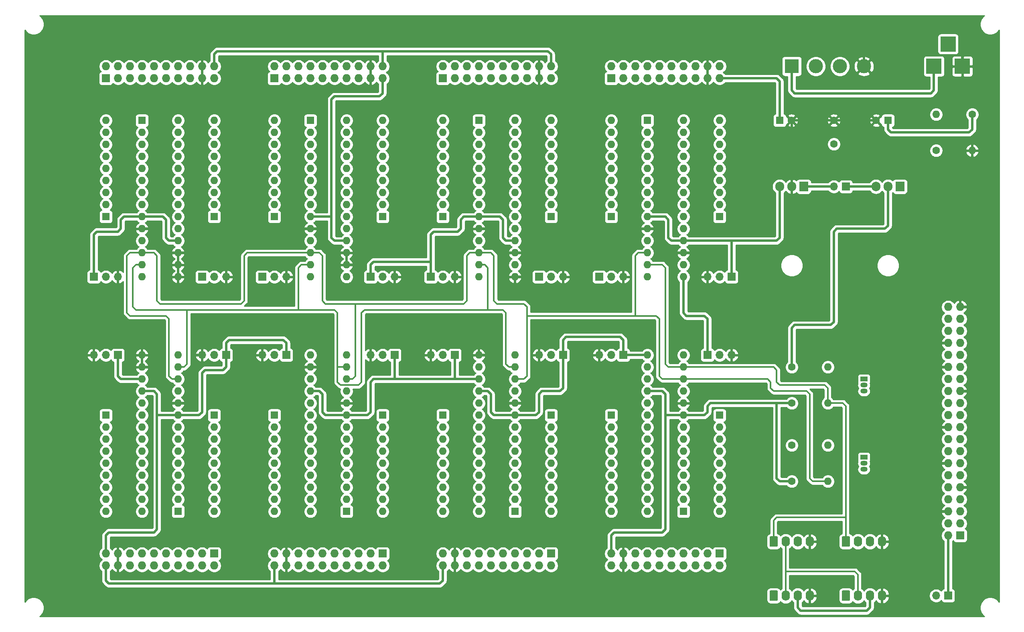
<source format=gbr>
G04 #@! TF.GenerationSoftware,KiCad,Pcbnew,(5.1.5)-3*
G04 #@! TF.CreationDate,2020-12-21T10:53:16+01:00*
G04 #@! TF.ProjectId,FGINT-V4-MASTER-128,4647494e-542d-4563-942d-4d4153544552,rev?*
G04 #@! TF.SameCoordinates,Original*
G04 #@! TF.FileFunction,Copper,L1,Top*
G04 #@! TF.FilePolarity,Positive*
%FSLAX46Y46*%
G04 Gerber Fmt 4.6, Leading zero omitted, Abs format (unit mm)*
G04 Created by KiCad (PCBNEW (5.1.5)-3) date 2020-12-21 10:53:16*
%MOMM*%
%LPD*%
G04 APERTURE LIST*
%ADD10O,1.905000X2.000000*%
%ADD11R,1.905000X2.000000*%
%ADD12R,1.727200X1.727200*%
%ADD13O,1.727200X1.727200*%
%ADD14O,1.740000X2.200000*%
%ADD15C,0.100000*%
%ADD16C,1.600000*%
%ADD17R,1.600000X1.600000*%
%ADD18O,1.700000X1.700000*%
%ADD19R,1.700000X1.700000*%
%ADD20R,3.200000X3.200000*%
%ADD21R,1.500000X1.050000*%
%ADD22O,1.500000X1.050000*%
%ADD23O,1.600000X1.600000*%
%ADD24C,3.000000*%
%ADD25R,3.000000X3.000000*%
%ADD26C,0.550000*%
%ADD27C,0.350000*%
%ADD28C,0.254000*%
G04 APERTURE END LIST*
D10*
X203200000Y-68580000D03*
X205740000Y-68580000D03*
D11*
X208280000Y-68580000D03*
D12*
X241300000Y-142240000D03*
D13*
X238760000Y-142240000D03*
X241300000Y-139700000D03*
X238760000Y-139700000D03*
X241300000Y-137160000D03*
X238760000Y-137160000D03*
X241300000Y-134620000D03*
X238760000Y-134620000D03*
X241300000Y-132080000D03*
X238760000Y-132080000D03*
X241300000Y-129540000D03*
X238760000Y-129540000D03*
X241300000Y-127000000D03*
X238760000Y-127000000D03*
X241300000Y-124460000D03*
X238760000Y-124460000D03*
X241300000Y-121920000D03*
X238760000Y-121920000D03*
X241300000Y-119380000D03*
X238760000Y-119380000D03*
X241300000Y-116840000D03*
X238760000Y-116840000D03*
X241300000Y-114300000D03*
X238760000Y-114300000D03*
X241300000Y-111760000D03*
X238760000Y-111760000D03*
X241300000Y-109220000D03*
X238760000Y-109220000D03*
X241300000Y-106680000D03*
X238760000Y-106680000D03*
X241300000Y-104140000D03*
X238760000Y-104140000D03*
X241300000Y-101600000D03*
X238760000Y-101600000D03*
X241300000Y-99060000D03*
X238760000Y-99060000D03*
X241300000Y-96520000D03*
X238760000Y-96520000D03*
X241300000Y-93980000D03*
X238760000Y-93980000D03*
D12*
X167640000Y-45720000D03*
D13*
X167640000Y-43180000D03*
X170180000Y-45720000D03*
X170180000Y-43180000D03*
X172720000Y-45720000D03*
X172720000Y-43180000D03*
X175260000Y-45720000D03*
X175260000Y-43180000D03*
X177800000Y-45720000D03*
X177800000Y-43180000D03*
X180340000Y-45720000D03*
X180340000Y-43180000D03*
X182880000Y-45720000D03*
X182880000Y-43180000D03*
X185420000Y-45720000D03*
X185420000Y-43180000D03*
X187960000Y-45720000D03*
X187960000Y-43180000D03*
X190500000Y-45720000D03*
X190500000Y-43180000D03*
D14*
X224790000Y-154940000D03*
X222250000Y-154940000D03*
X219710000Y-154940000D03*
G04 #@! TA.AperFunction,ComponentPad*
D15*
G36*
X217814505Y-153841204D02*
G01*
X217838773Y-153844804D01*
X217862572Y-153850765D01*
X217885671Y-153859030D01*
X217907850Y-153869520D01*
X217928893Y-153882132D01*
X217948599Y-153896747D01*
X217966777Y-153913223D01*
X217983253Y-153931401D01*
X217997868Y-153951107D01*
X218010480Y-153972150D01*
X218020970Y-153994329D01*
X218029235Y-154017428D01*
X218035196Y-154041227D01*
X218038796Y-154065495D01*
X218040000Y-154089999D01*
X218040000Y-155790001D01*
X218038796Y-155814505D01*
X218035196Y-155838773D01*
X218029235Y-155862572D01*
X218020970Y-155885671D01*
X218010480Y-155907850D01*
X217997868Y-155928893D01*
X217983253Y-155948599D01*
X217966777Y-155966777D01*
X217948599Y-155983253D01*
X217928893Y-155997868D01*
X217907850Y-156010480D01*
X217885671Y-156020970D01*
X217862572Y-156029235D01*
X217838773Y-156035196D01*
X217814505Y-156038796D01*
X217790001Y-156040000D01*
X216549999Y-156040000D01*
X216525495Y-156038796D01*
X216501227Y-156035196D01*
X216477428Y-156029235D01*
X216454329Y-156020970D01*
X216432150Y-156010480D01*
X216411107Y-155997868D01*
X216391401Y-155983253D01*
X216373223Y-155966777D01*
X216356747Y-155948599D01*
X216342132Y-155928893D01*
X216329520Y-155907850D01*
X216319030Y-155885671D01*
X216310765Y-155862572D01*
X216304804Y-155838773D01*
X216301204Y-155814505D01*
X216300000Y-155790001D01*
X216300000Y-154089999D01*
X216301204Y-154065495D01*
X216304804Y-154041227D01*
X216310765Y-154017428D01*
X216319030Y-153994329D01*
X216329520Y-153972150D01*
X216342132Y-153951107D01*
X216356747Y-153931401D01*
X216373223Y-153913223D01*
X216391401Y-153896747D01*
X216411107Y-153882132D01*
X216432150Y-153869520D01*
X216454329Y-153859030D01*
X216477428Y-153850765D01*
X216501227Y-153844804D01*
X216525495Y-153841204D01*
X216549999Y-153840000D01*
X217790001Y-153840000D01*
X217814505Y-153841204D01*
G37*
G04 #@! TD.AperFunction*
D14*
X209550000Y-154940000D03*
X207010000Y-154940000D03*
X204470000Y-154940000D03*
G04 #@! TA.AperFunction,ComponentPad*
D15*
G36*
X202574505Y-153841204D02*
G01*
X202598773Y-153844804D01*
X202622572Y-153850765D01*
X202645671Y-153859030D01*
X202667850Y-153869520D01*
X202688893Y-153882132D01*
X202708599Y-153896747D01*
X202726777Y-153913223D01*
X202743253Y-153931401D01*
X202757868Y-153951107D01*
X202770480Y-153972150D01*
X202780970Y-153994329D01*
X202789235Y-154017428D01*
X202795196Y-154041227D01*
X202798796Y-154065495D01*
X202800000Y-154089999D01*
X202800000Y-155790001D01*
X202798796Y-155814505D01*
X202795196Y-155838773D01*
X202789235Y-155862572D01*
X202780970Y-155885671D01*
X202770480Y-155907850D01*
X202757868Y-155928893D01*
X202743253Y-155948599D01*
X202726777Y-155966777D01*
X202708599Y-155983253D01*
X202688893Y-155997868D01*
X202667850Y-156010480D01*
X202645671Y-156020970D01*
X202622572Y-156029235D01*
X202598773Y-156035196D01*
X202574505Y-156038796D01*
X202550001Y-156040000D01*
X201309999Y-156040000D01*
X201285495Y-156038796D01*
X201261227Y-156035196D01*
X201237428Y-156029235D01*
X201214329Y-156020970D01*
X201192150Y-156010480D01*
X201171107Y-155997868D01*
X201151401Y-155983253D01*
X201133223Y-155966777D01*
X201116747Y-155948599D01*
X201102132Y-155928893D01*
X201089520Y-155907850D01*
X201079030Y-155885671D01*
X201070765Y-155862572D01*
X201064804Y-155838773D01*
X201061204Y-155814505D01*
X201060000Y-155790001D01*
X201060000Y-154089999D01*
X201061204Y-154065495D01*
X201064804Y-154041227D01*
X201070765Y-154017428D01*
X201079030Y-153994329D01*
X201089520Y-153972150D01*
X201102132Y-153951107D01*
X201116747Y-153931401D01*
X201133223Y-153913223D01*
X201151401Y-153896747D01*
X201171107Y-153882132D01*
X201192150Y-153869520D01*
X201214329Y-153859030D01*
X201237428Y-153850765D01*
X201261227Y-153844804D01*
X201285495Y-153841204D01*
X201309999Y-153840000D01*
X202550001Y-153840000D01*
X202574505Y-153841204D01*
G37*
G04 #@! TD.AperFunction*
D14*
X209550000Y-143510000D03*
X207010000Y-143510000D03*
X204470000Y-143510000D03*
G04 #@! TA.AperFunction,ComponentPad*
D15*
G36*
X202574505Y-142411204D02*
G01*
X202598773Y-142414804D01*
X202622572Y-142420765D01*
X202645671Y-142429030D01*
X202667850Y-142439520D01*
X202688893Y-142452132D01*
X202708599Y-142466747D01*
X202726777Y-142483223D01*
X202743253Y-142501401D01*
X202757868Y-142521107D01*
X202770480Y-142542150D01*
X202780970Y-142564329D01*
X202789235Y-142587428D01*
X202795196Y-142611227D01*
X202798796Y-142635495D01*
X202800000Y-142659999D01*
X202800000Y-144360001D01*
X202798796Y-144384505D01*
X202795196Y-144408773D01*
X202789235Y-144432572D01*
X202780970Y-144455671D01*
X202770480Y-144477850D01*
X202757868Y-144498893D01*
X202743253Y-144518599D01*
X202726777Y-144536777D01*
X202708599Y-144553253D01*
X202688893Y-144567868D01*
X202667850Y-144580480D01*
X202645671Y-144590970D01*
X202622572Y-144599235D01*
X202598773Y-144605196D01*
X202574505Y-144608796D01*
X202550001Y-144610000D01*
X201309999Y-144610000D01*
X201285495Y-144608796D01*
X201261227Y-144605196D01*
X201237428Y-144599235D01*
X201214329Y-144590970D01*
X201192150Y-144580480D01*
X201171107Y-144567868D01*
X201151401Y-144553253D01*
X201133223Y-144536777D01*
X201116747Y-144518599D01*
X201102132Y-144498893D01*
X201089520Y-144477850D01*
X201079030Y-144455671D01*
X201070765Y-144432572D01*
X201064804Y-144408773D01*
X201061204Y-144384505D01*
X201060000Y-144360001D01*
X201060000Y-142659999D01*
X201061204Y-142635495D01*
X201064804Y-142611227D01*
X201070765Y-142587428D01*
X201079030Y-142564329D01*
X201089520Y-142542150D01*
X201102132Y-142521107D01*
X201116747Y-142501401D01*
X201133223Y-142483223D01*
X201151401Y-142466747D01*
X201171107Y-142452132D01*
X201192150Y-142439520D01*
X201214329Y-142429030D01*
X201237428Y-142420765D01*
X201261227Y-142414804D01*
X201285495Y-142411204D01*
X201309999Y-142410000D01*
X202550001Y-142410000D01*
X202574505Y-142411204D01*
G37*
G04 #@! TD.AperFunction*
D16*
X214630000Y-59610000D03*
X214630000Y-54610000D03*
X205700000Y-54610000D03*
D17*
X203200000Y-54610000D03*
X226060000Y-54610000D03*
D16*
X223560000Y-54610000D03*
D18*
X86360000Y-87630000D03*
X83820000Y-87630000D03*
D19*
X81280000Y-87630000D03*
X58420000Y-87630000D03*
D18*
X60960000Y-87630000D03*
X63500000Y-87630000D03*
D19*
X63500000Y-104140000D03*
D18*
X60960000Y-104140000D03*
X58420000Y-104140000D03*
X81280000Y-104140000D03*
X83820000Y-104140000D03*
D19*
X86360000Y-104140000D03*
X116840000Y-87630000D03*
D18*
X119380000Y-87630000D03*
X121920000Y-87630000D03*
X99060000Y-87630000D03*
X96520000Y-87630000D03*
D19*
X93980000Y-87630000D03*
X99060000Y-104140000D03*
D18*
X96520000Y-104140000D03*
X93980000Y-104140000D03*
D19*
X121920000Y-104140000D03*
D18*
X119380000Y-104140000D03*
X116840000Y-104140000D03*
X157480000Y-87630000D03*
X154940000Y-87630000D03*
D19*
X152400000Y-87630000D03*
D18*
X134620000Y-87630000D03*
X132080000Y-87630000D03*
D19*
X129540000Y-87630000D03*
X134620000Y-104140000D03*
D18*
X132080000Y-104140000D03*
X129540000Y-104140000D03*
X152400000Y-104140000D03*
X154940000Y-104140000D03*
D19*
X157480000Y-104140000D03*
X193040000Y-87630000D03*
D18*
X190500000Y-87630000D03*
X187960000Y-87630000D03*
D19*
X165100000Y-87630000D03*
D18*
X167640000Y-87630000D03*
X170180000Y-87630000D03*
X165100000Y-104140000D03*
X167640000Y-104140000D03*
D19*
X170180000Y-104140000D03*
D18*
X193040000Y-104140000D03*
X190500000Y-104140000D03*
D19*
X187960000Y-104140000D03*
D20*
X235760000Y-43180000D03*
X241760000Y-43180000D03*
X238760000Y-38480000D03*
D21*
X220980000Y-109220000D03*
D22*
X220980000Y-111760000D03*
X220980000Y-110490000D03*
X220980000Y-127000000D03*
X220980000Y-128270000D03*
D21*
X220980000Y-125730000D03*
D16*
X205740000Y-106680000D03*
D23*
X213360000Y-106680000D03*
X213360000Y-123190000D03*
D16*
X205740000Y-123190000D03*
X236220000Y-60960000D03*
D23*
X243840000Y-60960000D03*
X213360000Y-114300000D03*
D16*
X205740000Y-114300000D03*
X205740000Y-130810000D03*
D23*
X213360000Y-130810000D03*
X236220000Y-53340000D03*
D16*
X243840000Y-53340000D03*
D17*
X83820000Y-74930000D03*
D23*
X83820000Y-72390000D03*
X83820000Y-69850000D03*
X83820000Y-67310000D03*
X83820000Y-64770000D03*
X83820000Y-62230000D03*
X83820000Y-59690000D03*
X83820000Y-57150000D03*
X83820000Y-54610000D03*
X60960000Y-54610000D03*
X60960000Y-57150000D03*
X60960000Y-59690000D03*
X60960000Y-62230000D03*
X60960000Y-64770000D03*
X60960000Y-67310000D03*
X60960000Y-69850000D03*
X60960000Y-72390000D03*
D17*
X60960000Y-74930000D03*
X60960000Y-116840000D03*
D23*
X60960000Y-119380000D03*
X60960000Y-121920000D03*
X60960000Y-124460000D03*
X60960000Y-127000000D03*
X60960000Y-129540000D03*
X60960000Y-132080000D03*
X60960000Y-134620000D03*
X60960000Y-137160000D03*
D17*
X83820000Y-116840000D03*
D23*
X83820000Y-119380000D03*
X83820000Y-121920000D03*
X83820000Y-124460000D03*
X83820000Y-127000000D03*
X83820000Y-129540000D03*
X83820000Y-132080000D03*
X83820000Y-134620000D03*
X83820000Y-137160000D03*
D17*
X119380000Y-74930000D03*
D23*
X119380000Y-72390000D03*
X119380000Y-69850000D03*
X119380000Y-67310000D03*
X119380000Y-64770000D03*
X119380000Y-62230000D03*
X119380000Y-59690000D03*
X119380000Y-57150000D03*
X119380000Y-54610000D03*
X96520000Y-54610000D03*
X96520000Y-57150000D03*
X96520000Y-59690000D03*
X96520000Y-62230000D03*
X96520000Y-64770000D03*
X96520000Y-67310000D03*
X96520000Y-69850000D03*
X96520000Y-72390000D03*
D17*
X96520000Y-74930000D03*
D23*
X96520000Y-137160000D03*
X96520000Y-134620000D03*
X96520000Y-132080000D03*
X96520000Y-129540000D03*
X96520000Y-127000000D03*
X96520000Y-124460000D03*
X96520000Y-121920000D03*
X96520000Y-119380000D03*
D17*
X96520000Y-116840000D03*
D23*
X119380000Y-137160000D03*
X119380000Y-134620000D03*
X119380000Y-132080000D03*
X119380000Y-129540000D03*
X119380000Y-127000000D03*
X119380000Y-124460000D03*
X119380000Y-121920000D03*
X119380000Y-119380000D03*
D17*
X119380000Y-116840000D03*
X154940000Y-74930000D03*
D23*
X154940000Y-72390000D03*
X154940000Y-69850000D03*
X154940000Y-67310000D03*
X154940000Y-64770000D03*
X154940000Y-62230000D03*
X154940000Y-59690000D03*
X154940000Y-57150000D03*
X154940000Y-54610000D03*
X132080000Y-54610000D03*
X132080000Y-57150000D03*
X132080000Y-59690000D03*
X132080000Y-62230000D03*
X132080000Y-64770000D03*
X132080000Y-67310000D03*
X132080000Y-69850000D03*
X132080000Y-72390000D03*
D17*
X132080000Y-74930000D03*
D23*
X132080000Y-137160000D03*
X132080000Y-134620000D03*
X132080000Y-132080000D03*
X132080000Y-129540000D03*
X132080000Y-127000000D03*
X132080000Y-124460000D03*
X132080000Y-121920000D03*
X132080000Y-119380000D03*
D17*
X132080000Y-116840000D03*
X154940000Y-116840000D03*
D23*
X154940000Y-119380000D03*
X154940000Y-121920000D03*
X154940000Y-124460000D03*
X154940000Y-127000000D03*
X154940000Y-129540000D03*
X154940000Y-132080000D03*
X154940000Y-134620000D03*
X154940000Y-137160000D03*
X190500000Y-54610000D03*
X190500000Y-57150000D03*
X190500000Y-59690000D03*
X190500000Y-62230000D03*
X190500000Y-64770000D03*
X190500000Y-67310000D03*
X190500000Y-69850000D03*
X190500000Y-72390000D03*
D17*
X190500000Y-74930000D03*
X167640000Y-74930000D03*
D23*
X167640000Y-72390000D03*
X167640000Y-69850000D03*
X167640000Y-67310000D03*
X167640000Y-64770000D03*
X167640000Y-62230000D03*
X167640000Y-59690000D03*
X167640000Y-57150000D03*
X167640000Y-54610000D03*
D17*
X167640000Y-116840000D03*
D23*
X167640000Y-119380000D03*
X167640000Y-121920000D03*
X167640000Y-124460000D03*
X167640000Y-127000000D03*
X167640000Y-129540000D03*
X167640000Y-132080000D03*
X167640000Y-134620000D03*
X167640000Y-137160000D03*
X190500000Y-137160000D03*
X190500000Y-134620000D03*
X190500000Y-132080000D03*
X190500000Y-129540000D03*
X190500000Y-127000000D03*
X190500000Y-124460000D03*
X190500000Y-121920000D03*
X190500000Y-119380000D03*
D17*
X190500000Y-116840000D03*
D23*
X76200000Y-54610000D03*
X68580000Y-87630000D03*
X76200000Y-57150000D03*
X68580000Y-85090000D03*
X76200000Y-59690000D03*
X68580000Y-82550000D03*
X76200000Y-62230000D03*
X68580000Y-80010000D03*
X76200000Y-64770000D03*
X68580000Y-77470000D03*
X76200000Y-67310000D03*
X68580000Y-74930000D03*
X76200000Y-69850000D03*
X68580000Y-72390000D03*
X76200000Y-72390000D03*
X68580000Y-69850000D03*
X76200000Y-74930000D03*
X68580000Y-67310000D03*
X76200000Y-77470000D03*
X68580000Y-64770000D03*
X76200000Y-80010000D03*
X68580000Y-62230000D03*
X76200000Y-82550000D03*
X68580000Y-59690000D03*
X76200000Y-85090000D03*
X68580000Y-57150000D03*
X76200000Y-87630000D03*
D17*
X68580000Y-54610000D03*
X76200000Y-137160000D03*
D23*
X68580000Y-104140000D03*
X76200000Y-134620000D03*
X68580000Y-106680000D03*
X76200000Y-132080000D03*
X68580000Y-109220000D03*
X76200000Y-129540000D03*
X68580000Y-111760000D03*
X76200000Y-127000000D03*
X68580000Y-114300000D03*
X76200000Y-124460000D03*
X68580000Y-116840000D03*
X76200000Y-121920000D03*
X68580000Y-119380000D03*
X76200000Y-119380000D03*
X68580000Y-121920000D03*
X76200000Y-116840000D03*
X68580000Y-124460000D03*
X76200000Y-114300000D03*
X68580000Y-127000000D03*
X76200000Y-111760000D03*
X68580000Y-129540000D03*
X76200000Y-109220000D03*
X68580000Y-132080000D03*
X76200000Y-106680000D03*
X68580000Y-134620000D03*
X76200000Y-104140000D03*
X68580000Y-137160000D03*
X111760000Y-54610000D03*
X104140000Y-87630000D03*
X111760000Y-57150000D03*
X104140000Y-85090000D03*
X111760000Y-59690000D03*
X104140000Y-82550000D03*
X111760000Y-62230000D03*
X104140000Y-80010000D03*
X111760000Y-64770000D03*
X104140000Y-77470000D03*
X111760000Y-67310000D03*
X104140000Y-74930000D03*
X111760000Y-69850000D03*
X104140000Y-72390000D03*
X111760000Y-72390000D03*
X104140000Y-69850000D03*
X111760000Y-74930000D03*
X104140000Y-67310000D03*
X111760000Y-77470000D03*
X104140000Y-64770000D03*
X111760000Y-80010000D03*
X104140000Y-62230000D03*
X111760000Y-82550000D03*
X104140000Y-59690000D03*
X111760000Y-85090000D03*
X104140000Y-57150000D03*
X111760000Y-87630000D03*
D17*
X104140000Y-54610000D03*
X111760000Y-137160000D03*
D23*
X104140000Y-104140000D03*
X111760000Y-134620000D03*
X104140000Y-106680000D03*
X111760000Y-132080000D03*
X104140000Y-109220000D03*
X111760000Y-129540000D03*
X104140000Y-111760000D03*
X111760000Y-127000000D03*
X104140000Y-114300000D03*
X111760000Y-124460000D03*
X104140000Y-116840000D03*
X111760000Y-121920000D03*
X104140000Y-119380000D03*
X111760000Y-119380000D03*
X104140000Y-121920000D03*
X111760000Y-116840000D03*
X104140000Y-124460000D03*
X111760000Y-114300000D03*
X104140000Y-127000000D03*
X111760000Y-111760000D03*
X104140000Y-129540000D03*
X111760000Y-109220000D03*
X104140000Y-132080000D03*
X111760000Y-106680000D03*
X104140000Y-134620000D03*
X111760000Y-104140000D03*
X104140000Y-137160000D03*
D17*
X139700000Y-54610000D03*
D23*
X147320000Y-87630000D03*
X139700000Y-57150000D03*
X147320000Y-85090000D03*
X139700000Y-59690000D03*
X147320000Y-82550000D03*
X139700000Y-62230000D03*
X147320000Y-80010000D03*
X139700000Y-64770000D03*
X147320000Y-77470000D03*
X139700000Y-67310000D03*
X147320000Y-74930000D03*
X139700000Y-69850000D03*
X147320000Y-72390000D03*
X139700000Y-72390000D03*
X147320000Y-69850000D03*
X139700000Y-74930000D03*
X147320000Y-67310000D03*
X139700000Y-77470000D03*
X147320000Y-64770000D03*
X139700000Y-80010000D03*
X147320000Y-62230000D03*
X139700000Y-82550000D03*
X147320000Y-59690000D03*
X139700000Y-85090000D03*
X147320000Y-57150000D03*
X139700000Y-87630000D03*
X147320000Y-54610000D03*
X139700000Y-137160000D03*
X147320000Y-104140000D03*
X139700000Y-134620000D03*
X147320000Y-106680000D03*
X139700000Y-132080000D03*
X147320000Y-109220000D03*
X139700000Y-129540000D03*
X147320000Y-111760000D03*
X139700000Y-127000000D03*
X147320000Y-114300000D03*
X139700000Y-124460000D03*
X147320000Y-116840000D03*
X139700000Y-121920000D03*
X147320000Y-119380000D03*
X139700000Y-119380000D03*
X147320000Y-121920000D03*
X139700000Y-116840000D03*
X147320000Y-124460000D03*
X139700000Y-114300000D03*
X147320000Y-127000000D03*
X139700000Y-111760000D03*
X147320000Y-129540000D03*
X139700000Y-109220000D03*
X147320000Y-132080000D03*
X139700000Y-106680000D03*
X147320000Y-134620000D03*
X139700000Y-104140000D03*
D17*
X147320000Y-137160000D03*
X175260000Y-54610000D03*
D23*
X182880000Y-87630000D03*
X175260000Y-57150000D03*
X182880000Y-85090000D03*
X175260000Y-59690000D03*
X182880000Y-82550000D03*
X175260000Y-62230000D03*
X182880000Y-80010000D03*
X175260000Y-64770000D03*
X182880000Y-77470000D03*
X175260000Y-67310000D03*
X182880000Y-74930000D03*
X175260000Y-69850000D03*
X182880000Y-72390000D03*
X175260000Y-72390000D03*
X182880000Y-69850000D03*
X175260000Y-74930000D03*
X182880000Y-67310000D03*
X175260000Y-77470000D03*
X182880000Y-64770000D03*
X175260000Y-80010000D03*
X182880000Y-62230000D03*
X175260000Y-82550000D03*
X182880000Y-59690000D03*
X175260000Y-85090000D03*
X182880000Y-57150000D03*
X175260000Y-87630000D03*
X182880000Y-54610000D03*
X175260000Y-137160000D03*
X182880000Y-104140000D03*
X175260000Y-134620000D03*
X182880000Y-106680000D03*
X175260000Y-132080000D03*
X182880000Y-109220000D03*
X175260000Y-129540000D03*
X182880000Y-111760000D03*
X175260000Y-127000000D03*
X182880000Y-114300000D03*
X175260000Y-124460000D03*
X182880000Y-116840000D03*
X175260000Y-121920000D03*
X182880000Y-119380000D03*
X175260000Y-119380000D03*
X182880000Y-121920000D03*
X175260000Y-116840000D03*
X182880000Y-124460000D03*
X175260000Y-114300000D03*
X182880000Y-127000000D03*
X175260000Y-111760000D03*
X182880000Y-129540000D03*
X175260000Y-109220000D03*
X182880000Y-132080000D03*
X175260000Y-106680000D03*
X182880000Y-134620000D03*
X175260000Y-104140000D03*
D17*
X182880000Y-137160000D03*
D11*
X228600000Y-68580000D03*
D10*
X226060000Y-68580000D03*
X223520000Y-68580000D03*
D13*
X83820000Y-43180000D03*
X83820000Y-45720000D03*
X81280000Y-43180000D03*
X81280000Y-45720000D03*
X78740000Y-43180000D03*
X78740000Y-45720000D03*
X76200000Y-43180000D03*
X76200000Y-45720000D03*
X73660000Y-43180000D03*
X73660000Y-45720000D03*
X71120000Y-43180000D03*
X71120000Y-45720000D03*
X68580000Y-43180000D03*
X68580000Y-45720000D03*
X66040000Y-43180000D03*
X66040000Y-45720000D03*
X63500000Y-43180000D03*
X63500000Y-45720000D03*
X60960000Y-43180000D03*
D12*
X60960000Y-45720000D03*
X83820000Y-146050000D03*
D13*
X83820000Y-148590000D03*
X81280000Y-146050000D03*
X81280000Y-148590000D03*
X78740000Y-146050000D03*
X78740000Y-148590000D03*
X76200000Y-146050000D03*
X76200000Y-148590000D03*
X73660000Y-146050000D03*
X73660000Y-148590000D03*
X71120000Y-146050000D03*
X71120000Y-148590000D03*
X68580000Y-146050000D03*
X68580000Y-148590000D03*
X66040000Y-146050000D03*
X66040000Y-148590000D03*
X63500000Y-146050000D03*
X63500000Y-148590000D03*
X60960000Y-146050000D03*
X60960000Y-148590000D03*
D12*
X96520000Y-45720000D03*
D13*
X96520000Y-43180000D03*
X99060000Y-45720000D03*
X99060000Y-43180000D03*
X101600000Y-45720000D03*
X101600000Y-43180000D03*
X104140000Y-45720000D03*
X104140000Y-43180000D03*
X106680000Y-45720000D03*
X106680000Y-43180000D03*
X109220000Y-45720000D03*
X109220000Y-43180000D03*
X111760000Y-45720000D03*
X111760000Y-43180000D03*
X114300000Y-45720000D03*
X114300000Y-43180000D03*
X116840000Y-45720000D03*
X116840000Y-43180000D03*
X119380000Y-45720000D03*
X119380000Y-43180000D03*
X96520000Y-148590000D03*
X96520000Y-146050000D03*
X99060000Y-148590000D03*
X99060000Y-146050000D03*
X101600000Y-148590000D03*
X101600000Y-146050000D03*
X104140000Y-148590000D03*
X104140000Y-146050000D03*
X106680000Y-148590000D03*
X106680000Y-146050000D03*
X109220000Y-148590000D03*
X109220000Y-146050000D03*
X111760000Y-148590000D03*
X111760000Y-146050000D03*
X114300000Y-148590000D03*
X114300000Y-146050000D03*
X116840000Y-148590000D03*
X116840000Y-146050000D03*
X119380000Y-148590000D03*
D12*
X119380000Y-146050000D03*
X132080000Y-45720000D03*
D13*
X132080000Y-43180000D03*
X134620000Y-45720000D03*
X134620000Y-43180000D03*
X137160000Y-45720000D03*
X137160000Y-43180000D03*
X139700000Y-45720000D03*
X139700000Y-43180000D03*
X142240000Y-45720000D03*
X142240000Y-43180000D03*
X144780000Y-45720000D03*
X144780000Y-43180000D03*
X147320000Y-45720000D03*
X147320000Y-43180000D03*
X149860000Y-45720000D03*
X149860000Y-43180000D03*
X152400000Y-45720000D03*
X152400000Y-43180000D03*
X154940000Y-45720000D03*
X154940000Y-43180000D03*
X132080000Y-148590000D03*
X132080000Y-146050000D03*
X134620000Y-148590000D03*
X134620000Y-146050000D03*
X137160000Y-148590000D03*
X137160000Y-146050000D03*
X139700000Y-148590000D03*
X139700000Y-146050000D03*
X142240000Y-148590000D03*
X142240000Y-146050000D03*
X144780000Y-148590000D03*
X144780000Y-146050000D03*
X147320000Y-148590000D03*
X147320000Y-146050000D03*
X149860000Y-148590000D03*
X149860000Y-146050000D03*
X152400000Y-148590000D03*
X152400000Y-146050000D03*
X154940000Y-148590000D03*
D12*
X154940000Y-146050000D03*
D13*
X167640000Y-148590000D03*
X167640000Y-146050000D03*
X170180000Y-148590000D03*
X170180000Y-146050000D03*
X172720000Y-148590000D03*
X172720000Y-146050000D03*
X175260000Y-148590000D03*
X175260000Y-146050000D03*
X177800000Y-148590000D03*
X177800000Y-146050000D03*
X180340000Y-148590000D03*
X180340000Y-146050000D03*
X182880000Y-148590000D03*
X182880000Y-146050000D03*
X185420000Y-148590000D03*
X185420000Y-146050000D03*
X187960000Y-148590000D03*
X187960000Y-146050000D03*
X190500000Y-148590000D03*
D12*
X190500000Y-146050000D03*
G04 #@! TA.AperFunction,ComponentPad*
D15*
G36*
X217814505Y-142411204D02*
G01*
X217838773Y-142414804D01*
X217862572Y-142420765D01*
X217885671Y-142429030D01*
X217907850Y-142439520D01*
X217928893Y-142452132D01*
X217948599Y-142466747D01*
X217966777Y-142483223D01*
X217983253Y-142501401D01*
X217997868Y-142521107D01*
X218010480Y-142542150D01*
X218020970Y-142564329D01*
X218029235Y-142587428D01*
X218035196Y-142611227D01*
X218038796Y-142635495D01*
X218040000Y-142659999D01*
X218040000Y-144360001D01*
X218038796Y-144384505D01*
X218035196Y-144408773D01*
X218029235Y-144432572D01*
X218020970Y-144455671D01*
X218010480Y-144477850D01*
X217997868Y-144498893D01*
X217983253Y-144518599D01*
X217966777Y-144536777D01*
X217948599Y-144553253D01*
X217928893Y-144567868D01*
X217907850Y-144580480D01*
X217885671Y-144590970D01*
X217862572Y-144599235D01*
X217838773Y-144605196D01*
X217814505Y-144608796D01*
X217790001Y-144610000D01*
X216549999Y-144610000D01*
X216525495Y-144608796D01*
X216501227Y-144605196D01*
X216477428Y-144599235D01*
X216454329Y-144590970D01*
X216432150Y-144580480D01*
X216411107Y-144567868D01*
X216391401Y-144553253D01*
X216373223Y-144536777D01*
X216356747Y-144518599D01*
X216342132Y-144498893D01*
X216329520Y-144477850D01*
X216319030Y-144455671D01*
X216310765Y-144432572D01*
X216304804Y-144408773D01*
X216301204Y-144384505D01*
X216300000Y-144360001D01*
X216300000Y-142659999D01*
X216301204Y-142635495D01*
X216304804Y-142611227D01*
X216310765Y-142587428D01*
X216319030Y-142564329D01*
X216329520Y-142542150D01*
X216342132Y-142521107D01*
X216356747Y-142501401D01*
X216373223Y-142483223D01*
X216391401Y-142466747D01*
X216411107Y-142452132D01*
X216432150Y-142439520D01*
X216454329Y-142429030D01*
X216477428Y-142420765D01*
X216501227Y-142414804D01*
X216525495Y-142411204D01*
X216549999Y-142410000D01*
X217790001Y-142410000D01*
X217814505Y-142411204D01*
G37*
G04 #@! TD.AperFunction*
D14*
X219710000Y-143510000D03*
X222250000Y-143510000D03*
X224790000Y-143510000D03*
D19*
X217170000Y-68580000D03*
D18*
X214630000Y-68580000D03*
X236220000Y-154940000D03*
D19*
X238760000Y-154940000D03*
D24*
X210820000Y-43180000D03*
X215900000Y-43180000D03*
D25*
X205740000Y-43180000D03*
D24*
X220980000Y-43180000D03*
D26*
X214630000Y-68580000D02*
X208280000Y-68580000D01*
X205740000Y-48260000D02*
X205740000Y-43180000D01*
X235125000Y-48895000D02*
X206375000Y-48895000D01*
X235760000Y-43180000D02*
X235760000Y-48260000D01*
X206375000Y-48895000D02*
X205740000Y-48260000D01*
X235760000Y-48260000D02*
X235125000Y-48895000D01*
X241300000Y-90805000D02*
X235585000Y-90805000D01*
X235585000Y-90805000D02*
X234950000Y-91440000D01*
X234950000Y-91440000D02*
X234950000Y-101600000D01*
X241300000Y-93980000D02*
X241300000Y-90805000D01*
X214630000Y-54610000D02*
X205700000Y-54610000D01*
X187960000Y-48437000D02*
X187960000Y-49530000D01*
X187960000Y-49530000D02*
X153035000Y-49530000D01*
X153035000Y-49530000D02*
X152400000Y-48895000D01*
X152400000Y-48895000D02*
X152400000Y-45720000D01*
X187960000Y-45720000D02*
X187960000Y-48437000D01*
X223560000Y-54610000D02*
X214630000Y-54610000D01*
X234950000Y-106680000D02*
X234950000Y-119380000D01*
X99060000Y-143510000D02*
X99060000Y-146050000D01*
X63500000Y-146050000D02*
X63500000Y-144145000D01*
X63500000Y-144145000D02*
X64135000Y-143510000D01*
X64135000Y-143510000D02*
X99060000Y-143510000D01*
X147320000Y-82550000D02*
X149860000Y-82550000D01*
X170180000Y-82550000D02*
X170180000Y-78105000D01*
X170180000Y-78105000D02*
X170815000Y-77470000D01*
X170815000Y-77470000D02*
X175260000Y-77470000D01*
X157480000Y-82550000D02*
X170180000Y-82550000D01*
X234950000Y-106680000D02*
X238760000Y-106680000D01*
X234950000Y-101600000D02*
X234950000Y-106680000D01*
X234950000Y-119380000D02*
X238760000Y-119380000D01*
X234950000Y-127000000D02*
X238760000Y-127000000D01*
X234950000Y-119380000D02*
X234950000Y-127000000D01*
X234950000Y-137160000D02*
X238760000Y-137160000D01*
X234950000Y-127000000D02*
X234950000Y-137160000D01*
X224790000Y-147320000D02*
X224790000Y-154940000D01*
X224790000Y-143510000D02*
X224790000Y-147320000D01*
X86360000Y-82550000D02*
X86360000Y-87630000D01*
X100965000Y-77470000D02*
X86995000Y-77470000D01*
X86995000Y-77470000D02*
X86360000Y-78105000D01*
X86360000Y-78105000D02*
X86360000Y-82550000D01*
X187960000Y-87630000D02*
X187960000Y-93980000D01*
X187960000Y-93980000D02*
X188595000Y-94615000D01*
X188595000Y-94615000D02*
X192405000Y-94615000D01*
X192405000Y-94615000D02*
X193040000Y-95250000D01*
X193040000Y-95250000D02*
X193040000Y-104140000D01*
X76200000Y-82550000D02*
X86360000Y-82550000D01*
X209550000Y-143510000D02*
X209550000Y-146685000D01*
X209550000Y-146685000D02*
X210185000Y-147320000D01*
X210185000Y-147320000D02*
X224790000Y-147320000D01*
X244475000Y-111760000D02*
X244475000Y-94615000D01*
X244475000Y-94615000D02*
X243840000Y-93980000D01*
X243840000Y-93980000D02*
X241300000Y-93980000D01*
X241300000Y-132080000D02*
X243840000Y-132080000D01*
X243840000Y-132080000D02*
X244475000Y-131445000D01*
X244475000Y-131445000D02*
X244475000Y-111760000D01*
X224790000Y-143510000D02*
X224790000Y-137795000D01*
X224790000Y-137795000D02*
X225425000Y-137160000D01*
X225425000Y-137160000D02*
X234950000Y-137160000D01*
X241300000Y-111760000D02*
X244475000Y-111760000D01*
X234950000Y-101600000D02*
X238760000Y-101600000D01*
X182880000Y-82550000D02*
X178435000Y-82550000D01*
X178435000Y-82550000D02*
X177800000Y-81915000D01*
X177800000Y-81915000D02*
X177800000Y-78105000D01*
X177800000Y-78105000D02*
X177165000Y-77470000D01*
X177165000Y-77470000D02*
X175260000Y-77470000D01*
X182880000Y-82550000D02*
X187325000Y-82550000D01*
X187325000Y-82550000D02*
X187960000Y-83185000D01*
X187960000Y-83185000D02*
X187960000Y-87630000D01*
X170180000Y-148590000D02*
X170180000Y-151765000D01*
X170180000Y-151765000D02*
X169545000Y-152400000D01*
X169545000Y-152400000D02*
X135255000Y-152400000D01*
X135255000Y-152400000D02*
X134620000Y-151765000D01*
X134620000Y-151765000D02*
X134620000Y-148590000D01*
X170180000Y-82550000D02*
X170180000Y-87630000D01*
X149860000Y-82550000D02*
X157480000Y-82550000D01*
X157480000Y-82550000D02*
X157480000Y-87630000D01*
X149860000Y-82550000D02*
X149860000Y-86717700D01*
X149860000Y-86717700D02*
X148948000Y-87630000D01*
X148948000Y-87630000D02*
X147320000Y-87630000D01*
X147320000Y-82550000D02*
X144145000Y-82550000D01*
X144145000Y-82550000D02*
X143510000Y-81915000D01*
X143510000Y-81915000D02*
X143510000Y-78105000D01*
X143510000Y-78105000D02*
X142875000Y-77470000D01*
X142875000Y-77470000D02*
X139700000Y-77470000D01*
X147320000Y-114300000D02*
X144780000Y-114300000D01*
X144780000Y-114300000D02*
X144145000Y-113665000D01*
X144145000Y-113665000D02*
X144145000Y-104775000D01*
X144145000Y-104775000D02*
X143510000Y-104140000D01*
X143510000Y-104140000D02*
X139700000Y-104140000D01*
X152400000Y-104140000D02*
X152400000Y-110490000D01*
X152400000Y-110490000D02*
X151130000Y-111760000D01*
X151130000Y-111760000D02*
X151130000Y-113665000D01*
X151130000Y-113665000D02*
X150495000Y-114300000D01*
X150495000Y-114300000D02*
X147320000Y-114300000D01*
X116840000Y-104140000D02*
X116840000Y-101600000D01*
X116840000Y-101600000D02*
X117475000Y-100965000D01*
X117475000Y-100965000D02*
X128905000Y-100965000D01*
X128905000Y-100965000D02*
X129540000Y-101600000D01*
X129540000Y-101600000D02*
X129540000Y-104140000D01*
X111760000Y-114300000D02*
X108585000Y-114300000D01*
X108585000Y-114300000D02*
X107950000Y-113665000D01*
X107950000Y-113665000D02*
X107950000Y-107315000D01*
X107950000Y-107315000D02*
X107315000Y-106680000D01*
X107315000Y-106680000D02*
X104140000Y-106680000D01*
X93980000Y-104140000D02*
X93980000Y-106045000D01*
X93980000Y-106045000D02*
X94615000Y-106680000D01*
X94615000Y-106680000D02*
X99060000Y-106680000D01*
X99060000Y-106680000D02*
X104140000Y-106680000D01*
X99060000Y-106680000D02*
X99060000Y-143510000D01*
X121920000Y-87630000D02*
X121920000Y-91440000D01*
X111760000Y-85090000D02*
X113665000Y-85090000D01*
X113665000Y-85090000D02*
X114300000Y-85725000D01*
X114300000Y-85725000D02*
X114300000Y-90805000D01*
X114300000Y-90805000D02*
X114935000Y-91440000D01*
X114935000Y-91440000D02*
X121920000Y-91440000D01*
X121920000Y-91440000D02*
X133985000Y-91440000D01*
X133985000Y-91440000D02*
X134620000Y-90805000D01*
X134620000Y-90805000D02*
X134620000Y-87630000D01*
X104140000Y-77470000D02*
X100965000Y-77470000D01*
X100965000Y-77470000D02*
X100965000Y-48260000D01*
X81280000Y-45720000D02*
X81280000Y-47625000D01*
X81280000Y-47625000D02*
X81915000Y-48260000D01*
X81915000Y-48260000D02*
X100965000Y-48260000D01*
X100965000Y-48260000D02*
X116205000Y-48260000D01*
X116205000Y-48260000D02*
X116840000Y-47625000D01*
X116840000Y-47625000D02*
X116840000Y-45720000D01*
X104140000Y-77470000D02*
X106680000Y-77470000D01*
X106680000Y-77470000D02*
X107315000Y-78105000D01*
X107315000Y-78105000D02*
X107315000Y-81915000D01*
X107315000Y-81915000D02*
X107950000Y-82550000D01*
X107950000Y-82550000D02*
X111760000Y-82550000D01*
X76200000Y-82550000D02*
X73025000Y-82550000D01*
X73025000Y-82550000D02*
X72390000Y-81915000D01*
X72390000Y-81915000D02*
X72390000Y-78105000D01*
X72390000Y-78105000D02*
X71755000Y-77470000D01*
X71755000Y-77470000D02*
X68580000Y-77470000D01*
X76200000Y-114300000D02*
X78740000Y-114300000D01*
X78740000Y-114300000D02*
X79375000Y-113665000D01*
X79375000Y-113665000D02*
X79375000Y-104775000D01*
X79375000Y-104775000D02*
X80010000Y-104140000D01*
X80010000Y-104140000D02*
X81280000Y-104140000D01*
X76200000Y-114300000D02*
X73660000Y-114300000D01*
X73660000Y-114300000D02*
X73025000Y-113665000D01*
X73025000Y-113665000D02*
X73025000Y-107315000D01*
X73025000Y-107315000D02*
X72390000Y-106680000D01*
X72390000Y-106680000D02*
X68580000Y-106680000D01*
X63500000Y-100965000D02*
X67945000Y-100965000D01*
X67945000Y-100965000D02*
X68580000Y-101600000D01*
X68580000Y-101600000D02*
X68580000Y-104140000D01*
X63500000Y-87630000D02*
X63500000Y-100965000D01*
X58420000Y-104140000D02*
X58420000Y-101600000D01*
X58420000Y-101600000D02*
X59055000Y-100965000D01*
X59055000Y-100965000D02*
X63500000Y-100965000D01*
X99060000Y-143510000D02*
X133985000Y-143510000D01*
X133985000Y-143510000D02*
X134620000Y-144145000D01*
X134620000Y-144145000D02*
X134620000Y-146050000D01*
X241300000Y-34290000D02*
X221615000Y-34290000D01*
X221615000Y-34290000D02*
X220980000Y-34925000D01*
X241760000Y-43180000D02*
X241760000Y-34750000D01*
X220980000Y-34925000D02*
X220980000Y-43180000D01*
X241760000Y-34750000D02*
X241300000Y-34290000D01*
X205740000Y-54650000D02*
X205740000Y-56048800D01*
X205700000Y-54610000D02*
X205740000Y-54650000D01*
X205740000Y-56048800D02*
X205740000Y-68580000D01*
X196850000Y-49530000D02*
X197485000Y-50165000D01*
X187960000Y-49530000D02*
X196850000Y-49530000D01*
X197485000Y-59055000D02*
X198120000Y-59690000D01*
X205740000Y-59690000D02*
X205740000Y-56048800D01*
X197485000Y-50165000D02*
X197485000Y-59055000D01*
X198120000Y-59690000D02*
X205740000Y-59690000D01*
X243840000Y-88265000D02*
X241300000Y-90805000D01*
X243840000Y-60960000D02*
X243840000Y-88265000D01*
X192257600Y-80010000D02*
X193040000Y-80010000D01*
X193040000Y-80010000D02*
X193040000Y-87630000D01*
X182880000Y-80010000D02*
X192257600Y-80010000D01*
X119380000Y-40005000D02*
X119380000Y-43180000D01*
X83820000Y-43180000D02*
X83820000Y-40640000D01*
X83820000Y-40640000D02*
X84455000Y-40005000D01*
X84455000Y-40005000D02*
X119380000Y-40005000D01*
X104140000Y-74930000D02*
X108585000Y-74930000D01*
X134620000Y-109220000D02*
X139700000Y-109220000D01*
X121920000Y-109220000D02*
X134620000Y-109220000D01*
X147320000Y-116840000D02*
X151765000Y-116840000D01*
X151765000Y-116840000D02*
X152400000Y-116205000D01*
X152400000Y-116205000D02*
X152400000Y-112395000D01*
X152400000Y-112395000D02*
X153035000Y-111760000D01*
X153035000Y-111760000D02*
X156845000Y-111760000D01*
X156845000Y-111760000D02*
X157480000Y-111125000D01*
X157480000Y-111125000D02*
X157480000Y-104140000D01*
X139700000Y-111760000D02*
X141605000Y-111760000D01*
X141605000Y-111760000D02*
X142240000Y-112395000D01*
X142240000Y-112395000D02*
X142240000Y-116205000D01*
X142240000Y-116205000D02*
X142875000Y-116840000D01*
X142875000Y-116840000D02*
X147320000Y-116840000D01*
X179070000Y-116840000D02*
X182880000Y-116840000D01*
X207010000Y-154940000D02*
X207010000Y-157480000D01*
X207010000Y-157480000D02*
X207645000Y-158115000D01*
X207645000Y-158115000D02*
X221615000Y-158115000D01*
X221615000Y-158115000D02*
X222250000Y-157480000D01*
X222250000Y-157480000D02*
X222250000Y-154940000D01*
X182880000Y-80010000D02*
X180340000Y-80010000D01*
X180340000Y-80010000D02*
X179705000Y-79375000D01*
X179705000Y-79375000D02*
X179705000Y-75565000D01*
X179705000Y-75565000D02*
X179070000Y-74930000D01*
X179070000Y-74930000D02*
X175260000Y-74930000D01*
X182880000Y-87630000D02*
X182880000Y-95250000D01*
X182880000Y-95250000D02*
X183515000Y-95885000D01*
X183515000Y-95885000D02*
X187325000Y-95885000D01*
X187325000Y-95885000D02*
X187960000Y-96520000D01*
X187960000Y-96520000D02*
X187960000Y-104140000D01*
X202565000Y-114300000D02*
X188595000Y-114300000D01*
X188595000Y-114300000D02*
X187960000Y-114935000D01*
X187960000Y-114935000D02*
X187960000Y-116205000D01*
X187960000Y-116205000D02*
X187325000Y-116840000D01*
X187325000Y-116840000D02*
X182880000Y-116840000D01*
X202565000Y-114300000D02*
X202565000Y-130175000D01*
X202565000Y-130175000D02*
X203200000Y-130810000D01*
X203200000Y-130810000D02*
X205740000Y-130810000D01*
X202565000Y-114300000D02*
X205740000Y-114300000D01*
X179070000Y-116840000D02*
X179070000Y-140970000D01*
X179070000Y-140970000D02*
X178435000Y-141605000D01*
X178435000Y-141605000D02*
X168275000Y-141605000D01*
X168275000Y-141605000D02*
X167640000Y-142240000D01*
X167640000Y-142240000D02*
X167640000Y-146050000D01*
X175260000Y-111760000D02*
X178435000Y-111760000D01*
X178435000Y-111760000D02*
X179070000Y-112395000D01*
X179070000Y-112395000D02*
X179070000Y-116840000D01*
X170180000Y-104140000D02*
X175260000Y-104140000D01*
X157480000Y-104140000D02*
X157480000Y-100965000D01*
X157480000Y-100965000D02*
X158115000Y-100330000D01*
X158115000Y-100330000D02*
X169545000Y-100330000D01*
X169545000Y-100330000D02*
X170180000Y-100965000D01*
X170180000Y-100965000D02*
X170180000Y-104140000D01*
X147320000Y-80010000D02*
X145415000Y-80010000D01*
X145415000Y-80010000D02*
X144780000Y-79375000D01*
X144780000Y-79375000D02*
X144780000Y-75565000D01*
X144780000Y-75565000D02*
X144145000Y-74930000D01*
X144145000Y-74930000D02*
X139700000Y-74930000D01*
X134620000Y-109220000D02*
X134620000Y-104140000D01*
X111760000Y-116840000D02*
X116205000Y-116840000D01*
X116205000Y-116840000D02*
X116840000Y-116205000D01*
X116840000Y-116205000D02*
X116840000Y-109855000D01*
X116840000Y-109855000D02*
X117475000Y-109220000D01*
X117475000Y-109220000D02*
X121920000Y-109220000D01*
X121920000Y-109220000D02*
X121920000Y-104140000D01*
X104140000Y-111760000D02*
X106045000Y-111760000D01*
X106045000Y-111760000D02*
X106680000Y-112395000D01*
X106680000Y-112395000D02*
X106680000Y-116205000D01*
X106680000Y-116205000D02*
X107315000Y-116840000D01*
X107315000Y-116840000D02*
X111760000Y-116840000D01*
X129540000Y-84455000D02*
X129540000Y-78740000D01*
X129540000Y-78740000D02*
X130175000Y-78105000D01*
X130175000Y-78105000D02*
X135255000Y-78105000D01*
X135255000Y-78105000D02*
X135890000Y-77470000D01*
X135890000Y-77470000D02*
X135890000Y-75565000D01*
X135890000Y-75565000D02*
X136525000Y-74930000D01*
X136525000Y-74930000D02*
X139700000Y-74930000D01*
X116840000Y-87630000D02*
X116840000Y-85090000D01*
X116840000Y-85090000D02*
X117475000Y-84455000D01*
X117475000Y-84455000D02*
X129540000Y-84455000D01*
X129540000Y-84455000D02*
X129540000Y-87630000D01*
X108585000Y-74930000D02*
X108585000Y-50165000D01*
X108585000Y-50165000D02*
X109220000Y-49530000D01*
X109220000Y-49530000D02*
X118745000Y-49530000D01*
X118745000Y-49530000D02*
X119380000Y-48895000D01*
X119380000Y-48895000D02*
X119380000Y-45720000D01*
X108585000Y-74930000D02*
X108585000Y-79375000D01*
X108585000Y-79375000D02*
X109220000Y-80010000D01*
X109220000Y-80010000D02*
X111760000Y-80010000D01*
X119380000Y-40005000D02*
X154305000Y-40005000D01*
X154305000Y-40005000D02*
X154940000Y-40640000D01*
X154940000Y-40640000D02*
X154940000Y-43180000D01*
X68580000Y-74930000D02*
X73025000Y-74930000D01*
X73025000Y-74930000D02*
X73660000Y-75565000D01*
X73660000Y-75565000D02*
X73660000Y-79375000D01*
X73660000Y-79375000D02*
X74295000Y-80010000D01*
X74295000Y-80010000D02*
X76200000Y-80010000D01*
X86360000Y-104140000D02*
X86360000Y-101600000D01*
X86360000Y-101600000D02*
X86995000Y-100965000D01*
X86995000Y-100965000D02*
X98425000Y-100965000D01*
X98425000Y-100965000D02*
X99060000Y-101600000D01*
X99060000Y-101600000D02*
X99060000Y-104140000D01*
X86360000Y-104140000D02*
X86360000Y-106680000D01*
X86360000Y-106680000D02*
X85725000Y-107315000D01*
X85725000Y-107315000D02*
X81915000Y-107315000D01*
X81915000Y-107315000D02*
X81280000Y-107950000D01*
X81280000Y-107950000D02*
X81280000Y-116205000D01*
X81280000Y-116205000D02*
X80645000Y-116840000D01*
X80645000Y-116840000D02*
X76200000Y-116840000D01*
X58420000Y-87630000D02*
X58420000Y-78740000D01*
X58420000Y-78740000D02*
X59055000Y-78105000D01*
X59055000Y-78105000D02*
X63500000Y-78105000D01*
X63500000Y-78105000D02*
X64135000Y-77470000D01*
X64135000Y-77470000D02*
X64135000Y-75565000D01*
X64135000Y-75565000D02*
X64770000Y-74930000D01*
X64770000Y-74930000D02*
X68580000Y-74930000D01*
X68580000Y-111760000D02*
X71120000Y-111760000D01*
X71120000Y-111760000D02*
X71755000Y-112395000D01*
X71755000Y-112395000D02*
X71755000Y-116840000D01*
X60960000Y-146050000D02*
X60960000Y-142240000D01*
X60960000Y-142240000D02*
X61595000Y-141605000D01*
X61595000Y-141605000D02*
X71120000Y-141605000D01*
X71120000Y-141605000D02*
X71755000Y-140970000D01*
X71755000Y-140970000D02*
X71755000Y-116840000D01*
X71755000Y-116840000D02*
X76200000Y-116840000D01*
X63500000Y-104140000D02*
X63500000Y-108585000D01*
X63500000Y-108585000D02*
X64135000Y-109220000D01*
X64135000Y-109220000D02*
X68580000Y-109220000D01*
X96520000Y-152400000D02*
X131445000Y-152400000D01*
X131445000Y-152400000D02*
X132080000Y-151765000D01*
X132080000Y-151765000D02*
X132080000Y-148590000D01*
X60960000Y-148590000D02*
X60960000Y-151765000D01*
X60960000Y-151765000D02*
X61595000Y-152400000D01*
X61595000Y-152400000D02*
X96520000Y-152400000D01*
X96520000Y-152400000D02*
X96520000Y-148590000D01*
X203200000Y-70205300D02*
X203200000Y-68580000D01*
X192257600Y-80010000D02*
X202565000Y-80010000D01*
X203200000Y-79375000D02*
X203200000Y-70205300D01*
X202565000Y-80010000D02*
X203200000Y-79375000D01*
X203200000Y-46355000D02*
X203200000Y-54610000D01*
X190500000Y-45720000D02*
X202565000Y-45720000D01*
X202565000Y-45720000D02*
X203200000Y-46355000D01*
X243840000Y-56515000D02*
X243840000Y-53340000D01*
X243205000Y-57150000D02*
X243840000Y-56515000D01*
X226695000Y-57150000D02*
X243205000Y-57150000D01*
X226060000Y-54610000D02*
X226060000Y-56515000D01*
X226060000Y-56515000D02*
X226695000Y-57150000D01*
X226060000Y-76835000D02*
X226060000Y-68580000D01*
X225425000Y-77470000D02*
X226060000Y-76835000D01*
X214630000Y-78105000D02*
X215265000Y-77470000D01*
X205740000Y-98425000D02*
X206375000Y-97790000D01*
X205740000Y-106680000D02*
X205740000Y-98425000D01*
X215265000Y-77470000D02*
X225425000Y-77470000D01*
X214630000Y-97155000D02*
X214630000Y-78105000D01*
X206375000Y-97790000D02*
X213995000Y-97790000D01*
X213995000Y-97790000D02*
X214630000Y-97155000D01*
D27*
X109855000Y-106680000D02*
X109855000Y-109855000D01*
X109855000Y-109855000D02*
X110490000Y-110490000D01*
X110490000Y-110490000D02*
X114300000Y-110490000D01*
X114300000Y-110490000D02*
X114935000Y-109855000D01*
X114935000Y-109855000D02*
X114935000Y-95250000D01*
X114935000Y-95250000D02*
X115570000Y-94615000D01*
X115570000Y-94615000D02*
X141605000Y-94615000D01*
X141605000Y-94615000D02*
X144780000Y-94615000D01*
X144780000Y-94615000D02*
X145415000Y-95250000D01*
X145415000Y-95250000D02*
X145415000Y-106045000D01*
X145415000Y-106045000D02*
X146050000Y-106680000D01*
X146050000Y-106680000D02*
X147320000Y-106680000D01*
X139700000Y-85090000D02*
X140970000Y-85090000D01*
X140970000Y-85090000D02*
X141605000Y-85725000D01*
X141605000Y-85725000D02*
X141605000Y-94615000D01*
X101600000Y-94615000D02*
X109220000Y-94615000D01*
X109220000Y-94615000D02*
X109855000Y-95250000D01*
X109855000Y-95250000D02*
X109855000Y-106680000D01*
X109855000Y-106680000D02*
X111760000Y-106680000D01*
X182880000Y-106680000D02*
X201930000Y-106680000D01*
X201930000Y-106680000D02*
X202565000Y-107315000D01*
X202565000Y-107315000D02*
X202565000Y-109855000D01*
X202565000Y-109855000D02*
X203200000Y-110490000D01*
X203200000Y-110490000D02*
X212725000Y-110490000D01*
X212725000Y-110490000D02*
X213360000Y-111125000D01*
X213360000Y-111125000D02*
X213360000Y-114300000D01*
X220760000Y-111540000D02*
X220980000Y-111760000D01*
X217170000Y-138430000D02*
X217170000Y-114935000D01*
X217170000Y-114935000D02*
X216535000Y-114300000D01*
X216535000Y-114300000D02*
X213360000Y-114300000D01*
X201930000Y-143510000D02*
X201930000Y-139065000D01*
X201930000Y-139065000D02*
X202565000Y-138430000D01*
X202565000Y-138430000D02*
X217170000Y-138430000D01*
X217170000Y-138430000D02*
X217170000Y-143510000D01*
X175260000Y-85090000D02*
X178435000Y-85090000D01*
X178435000Y-85090000D02*
X179070000Y-85725000D01*
X179070000Y-85725000D02*
X179070000Y-106045000D01*
X179070000Y-106045000D02*
X179705000Y-106680000D01*
X179705000Y-106680000D02*
X182880000Y-106680000D01*
X78105000Y-94615000D02*
X101600000Y-94615000D01*
X104140000Y-85090000D02*
X102235000Y-85090000D01*
X102235000Y-85090000D02*
X101600000Y-85725000D01*
X101600000Y-85725000D02*
X101600000Y-94615000D01*
X76200000Y-106680000D02*
X77470000Y-106680000D01*
X77470000Y-106680000D02*
X78105000Y-106045000D01*
X78105000Y-106045000D02*
X78105000Y-94615000D01*
X78105000Y-94615000D02*
X67310000Y-94615000D01*
X67310000Y-94615000D02*
X66675000Y-93980000D01*
X66675000Y-93980000D02*
X66675000Y-85725000D01*
X66675000Y-85725000D02*
X67310000Y-85090000D01*
X67310000Y-85090000D02*
X68580000Y-85090000D01*
X172720000Y-95885000D02*
X149860000Y-95885000D01*
X182880000Y-109220000D02*
X178435000Y-109220000D01*
X178435000Y-109220000D02*
X177800000Y-108585000D01*
X177800000Y-108585000D02*
X177800000Y-96520000D01*
X177800000Y-96520000D02*
X177165000Y-95885000D01*
X177165000Y-95885000D02*
X172720000Y-95885000D01*
X149860000Y-95885000D02*
X149860000Y-93980000D01*
X149860000Y-93980000D02*
X149225000Y-93345000D01*
X149225000Y-93345000D02*
X143510000Y-93345000D01*
X143510000Y-93345000D02*
X142875000Y-92710000D01*
X142875000Y-92710000D02*
X142875000Y-83185000D01*
X142875000Y-83185000D02*
X142240000Y-82550000D01*
X142240000Y-82550000D02*
X139700000Y-82550000D01*
X147320000Y-109220000D02*
X149225000Y-109220000D01*
X149225000Y-109220000D02*
X149860000Y-108585000D01*
X149860000Y-108585000D02*
X149860000Y-95885000D01*
X68580000Y-82550000D02*
X66040000Y-82550000D01*
X66040000Y-82550000D02*
X65405000Y-83185000D01*
X65405000Y-83185000D02*
X65405000Y-95250000D01*
X65405000Y-95250000D02*
X66040000Y-95885000D01*
X66040000Y-95885000D02*
X73660000Y-95885000D01*
X73660000Y-95885000D02*
X74295000Y-96520000D01*
X74295000Y-96520000D02*
X74295000Y-108585000D01*
X74295000Y-108585000D02*
X74930000Y-109220000D01*
X74930000Y-109220000D02*
X76200000Y-109220000D01*
X182880000Y-109220000D02*
X200660000Y-109220000D01*
X200660000Y-109220000D02*
X201295000Y-109855000D01*
X201295000Y-109855000D02*
X201295000Y-111125000D01*
X201295000Y-111125000D02*
X201930000Y-111760000D01*
X201930000Y-111760000D02*
X208915000Y-111760000D01*
X208915000Y-111760000D02*
X209550000Y-112395000D01*
X209550000Y-112395000D02*
X209550000Y-130175000D01*
X209550000Y-130175000D02*
X210185000Y-130810000D01*
X210185000Y-130810000D02*
X213360000Y-130810000D01*
X204470000Y-149860000D02*
X219075000Y-149860000D01*
X219075000Y-149860000D02*
X219710000Y-150495000D01*
X219710000Y-150495000D02*
X219710000Y-154940000D01*
X204470000Y-143510000D02*
X204470000Y-149860000D01*
X204470000Y-149860000D02*
X204470000Y-154940000D01*
X172720000Y-95885000D02*
X172720000Y-83185000D01*
X172720000Y-83185000D02*
X173355000Y-82550000D01*
X173355000Y-82550000D02*
X175260000Y-82550000D01*
X113665000Y-93345000D02*
X136525000Y-93345000D01*
X136525000Y-93345000D02*
X137160000Y-92710000D01*
X137160000Y-92710000D02*
X137160000Y-83185000D01*
X137160000Y-83185000D02*
X137795000Y-82550000D01*
X137795000Y-82550000D02*
X139700000Y-82550000D01*
X104140000Y-82550000D02*
X106045000Y-82550000D01*
X106045000Y-82550000D02*
X106680000Y-83185000D01*
X106680000Y-83185000D02*
X106680000Y-92710000D01*
X106680000Y-92710000D02*
X107315000Y-93345000D01*
X107315000Y-93345000D02*
X113665000Y-93345000D01*
X111760000Y-109220000D02*
X113030000Y-109220000D01*
X113030000Y-109220000D02*
X113665000Y-108585000D01*
X113665000Y-108585000D02*
X113665000Y-93345000D01*
X68580000Y-82550000D02*
X71120000Y-82550000D01*
X71120000Y-82550000D02*
X71755000Y-83185000D01*
X71755000Y-83185000D02*
X71755000Y-92710000D01*
X71755000Y-92710000D02*
X72390000Y-93345000D01*
X72390000Y-93345000D02*
X89535000Y-93345000D01*
X89535000Y-93345000D02*
X90170000Y-92710000D01*
X90170000Y-92710000D02*
X90170000Y-83185000D01*
X90170000Y-83185000D02*
X90805000Y-82550000D01*
X90805000Y-82550000D02*
X104140000Y-82550000D01*
D26*
X217170000Y-68580000D02*
X223520000Y-68580000D01*
X238760000Y-154940000D02*
X238760000Y-142240000D01*
D28*
G36*
X246235303Y-32566187D02*
G01*
X245926187Y-32875303D01*
X245683316Y-33238785D01*
X245516023Y-33642665D01*
X245430738Y-34071422D01*
X245430738Y-34508578D01*
X245516023Y-34937335D01*
X245683316Y-35341215D01*
X245926187Y-35704697D01*
X246235303Y-36013813D01*
X246598785Y-36256684D01*
X247002665Y-36423977D01*
X247431422Y-36509262D01*
X247868578Y-36509262D01*
X248297335Y-36423977D01*
X248701215Y-36256684D01*
X249064697Y-36013813D01*
X249373813Y-35704697D01*
X249480000Y-35545777D01*
X249480001Y-156224224D01*
X249373813Y-156065303D01*
X249064697Y-155756187D01*
X248701215Y-155513316D01*
X248297335Y-155346023D01*
X247868578Y-155260738D01*
X247431422Y-155260738D01*
X247002665Y-155346023D01*
X246598785Y-155513316D01*
X246235303Y-155756187D01*
X245926187Y-156065303D01*
X245683316Y-156428785D01*
X245516023Y-156832665D01*
X245430738Y-157261422D01*
X245430738Y-157698578D01*
X245516023Y-158127335D01*
X245683316Y-158531215D01*
X245926187Y-158894697D01*
X246235303Y-159203813D01*
X246394223Y-159310000D01*
X46975777Y-159310000D01*
X47134697Y-159203813D01*
X47443813Y-158894697D01*
X47686684Y-158531215D01*
X47853977Y-158127335D01*
X47939262Y-157698578D01*
X47939262Y-157261422D01*
X47853977Y-156832665D01*
X47686684Y-156428785D01*
X47443813Y-156065303D01*
X47134697Y-155756187D01*
X46771215Y-155513316D01*
X46367335Y-155346023D01*
X45938578Y-155260738D01*
X45501422Y-155260738D01*
X45072665Y-155346023D01*
X44668785Y-155513316D01*
X44305303Y-155756187D01*
X43996187Y-156065303D01*
X43890000Y-156224223D01*
X43890000Y-116040000D01*
X59521928Y-116040000D01*
X59521928Y-117640000D01*
X59534188Y-117764482D01*
X59570498Y-117884180D01*
X59629463Y-117994494D01*
X59708815Y-118091185D01*
X59805506Y-118170537D01*
X59915820Y-118229502D01*
X60035518Y-118265812D01*
X60043961Y-118266643D01*
X59845363Y-118465241D01*
X59688320Y-118700273D01*
X59580147Y-118961426D01*
X59525000Y-119238665D01*
X59525000Y-119521335D01*
X59580147Y-119798574D01*
X59688320Y-120059727D01*
X59845363Y-120294759D01*
X60045241Y-120494637D01*
X60277759Y-120650000D01*
X60045241Y-120805363D01*
X59845363Y-121005241D01*
X59688320Y-121240273D01*
X59580147Y-121501426D01*
X59525000Y-121778665D01*
X59525000Y-122061335D01*
X59580147Y-122338574D01*
X59688320Y-122599727D01*
X59845363Y-122834759D01*
X60045241Y-123034637D01*
X60277759Y-123190000D01*
X60045241Y-123345363D01*
X59845363Y-123545241D01*
X59688320Y-123780273D01*
X59580147Y-124041426D01*
X59525000Y-124318665D01*
X59525000Y-124601335D01*
X59580147Y-124878574D01*
X59688320Y-125139727D01*
X59845363Y-125374759D01*
X60045241Y-125574637D01*
X60277759Y-125730000D01*
X60045241Y-125885363D01*
X59845363Y-126085241D01*
X59688320Y-126320273D01*
X59580147Y-126581426D01*
X59525000Y-126858665D01*
X59525000Y-127141335D01*
X59580147Y-127418574D01*
X59688320Y-127679727D01*
X59845363Y-127914759D01*
X60045241Y-128114637D01*
X60277759Y-128270000D01*
X60045241Y-128425363D01*
X59845363Y-128625241D01*
X59688320Y-128860273D01*
X59580147Y-129121426D01*
X59525000Y-129398665D01*
X59525000Y-129681335D01*
X59580147Y-129958574D01*
X59688320Y-130219727D01*
X59845363Y-130454759D01*
X60045241Y-130654637D01*
X60277759Y-130810000D01*
X60045241Y-130965363D01*
X59845363Y-131165241D01*
X59688320Y-131400273D01*
X59580147Y-131661426D01*
X59525000Y-131938665D01*
X59525000Y-132221335D01*
X59580147Y-132498574D01*
X59688320Y-132759727D01*
X59845363Y-132994759D01*
X60045241Y-133194637D01*
X60277759Y-133350000D01*
X60045241Y-133505363D01*
X59845363Y-133705241D01*
X59688320Y-133940273D01*
X59580147Y-134201426D01*
X59525000Y-134478665D01*
X59525000Y-134761335D01*
X59580147Y-135038574D01*
X59688320Y-135299727D01*
X59845363Y-135534759D01*
X60045241Y-135734637D01*
X60277759Y-135890000D01*
X60045241Y-136045363D01*
X59845363Y-136245241D01*
X59688320Y-136480273D01*
X59580147Y-136741426D01*
X59525000Y-137018665D01*
X59525000Y-137301335D01*
X59580147Y-137578574D01*
X59688320Y-137839727D01*
X59845363Y-138074759D01*
X60045241Y-138274637D01*
X60280273Y-138431680D01*
X60541426Y-138539853D01*
X60818665Y-138595000D01*
X61101335Y-138595000D01*
X61378574Y-138539853D01*
X61639727Y-138431680D01*
X61874759Y-138274637D01*
X62074637Y-138074759D01*
X62231680Y-137839727D01*
X62339853Y-137578574D01*
X62395000Y-137301335D01*
X62395000Y-137018665D01*
X62339853Y-136741426D01*
X62231680Y-136480273D01*
X62074637Y-136245241D01*
X61874759Y-136045363D01*
X61642241Y-135890000D01*
X61874759Y-135734637D01*
X62074637Y-135534759D01*
X62231680Y-135299727D01*
X62339853Y-135038574D01*
X62395000Y-134761335D01*
X62395000Y-134478665D01*
X62339853Y-134201426D01*
X62231680Y-133940273D01*
X62074637Y-133705241D01*
X61874759Y-133505363D01*
X61642241Y-133350000D01*
X61874759Y-133194637D01*
X62074637Y-132994759D01*
X62231680Y-132759727D01*
X62339853Y-132498574D01*
X62395000Y-132221335D01*
X62395000Y-131938665D01*
X62339853Y-131661426D01*
X62231680Y-131400273D01*
X62074637Y-131165241D01*
X61874759Y-130965363D01*
X61642241Y-130810000D01*
X61874759Y-130654637D01*
X62074637Y-130454759D01*
X62231680Y-130219727D01*
X62339853Y-129958574D01*
X62395000Y-129681335D01*
X62395000Y-129398665D01*
X62339853Y-129121426D01*
X62231680Y-128860273D01*
X62074637Y-128625241D01*
X61874759Y-128425363D01*
X61642241Y-128270000D01*
X61874759Y-128114637D01*
X62074637Y-127914759D01*
X62231680Y-127679727D01*
X62339853Y-127418574D01*
X62395000Y-127141335D01*
X62395000Y-126858665D01*
X62339853Y-126581426D01*
X62231680Y-126320273D01*
X62074637Y-126085241D01*
X61874759Y-125885363D01*
X61642241Y-125730000D01*
X61874759Y-125574637D01*
X62074637Y-125374759D01*
X62231680Y-125139727D01*
X62339853Y-124878574D01*
X62395000Y-124601335D01*
X62395000Y-124318665D01*
X62339853Y-124041426D01*
X62231680Y-123780273D01*
X62074637Y-123545241D01*
X61874759Y-123345363D01*
X61642241Y-123190000D01*
X61874759Y-123034637D01*
X62074637Y-122834759D01*
X62231680Y-122599727D01*
X62339853Y-122338574D01*
X62395000Y-122061335D01*
X62395000Y-121778665D01*
X62339853Y-121501426D01*
X62231680Y-121240273D01*
X62074637Y-121005241D01*
X61874759Y-120805363D01*
X61642241Y-120650000D01*
X61874759Y-120494637D01*
X62074637Y-120294759D01*
X62231680Y-120059727D01*
X62339853Y-119798574D01*
X62395000Y-119521335D01*
X62395000Y-119238665D01*
X62339853Y-118961426D01*
X62231680Y-118700273D01*
X62074637Y-118465241D01*
X61876039Y-118266643D01*
X61884482Y-118265812D01*
X62004180Y-118229502D01*
X62114494Y-118170537D01*
X62211185Y-118091185D01*
X62290537Y-117994494D01*
X62349502Y-117884180D01*
X62385812Y-117764482D01*
X62398072Y-117640000D01*
X62398072Y-116040000D01*
X62385812Y-115915518D01*
X62349502Y-115795820D01*
X62290537Y-115685506D01*
X62211185Y-115588815D01*
X62114494Y-115509463D01*
X62004180Y-115450498D01*
X61884482Y-115414188D01*
X61760000Y-115401928D01*
X60160000Y-115401928D01*
X60035518Y-115414188D01*
X59915820Y-115450498D01*
X59805506Y-115509463D01*
X59708815Y-115588815D01*
X59629463Y-115685506D01*
X59570498Y-115795820D01*
X59534188Y-115915518D01*
X59521928Y-116040000D01*
X43890000Y-116040000D01*
X43890000Y-104496891D01*
X56978519Y-104496891D01*
X57075843Y-104771252D01*
X57224822Y-105021355D01*
X57419731Y-105237588D01*
X57653080Y-105411641D01*
X57915901Y-105536825D01*
X58063110Y-105581476D01*
X58293000Y-105460155D01*
X58293000Y-104267000D01*
X57099186Y-104267000D01*
X56978519Y-104496891D01*
X43890000Y-104496891D01*
X43890000Y-103783109D01*
X56978519Y-103783109D01*
X57099186Y-104013000D01*
X58293000Y-104013000D01*
X58293000Y-102819845D01*
X58547000Y-102819845D01*
X58547000Y-104013000D01*
X58567000Y-104013000D01*
X58567000Y-104267000D01*
X58547000Y-104267000D01*
X58547000Y-105460155D01*
X58776890Y-105581476D01*
X58924099Y-105536825D01*
X59186920Y-105411641D01*
X59420269Y-105237588D01*
X59615178Y-105021355D01*
X59684805Y-104904466D01*
X59806525Y-105086632D01*
X60013368Y-105293475D01*
X60256589Y-105455990D01*
X60526842Y-105567932D01*
X60813740Y-105625000D01*
X61106260Y-105625000D01*
X61393158Y-105567932D01*
X61663411Y-105455990D01*
X61906632Y-105293475D01*
X62038487Y-105161620D01*
X62060498Y-105234180D01*
X62119463Y-105344494D01*
X62198815Y-105441185D01*
X62295506Y-105520537D01*
X62405820Y-105579502D01*
X62525518Y-105615812D01*
X62590000Y-105622163D01*
X62590001Y-108540288D01*
X62585597Y-108585000D01*
X62603168Y-108763391D01*
X62655202Y-108934926D01*
X62739702Y-109093015D01*
X62787688Y-109151485D01*
X62853420Y-109231581D01*
X62888149Y-109260082D01*
X63459917Y-109831851D01*
X63488419Y-109866581D01*
X63626985Y-109980298D01*
X63785073Y-110064798D01*
X63956609Y-110116833D01*
X64090296Y-110130000D01*
X64090298Y-110130000D01*
X64135000Y-110134403D01*
X64179702Y-110130000D01*
X67462183Y-110130000D01*
X67465363Y-110134759D01*
X67665241Y-110334637D01*
X67897759Y-110490000D01*
X67665241Y-110645363D01*
X67465363Y-110845241D01*
X67308320Y-111080273D01*
X67200147Y-111341426D01*
X67145000Y-111618665D01*
X67145000Y-111901335D01*
X67200147Y-112178574D01*
X67308320Y-112439727D01*
X67465363Y-112674759D01*
X67665241Y-112874637D01*
X67897759Y-113030000D01*
X67665241Y-113185363D01*
X67465363Y-113385241D01*
X67308320Y-113620273D01*
X67200147Y-113881426D01*
X67145000Y-114158665D01*
X67145000Y-114441335D01*
X67200147Y-114718574D01*
X67308320Y-114979727D01*
X67465363Y-115214759D01*
X67665241Y-115414637D01*
X67897759Y-115570000D01*
X67665241Y-115725363D01*
X67465363Y-115925241D01*
X67308320Y-116160273D01*
X67200147Y-116421426D01*
X67145000Y-116698665D01*
X67145000Y-116981335D01*
X67200147Y-117258574D01*
X67308320Y-117519727D01*
X67465363Y-117754759D01*
X67665241Y-117954637D01*
X67897759Y-118110000D01*
X67665241Y-118265363D01*
X67465363Y-118465241D01*
X67308320Y-118700273D01*
X67200147Y-118961426D01*
X67145000Y-119238665D01*
X67145000Y-119521335D01*
X67200147Y-119798574D01*
X67308320Y-120059727D01*
X67465363Y-120294759D01*
X67665241Y-120494637D01*
X67897759Y-120650000D01*
X67665241Y-120805363D01*
X67465363Y-121005241D01*
X67308320Y-121240273D01*
X67200147Y-121501426D01*
X67145000Y-121778665D01*
X67145000Y-122061335D01*
X67200147Y-122338574D01*
X67308320Y-122599727D01*
X67465363Y-122834759D01*
X67665241Y-123034637D01*
X67897759Y-123190000D01*
X67665241Y-123345363D01*
X67465363Y-123545241D01*
X67308320Y-123780273D01*
X67200147Y-124041426D01*
X67145000Y-124318665D01*
X67145000Y-124601335D01*
X67200147Y-124878574D01*
X67308320Y-125139727D01*
X67465363Y-125374759D01*
X67665241Y-125574637D01*
X67897759Y-125730000D01*
X67665241Y-125885363D01*
X67465363Y-126085241D01*
X67308320Y-126320273D01*
X67200147Y-126581426D01*
X67145000Y-126858665D01*
X67145000Y-127141335D01*
X67200147Y-127418574D01*
X67308320Y-127679727D01*
X67465363Y-127914759D01*
X67665241Y-128114637D01*
X67897759Y-128270000D01*
X67665241Y-128425363D01*
X67465363Y-128625241D01*
X67308320Y-128860273D01*
X67200147Y-129121426D01*
X67145000Y-129398665D01*
X67145000Y-129681335D01*
X67200147Y-129958574D01*
X67308320Y-130219727D01*
X67465363Y-130454759D01*
X67665241Y-130654637D01*
X67897759Y-130810000D01*
X67665241Y-130965363D01*
X67465363Y-131165241D01*
X67308320Y-131400273D01*
X67200147Y-131661426D01*
X67145000Y-131938665D01*
X67145000Y-132221335D01*
X67200147Y-132498574D01*
X67308320Y-132759727D01*
X67465363Y-132994759D01*
X67665241Y-133194637D01*
X67897759Y-133350000D01*
X67665241Y-133505363D01*
X67465363Y-133705241D01*
X67308320Y-133940273D01*
X67200147Y-134201426D01*
X67145000Y-134478665D01*
X67145000Y-134761335D01*
X67200147Y-135038574D01*
X67308320Y-135299727D01*
X67465363Y-135534759D01*
X67665241Y-135734637D01*
X67897759Y-135890000D01*
X67665241Y-136045363D01*
X67465363Y-136245241D01*
X67308320Y-136480273D01*
X67200147Y-136741426D01*
X67145000Y-137018665D01*
X67145000Y-137301335D01*
X67200147Y-137578574D01*
X67308320Y-137839727D01*
X67465363Y-138074759D01*
X67665241Y-138274637D01*
X67900273Y-138431680D01*
X68161426Y-138539853D01*
X68438665Y-138595000D01*
X68721335Y-138595000D01*
X68998574Y-138539853D01*
X69259727Y-138431680D01*
X69494759Y-138274637D01*
X69694637Y-138074759D01*
X69851680Y-137839727D01*
X69959853Y-137578574D01*
X70015000Y-137301335D01*
X70015000Y-137018665D01*
X69959853Y-136741426D01*
X69851680Y-136480273D01*
X69694637Y-136245241D01*
X69494759Y-136045363D01*
X69262241Y-135890000D01*
X69494759Y-135734637D01*
X69694637Y-135534759D01*
X69851680Y-135299727D01*
X69959853Y-135038574D01*
X70015000Y-134761335D01*
X70015000Y-134478665D01*
X69959853Y-134201426D01*
X69851680Y-133940273D01*
X69694637Y-133705241D01*
X69494759Y-133505363D01*
X69262241Y-133350000D01*
X69494759Y-133194637D01*
X69694637Y-132994759D01*
X69851680Y-132759727D01*
X69959853Y-132498574D01*
X70015000Y-132221335D01*
X70015000Y-131938665D01*
X69959853Y-131661426D01*
X69851680Y-131400273D01*
X69694637Y-131165241D01*
X69494759Y-130965363D01*
X69262241Y-130810000D01*
X69494759Y-130654637D01*
X69694637Y-130454759D01*
X69851680Y-130219727D01*
X69959853Y-129958574D01*
X70015000Y-129681335D01*
X70015000Y-129398665D01*
X69959853Y-129121426D01*
X69851680Y-128860273D01*
X69694637Y-128625241D01*
X69494759Y-128425363D01*
X69262241Y-128270000D01*
X69494759Y-128114637D01*
X69694637Y-127914759D01*
X69851680Y-127679727D01*
X69959853Y-127418574D01*
X70015000Y-127141335D01*
X70015000Y-126858665D01*
X69959853Y-126581426D01*
X69851680Y-126320273D01*
X69694637Y-126085241D01*
X69494759Y-125885363D01*
X69262241Y-125730000D01*
X69494759Y-125574637D01*
X69694637Y-125374759D01*
X69851680Y-125139727D01*
X69959853Y-124878574D01*
X70015000Y-124601335D01*
X70015000Y-124318665D01*
X69959853Y-124041426D01*
X69851680Y-123780273D01*
X69694637Y-123545241D01*
X69494759Y-123345363D01*
X69262241Y-123190000D01*
X69494759Y-123034637D01*
X69694637Y-122834759D01*
X69851680Y-122599727D01*
X69959853Y-122338574D01*
X70015000Y-122061335D01*
X70015000Y-121778665D01*
X69959853Y-121501426D01*
X69851680Y-121240273D01*
X69694637Y-121005241D01*
X69494759Y-120805363D01*
X69262241Y-120650000D01*
X69494759Y-120494637D01*
X69694637Y-120294759D01*
X69851680Y-120059727D01*
X69959853Y-119798574D01*
X70015000Y-119521335D01*
X70015000Y-119238665D01*
X69959853Y-118961426D01*
X69851680Y-118700273D01*
X69694637Y-118465241D01*
X69494759Y-118265363D01*
X69262241Y-118110000D01*
X69494759Y-117954637D01*
X69694637Y-117754759D01*
X69851680Y-117519727D01*
X69959853Y-117258574D01*
X70015000Y-116981335D01*
X70015000Y-116698665D01*
X69959853Y-116421426D01*
X69851680Y-116160273D01*
X69694637Y-115925241D01*
X69494759Y-115725363D01*
X69262241Y-115570000D01*
X69494759Y-115414637D01*
X69694637Y-115214759D01*
X69851680Y-114979727D01*
X69959853Y-114718574D01*
X70015000Y-114441335D01*
X70015000Y-114158665D01*
X69959853Y-113881426D01*
X69851680Y-113620273D01*
X69694637Y-113385241D01*
X69494759Y-113185363D01*
X69262241Y-113030000D01*
X69494759Y-112874637D01*
X69694637Y-112674759D01*
X69697817Y-112670000D01*
X70743067Y-112670000D01*
X70845000Y-112771934D01*
X70845001Y-116795286D01*
X70840597Y-116840000D01*
X70845001Y-116884714D01*
X70845000Y-140593066D01*
X70743067Y-140695000D01*
X61639702Y-140695000D01*
X61595000Y-140690597D01*
X61550298Y-140695000D01*
X61550296Y-140695000D01*
X61416609Y-140708167D01*
X61245073Y-140760202D01*
X61086985Y-140844702D01*
X60948419Y-140958419D01*
X60919917Y-140993149D01*
X60348149Y-141564918D01*
X60313420Y-141593419D01*
X60247688Y-141673515D01*
X60199702Y-141731985D01*
X60115202Y-141890074D01*
X60063168Y-142061609D01*
X60045597Y-142240000D01*
X60050001Y-142284712D01*
X60050000Y-144855691D01*
X60004698Y-144885961D01*
X59795961Y-145094698D01*
X59631958Y-145340147D01*
X59518990Y-145612875D01*
X59461400Y-145902401D01*
X59461400Y-146197599D01*
X59518990Y-146487125D01*
X59631958Y-146759853D01*
X59795961Y-147005302D01*
X60004698Y-147214039D01*
X60163281Y-147320000D01*
X60004698Y-147425961D01*
X59795961Y-147634698D01*
X59631958Y-147880147D01*
X59518990Y-148152875D01*
X59461400Y-148442401D01*
X59461400Y-148737599D01*
X59518990Y-149027125D01*
X59631958Y-149299853D01*
X59795961Y-149545302D01*
X60004698Y-149754039D01*
X60050000Y-149784309D01*
X60050001Y-151720288D01*
X60045597Y-151765000D01*
X60063168Y-151943391D01*
X60115202Y-152114926D01*
X60199702Y-152273015D01*
X60247688Y-152331485D01*
X60313420Y-152411581D01*
X60348149Y-152440082D01*
X60919917Y-153011851D01*
X60948419Y-153046581D01*
X61086985Y-153160298D01*
X61245073Y-153244798D01*
X61416609Y-153296833D01*
X61550296Y-153310000D01*
X61550298Y-153310000D01*
X61595000Y-153314403D01*
X61639702Y-153310000D01*
X96475296Y-153310000D01*
X96520000Y-153314403D01*
X96564704Y-153310000D01*
X131400298Y-153310000D01*
X131445000Y-153314403D01*
X131489702Y-153310000D01*
X131489704Y-153310000D01*
X131623391Y-153296833D01*
X131794927Y-153244798D01*
X131953015Y-153160298D01*
X132091581Y-153046581D01*
X132120086Y-153011847D01*
X132691852Y-152440082D01*
X132726581Y-152411581D01*
X132840298Y-152273015D01*
X132924798Y-152114927D01*
X132976833Y-151943391D01*
X132990000Y-151809704D01*
X132990000Y-151809702D01*
X132994403Y-151765000D01*
X132990000Y-151720298D01*
X132990000Y-149784309D01*
X133035302Y-149754039D01*
X133244039Y-149545302D01*
X133354559Y-149379897D01*
X133413183Y-149478488D01*
X133609707Y-149696854D01*
X133845056Y-149872684D01*
X134110186Y-149999222D01*
X134260974Y-150044958D01*
X134493000Y-149923817D01*
X134493000Y-148717000D01*
X134473000Y-148717000D01*
X134473000Y-148463000D01*
X134493000Y-148463000D01*
X134493000Y-146177000D01*
X134473000Y-146177000D01*
X134473000Y-145923000D01*
X134493000Y-145923000D01*
X134493000Y-144716183D01*
X134747000Y-144716183D01*
X134747000Y-145923000D01*
X134767000Y-145923000D01*
X134767000Y-146177000D01*
X134747000Y-146177000D01*
X134747000Y-148463000D01*
X134767000Y-148463000D01*
X134767000Y-148717000D01*
X134747000Y-148717000D01*
X134747000Y-149923817D01*
X134979026Y-150044958D01*
X135129814Y-149999222D01*
X135394944Y-149872684D01*
X135630293Y-149696854D01*
X135826817Y-149478488D01*
X135885441Y-149379897D01*
X135995961Y-149545302D01*
X136204698Y-149754039D01*
X136450147Y-149918042D01*
X136722875Y-150031010D01*
X137012401Y-150088600D01*
X137307599Y-150088600D01*
X137597125Y-150031010D01*
X137869853Y-149918042D01*
X138115302Y-149754039D01*
X138324039Y-149545302D01*
X138430000Y-149386719D01*
X138535961Y-149545302D01*
X138744698Y-149754039D01*
X138990147Y-149918042D01*
X139262875Y-150031010D01*
X139552401Y-150088600D01*
X139847599Y-150088600D01*
X140137125Y-150031010D01*
X140409853Y-149918042D01*
X140655302Y-149754039D01*
X140864039Y-149545302D01*
X140970000Y-149386719D01*
X141075961Y-149545302D01*
X141284698Y-149754039D01*
X141530147Y-149918042D01*
X141802875Y-150031010D01*
X142092401Y-150088600D01*
X142387599Y-150088600D01*
X142677125Y-150031010D01*
X142949853Y-149918042D01*
X143195302Y-149754039D01*
X143404039Y-149545302D01*
X143510000Y-149386719D01*
X143615961Y-149545302D01*
X143824698Y-149754039D01*
X144070147Y-149918042D01*
X144342875Y-150031010D01*
X144632401Y-150088600D01*
X144927599Y-150088600D01*
X145217125Y-150031010D01*
X145489853Y-149918042D01*
X145735302Y-149754039D01*
X145944039Y-149545302D01*
X146050000Y-149386719D01*
X146155961Y-149545302D01*
X146364698Y-149754039D01*
X146610147Y-149918042D01*
X146882875Y-150031010D01*
X147172401Y-150088600D01*
X147467599Y-150088600D01*
X147757125Y-150031010D01*
X148029853Y-149918042D01*
X148275302Y-149754039D01*
X148484039Y-149545302D01*
X148590000Y-149386719D01*
X148695961Y-149545302D01*
X148904698Y-149754039D01*
X149150147Y-149918042D01*
X149422875Y-150031010D01*
X149712401Y-150088600D01*
X150007599Y-150088600D01*
X150297125Y-150031010D01*
X150569853Y-149918042D01*
X150815302Y-149754039D01*
X151024039Y-149545302D01*
X151130000Y-149386719D01*
X151235961Y-149545302D01*
X151444698Y-149754039D01*
X151690147Y-149918042D01*
X151962875Y-150031010D01*
X152252401Y-150088600D01*
X152547599Y-150088600D01*
X152837125Y-150031010D01*
X153109853Y-149918042D01*
X153355302Y-149754039D01*
X153564039Y-149545302D01*
X153670000Y-149386719D01*
X153775961Y-149545302D01*
X153984698Y-149754039D01*
X154230147Y-149918042D01*
X154502875Y-150031010D01*
X154792401Y-150088600D01*
X155087599Y-150088600D01*
X155377125Y-150031010D01*
X155649853Y-149918042D01*
X155895302Y-149754039D01*
X156104039Y-149545302D01*
X156268042Y-149299853D01*
X156381010Y-149027125D01*
X156438600Y-148737599D01*
X156438600Y-148442401D01*
X156381010Y-148152875D01*
X156268042Y-147880147D01*
X156104039Y-147634698D01*
X155989977Y-147520636D01*
X156047780Y-147503102D01*
X156158094Y-147444137D01*
X156254785Y-147364785D01*
X156334137Y-147268094D01*
X156393102Y-147157780D01*
X156429412Y-147038082D01*
X156441672Y-146913600D01*
X156441672Y-145186400D01*
X156429412Y-145061918D01*
X156393102Y-144942220D01*
X156334137Y-144831906D01*
X156254785Y-144735215D01*
X156158094Y-144655863D01*
X156047780Y-144596898D01*
X155928082Y-144560588D01*
X155803600Y-144548328D01*
X154076400Y-144548328D01*
X153951918Y-144560588D01*
X153832220Y-144596898D01*
X153721906Y-144655863D01*
X153625215Y-144735215D01*
X153545863Y-144831906D01*
X153486898Y-144942220D01*
X153469364Y-145000023D01*
X153355302Y-144885961D01*
X153109853Y-144721958D01*
X152837125Y-144608990D01*
X152547599Y-144551400D01*
X152252401Y-144551400D01*
X151962875Y-144608990D01*
X151690147Y-144721958D01*
X151444698Y-144885961D01*
X151235961Y-145094698D01*
X151130000Y-145253281D01*
X151024039Y-145094698D01*
X150815302Y-144885961D01*
X150569853Y-144721958D01*
X150297125Y-144608990D01*
X150007599Y-144551400D01*
X149712401Y-144551400D01*
X149422875Y-144608990D01*
X149150147Y-144721958D01*
X148904698Y-144885961D01*
X148695961Y-145094698D01*
X148590000Y-145253281D01*
X148484039Y-145094698D01*
X148275302Y-144885961D01*
X148029853Y-144721958D01*
X147757125Y-144608990D01*
X147467599Y-144551400D01*
X147172401Y-144551400D01*
X146882875Y-144608990D01*
X146610147Y-144721958D01*
X146364698Y-144885961D01*
X146155961Y-145094698D01*
X146050000Y-145253281D01*
X145944039Y-145094698D01*
X145735302Y-144885961D01*
X145489853Y-144721958D01*
X145217125Y-144608990D01*
X144927599Y-144551400D01*
X144632401Y-144551400D01*
X144342875Y-144608990D01*
X144070147Y-144721958D01*
X143824698Y-144885961D01*
X143615961Y-145094698D01*
X143510000Y-145253281D01*
X143404039Y-145094698D01*
X143195302Y-144885961D01*
X142949853Y-144721958D01*
X142677125Y-144608990D01*
X142387599Y-144551400D01*
X142092401Y-144551400D01*
X141802875Y-144608990D01*
X141530147Y-144721958D01*
X141284698Y-144885961D01*
X141075961Y-145094698D01*
X140970000Y-145253281D01*
X140864039Y-145094698D01*
X140655302Y-144885961D01*
X140409853Y-144721958D01*
X140137125Y-144608990D01*
X139847599Y-144551400D01*
X139552401Y-144551400D01*
X139262875Y-144608990D01*
X138990147Y-144721958D01*
X138744698Y-144885961D01*
X138535961Y-145094698D01*
X138430000Y-145253281D01*
X138324039Y-145094698D01*
X138115302Y-144885961D01*
X137869853Y-144721958D01*
X137597125Y-144608990D01*
X137307599Y-144551400D01*
X137012401Y-144551400D01*
X136722875Y-144608990D01*
X136450147Y-144721958D01*
X136204698Y-144885961D01*
X135995961Y-145094698D01*
X135885441Y-145260103D01*
X135826817Y-145161512D01*
X135630293Y-144943146D01*
X135394944Y-144767316D01*
X135129814Y-144640778D01*
X134979026Y-144595042D01*
X134747000Y-144716183D01*
X134493000Y-144716183D01*
X134260974Y-144595042D01*
X134110186Y-144640778D01*
X133845056Y-144767316D01*
X133609707Y-144943146D01*
X133413183Y-145161512D01*
X133354559Y-145260103D01*
X133244039Y-145094698D01*
X133035302Y-144885961D01*
X132789853Y-144721958D01*
X132517125Y-144608990D01*
X132227599Y-144551400D01*
X131932401Y-144551400D01*
X131642875Y-144608990D01*
X131370147Y-144721958D01*
X131124698Y-144885961D01*
X130915961Y-145094698D01*
X130751958Y-145340147D01*
X130638990Y-145612875D01*
X130581400Y-145902401D01*
X130581400Y-146197599D01*
X130638990Y-146487125D01*
X130751958Y-146759853D01*
X130915961Y-147005302D01*
X131124698Y-147214039D01*
X131283281Y-147320000D01*
X131124698Y-147425961D01*
X130915961Y-147634698D01*
X130751958Y-147880147D01*
X130638990Y-148152875D01*
X130581400Y-148442401D01*
X130581400Y-148737599D01*
X130638990Y-149027125D01*
X130751958Y-149299853D01*
X130915961Y-149545302D01*
X131124698Y-149754039D01*
X131170001Y-149784309D01*
X131170000Y-151388066D01*
X131068067Y-151490000D01*
X97430000Y-151490000D01*
X97430000Y-149784309D01*
X97475302Y-149754039D01*
X97684039Y-149545302D01*
X97794559Y-149379897D01*
X97853183Y-149478488D01*
X98049707Y-149696854D01*
X98285056Y-149872684D01*
X98550186Y-149999222D01*
X98700974Y-150044958D01*
X98933000Y-149923817D01*
X98933000Y-148717000D01*
X98913000Y-148717000D01*
X98913000Y-148463000D01*
X98933000Y-148463000D01*
X98933000Y-146177000D01*
X98913000Y-146177000D01*
X98913000Y-145923000D01*
X98933000Y-145923000D01*
X98933000Y-144716183D01*
X99187000Y-144716183D01*
X99187000Y-145923000D01*
X99207000Y-145923000D01*
X99207000Y-146177000D01*
X99187000Y-146177000D01*
X99187000Y-148463000D01*
X99207000Y-148463000D01*
X99207000Y-148717000D01*
X99187000Y-148717000D01*
X99187000Y-149923817D01*
X99419026Y-150044958D01*
X99569814Y-149999222D01*
X99834944Y-149872684D01*
X100070293Y-149696854D01*
X100266817Y-149478488D01*
X100325441Y-149379897D01*
X100435961Y-149545302D01*
X100644698Y-149754039D01*
X100890147Y-149918042D01*
X101162875Y-150031010D01*
X101452401Y-150088600D01*
X101747599Y-150088600D01*
X102037125Y-150031010D01*
X102309853Y-149918042D01*
X102555302Y-149754039D01*
X102764039Y-149545302D01*
X102870000Y-149386719D01*
X102975961Y-149545302D01*
X103184698Y-149754039D01*
X103430147Y-149918042D01*
X103702875Y-150031010D01*
X103992401Y-150088600D01*
X104287599Y-150088600D01*
X104577125Y-150031010D01*
X104849853Y-149918042D01*
X105095302Y-149754039D01*
X105304039Y-149545302D01*
X105410000Y-149386719D01*
X105515961Y-149545302D01*
X105724698Y-149754039D01*
X105970147Y-149918042D01*
X106242875Y-150031010D01*
X106532401Y-150088600D01*
X106827599Y-150088600D01*
X107117125Y-150031010D01*
X107389853Y-149918042D01*
X107635302Y-149754039D01*
X107844039Y-149545302D01*
X107950000Y-149386719D01*
X108055961Y-149545302D01*
X108264698Y-149754039D01*
X108510147Y-149918042D01*
X108782875Y-150031010D01*
X109072401Y-150088600D01*
X109367599Y-150088600D01*
X109657125Y-150031010D01*
X109929853Y-149918042D01*
X110175302Y-149754039D01*
X110384039Y-149545302D01*
X110490000Y-149386719D01*
X110595961Y-149545302D01*
X110804698Y-149754039D01*
X111050147Y-149918042D01*
X111322875Y-150031010D01*
X111612401Y-150088600D01*
X111907599Y-150088600D01*
X112197125Y-150031010D01*
X112469853Y-149918042D01*
X112715302Y-149754039D01*
X112924039Y-149545302D01*
X113030000Y-149386719D01*
X113135961Y-149545302D01*
X113344698Y-149754039D01*
X113590147Y-149918042D01*
X113862875Y-150031010D01*
X114152401Y-150088600D01*
X114447599Y-150088600D01*
X114737125Y-150031010D01*
X115009853Y-149918042D01*
X115255302Y-149754039D01*
X115464039Y-149545302D01*
X115570000Y-149386719D01*
X115675961Y-149545302D01*
X115884698Y-149754039D01*
X116130147Y-149918042D01*
X116402875Y-150031010D01*
X116692401Y-150088600D01*
X116987599Y-150088600D01*
X117277125Y-150031010D01*
X117549853Y-149918042D01*
X117795302Y-149754039D01*
X118004039Y-149545302D01*
X118110000Y-149386719D01*
X118215961Y-149545302D01*
X118424698Y-149754039D01*
X118670147Y-149918042D01*
X118942875Y-150031010D01*
X119232401Y-150088600D01*
X119527599Y-150088600D01*
X119817125Y-150031010D01*
X120089853Y-149918042D01*
X120335302Y-149754039D01*
X120544039Y-149545302D01*
X120708042Y-149299853D01*
X120821010Y-149027125D01*
X120878600Y-148737599D01*
X120878600Y-148442401D01*
X120821010Y-148152875D01*
X120708042Y-147880147D01*
X120544039Y-147634698D01*
X120429977Y-147520636D01*
X120487780Y-147503102D01*
X120598094Y-147444137D01*
X120694785Y-147364785D01*
X120774137Y-147268094D01*
X120833102Y-147157780D01*
X120869412Y-147038082D01*
X120881672Y-146913600D01*
X120881672Y-145186400D01*
X120869412Y-145061918D01*
X120833102Y-144942220D01*
X120774137Y-144831906D01*
X120694785Y-144735215D01*
X120598094Y-144655863D01*
X120487780Y-144596898D01*
X120368082Y-144560588D01*
X120243600Y-144548328D01*
X118516400Y-144548328D01*
X118391918Y-144560588D01*
X118272220Y-144596898D01*
X118161906Y-144655863D01*
X118065215Y-144735215D01*
X117985863Y-144831906D01*
X117926898Y-144942220D01*
X117909364Y-145000023D01*
X117795302Y-144885961D01*
X117549853Y-144721958D01*
X117277125Y-144608990D01*
X116987599Y-144551400D01*
X116692401Y-144551400D01*
X116402875Y-144608990D01*
X116130147Y-144721958D01*
X115884698Y-144885961D01*
X115675961Y-145094698D01*
X115570000Y-145253281D01*
X115464039Y-145094698D01*
X115255302Y-144885961D01*
X115009853Y-144721958D01*
X114737125Y-144608990D01*
X114447599Y-144551400D01*
X114152401Y-144551400D01*
X113862875Y-144608990D01*
X113590147Y-144721958D01*
X113344698Y-144885961D01*
X113135961Y-145094698D01*
X113030000Y-145253281D01*
X112924039Y-145094698D01*
X112715302Y-144885961D01*
X112469853Y-144721958D01*
X112197125Y-144608990D01*
X111907599Y-144551400D01*
X111612401Y-144551400D01*
X111322875Y-144608990D01*
X111050147Y-144721958D01*
X110804698Y-144885961D01*
X110595961Y-145094698D01*
X110490000Y-145253281D01*
X110384039Y-145094698D01*
X110175302Y-144885961D01*
X109929853Y-144721958D01*
X109657125Y-144608990D01*
X109367599Y-144551400D01*
X109072401Y-144551400D01*
X108782875Y-144608990D01*
X108510147Y-144721958D01*
X108264698Y-144885961D01*
X108055961Y-145094698D01*
X107950000Y-145253281D01*
X107844039Y-145094698D01*
X107635302Y-144885961D01*
X107389853Y-144721958D01*
X107117125Y-144608990D01*
X106827599Y-144551400D01*
X106532401Y-144551400D01*
X106242875Y-144608990D01*
X105970147Y-144721958D01*
X105724698Y-144885961D01*
X105515961Y-145094698D01*
X105410000Y-145253281D01*
X105304039Y-145094698D01*
X105095302Y-144885961D01*
X104849853Y-144721958D01*
X104577125Y-144608990D01*
X104287599Y-144551400D01*
X103992401Y-144551400D01*
X103702875Y-144608990D01*
X103430147Y-144721958D01*
X103184698Y-144885961D01*
X102975961Y-145094698D01*
X102870000Y-145253281D01*
X102764039Y-145094698D01*
X102555302Y-144885961D01*
X102309853Y-144721958D01*
X102037125Y-144608990D01*
X101747599Y-144551400D01*
X101452401Y-144551400D01*
X101162875Y-144608990D01*
X100890147Y-144721958D01*
X100644698Y-144885961D01*
X100435961Y-145094698D01*
X100325441Y-145260103D01*
X100266817Y-145161512D01*
X100070293Y-144943146D01*
X99834944Y-144767316D01*
X99569814Y-144640778D01*
X99419026Y-144595042D01*
X99187000Y-144716183D01*
X98933000Y-144716183D01*
X98700974Y-144595042D01*
X98550186Y-144640778D01*
X98285056Y-144767316D01*
X98049707Y-144943146D01*
X97853183Y-145161512D01*
X97794559Y-145260103D01*
X97684039Y-145094698D01*
X97475302Y-144885961D01*
X97229853Y-144721958D01*
X96957125Y-144608990D01*
X96667599Y-144551400D01*
X96372401Y-144551400D01*
X96082875Y-144608990D01*
X95810147Y-144721958D01*
X95564698Y-144885961D01*
X95355961Y-145094698D01*
X95191958Y-145340147D01*
X95078990Y-145612875D01*
X95021400Y-145902401D01*
X95021400Y-146197599D01*
X95078990Y-146487125D01*
X95191958Y-146759853D01*
X95355961Y-147005302D01*
X95564698Y-147214039D01*
X95723281Y-147320000D01*
X95564698Y-147425961D01*
X95355961Y-147634698D01*
X95191958Y-147880147D01*
X95078990Y-148152875D01*
X95021400Y-148442401D01*
X95021400Y-148737599D01*
X95078990Y-149027125D01*
X95191958Y-149299853D01*
X95355961Y-149545302D01*
X95564698Y-149754039D01*
X95610001Y-149784309D01*
X95610000Y-151490000D01*
X61971934Y-151490000D01*
X61870000Y-151388067D01*
X61870000Y-149784309D01*
X61915302Y-149754039D01*
X62124039Y-149545302D01*
X62234559Y-149379897D01*
X62293183Y-149478488D01*
X62489707Y-149696854D01*
X62725056Y-149872684D01*
X62990186Y-149999222D01*
X63140974Y-150044958D01*
X63373000Y-149923817D01*
X63373000Y-148717000D01*
X63353000Y-148717000D01*
X63353000Y-148463000D01*
X63373000Y-148463000D01*
X63373000Y-146177000D01*
X63353000Y-146177000D01*
X63353000Y-145923000D01*
X63373000Y-145923000D01*
X63373000Y-144716183D01*
X63627000Y-144716183D01*
X63627000Y-145923000D01*
X63647000Y-145923000D01*
X63647000Y-146177000D01*
X63627000Y-146177000D01*
X63627000Y-148463000D01*
X63647000Y-148463000D01*
X63647000Y-148717000D01*
X63627000Y-148717000D01*
X63627000Y-149923817D01*
X63859026Y-150044958D01*
X64009814Y-149999222D01*
X64274944Y-149872684D01*
X64510293Y-149696854D01*
X64706817Y-149478488D01*
X64765441Y-149379897D01*
X64875961Y-149545302D01*
X65084698Y-149754039D01*
X65330147Y-149918042D01*
X65602875Y-150031010D01*
X65892401Y-150088600D01*
X66187599Y-150088600D01*
X66477125Y-150031010D01*
X66749853Y-149918042D01*
X66995302Y-149754039D01*
X67204039Y-149545302D01*
X67310000Y-149386719D01*
X67415961Y-149545302D01*
X67624698Y-149754039D01*
X67870147Y-149918042D01*
X68142875Y-150031010D01*
X68432401Y-150088600D01*
X68727599Y-150088600D01*
X69017125Y-150031010D01*
X69289853Y-149918042D01*
X69535302Y-149754039D01*
X69744039Y-149545302D01*
X69850000Y-149386719D01*
X69955961Y-149545302D01*
X70164698Y-149754039D01*
X70410147Y-149918042D01*
X70682875Y-150031010D01*
X70972401Y-150088600D01*
X71267599Y-150088600D01*
X71557125Y-150031010D01*
X71829853Y-149918042D01*
X72075302Y-149754039D01*
X72284039Y-149545302D01*
X72390000Y-149386719D01*
X72495961Y-149545302D01*
X72704698Y-149754039D01*
X72950147Y-149918042D01*
X73222875Y-150031010D01*
X73512401Y-150088600D01*
X73807599Y-150088600D01*
X74097125Y-150031010D01*
X74369853Y-149918042D01*
X74615302Y-149754039D01*
X74824039Y-149545302D01*
X74930000Y-149386719D01*
X75035961Y-149545302D01*
X75244698Y-149754039D01*
X75490147Y-149918042D01*
X75762875Y-150031010D01*
X76052401Y-150088600D01*
X76347599Y-150088600D01*
X76637125Y-150031010D01*
X76909853Y-149918042D01*
X77155302Y-149754039D01*
X77364039Y-149545302D01*
X77470000Y-149386719D01*
X77575961Y-149545302D01*
X77784698Y-149754039D01*
X78030147Y-149918042D01*
X78302875Y-150031010D01*
X78592401Y-150088600D01*
X78887599Y-150088600D01*
X79177125Y-150031010D01*
X79449853Y-149918042D01*
X79695302Y-149754039D01*
X79904039Y-149545302D01*
X80010000Y-149386719D01*
X80115961Y-149545302D01*
X80324698Y-149754039D01*
X80570147Y-149918042D01*
X80842875Y-150031010D01*
X81132401Y-150088600D01*
X81427599Y-150088600D01*
X81717125Y-150031010D01*
X81989853Y-149918042D01*
X82235302Y-149754039D01*
X82444039Y-149545302D01*
X82550000Y-149386719D01*
X82655961Y-149545302D01*
X82864698Y-149754039D01*
X83110147Y-149918042D01*
X83382875Y-150031010D01*
X83672401Y-150088600D01*
X83967599Y-150088600D01*
X84257125Y-150031010D01*
X84529853Y-149918042D01*
X84775302Y-149754039D01*
X84984039Y-149545302D01*
X85148042Y-149299853D01*
X85261010Y-149027125D01*
X85318600Y-148737599D01*
X85318600Y-148442401D01*
X85261010Y-148152875D01*
X85148042Y-147880147D01*
X84984039Y-147634698D01*
X84869977Y-147520636D01*
X84927780Y-147503102D01*
X85038094Y-147444137D01*
X85134785Y-147364785D01*
X85214137Y-147268094D01*
X85273102Y-147157780D01*
X85309412Y-147038082D01*
X85321672Y-146913600D01*
X85321672Y-145186400D01*
X85309412Y-145061918D01*
X85273102Y-144942220D01*
X85214137Y-144831906D01*
X85134785Y-144735215D01*
X85038094Y-144655863D01*
X84927780Y-144596898D01*
X84808082Y-144560588D01*
X84683600Y-144548328D01*
X82956400Y-144548328D01*
X82831918Y-144560588D01*
X82712220Y-144596898D01*
X82601906Y-144655863D01*
X82505215Y-144735215D01*
X82425863Y-144831906D01*
X82366898Y-144942220D01*
X82349364Y-145000023D01*
X82235302Y-144885961D01*
X81989853Y-144721958D01*
X81717125Y-144608990D01*
X81427599Y-144551400D01*
X81132401Y-144551400D01*
X80842875Y-144608990D01*
X80570147Y-144721958D01*
X80324698Y-144885961D01*
X80115961Y-145094698D01*
X80010000Y-145253281D01*
X79904039Y-145094698D01*
X79695302Y-144885961D01*
X79449853Y-144721958D01*
X79177125Y-144608990D01*
X78887599Y-144551400D01*
X78592401Y-144551400D01*
X78302875Y-144608990D01*
X78030147Y-144721958D01*
X77784698Y-144885961D01*
X77575961Y-145094698D01*
X77470000Y-145253281D01*
X77364039Y-145094698D01*
X77155302Y-144885961D01*
X76909853Y-144721958D01*
X76637125Y-144608990D01*
X76347599Y-144551400D01*
X76052401Y-144551400D01*
X75762875Y-144608990D01*
X75490147Y-144721958D01*
X75244698Y-144885961D01*
X75035961Y-145094698D01*
X74930000Y-145253281D01*
X74824039Y-145094698D01*
X74615302Y-144885961D01*
X74369853Y-144721958D01*
X74097125Y-144608990D01*
X73807599Y-144551400D01*
X73512401Y-144551400D01*
X73222875Y-144608990D01*
X72950147Y-144721958D01*
X72704698Y-144885961D01*
X72495961Y-145094698D01*
X72390000Y-145253281D01*
X72284039Y-145094698D01*
X72075302Y-144885961D01*
X71829853Y-144721958D01*
X71557125Y-144608990D01*
X71267599Y-144551400D01*
X70972401Y-144551400D01*
X70682875Y-144608990D01*
X70410147Y-144721958D01*
X70164698Y-144885961D01*
X69955961Y-145094698D01*
X69850000Y-145253281D01*
X69744039Y-145094698D01*
X69535302Y-144885961D01*
X69289853Y-144721958D01*
X69017125Y-144608990D01*
X68727599Y-144551400D01*
X68432401Y-144551400D01*
X68142875Y-144608990D01*
X67870147Y-144721958D01*
X67624698Y-144885961D01*
X67415961Y-145094698D01*
X67310000Y-145253281D01*
X67204039Y-145094698D01*
X66995302Y-144885961D01*
X66749853Y-144721958D01*
X66477125Y-144608990D01*
X66187599Y-144551400D01*
X65892401Y-144551400D01*
X65602875Y-144608990D01*
X65330147Y-144721958D01*
X65084698Y-144885961D01*
X64875961Y-145094698D01*
X64765441Y-145260103D01*
X64706817Y-145161512D01*
X64510293Y-144943146D01*
X64274944Y-144767316D01*
X64009814Y-144640778D01*
X63859026Y-144595042D01*
X63627000Y-144716183D01*
X63373000Y-144716183D01*
X63140974Y-144595042D01*
X62990186Y-144640778D01*
X62725056Y-144767316D01*
X62489707Y-144943146D01*
X62293183Y-145161512D01*
X62234559Y-145260103D01*
X62124039Y-145094698D01*
X61915302Y-144885961D01*
X61870000Y-144855691D01*
X61870000Y-142616933D01*
X61971934Y-142515000D01*
X71075298Y-142515000D01*
X71120000Y-142519403D01*
X71164702Y-142515000D01*
X71164704Y-142515000D01*
X71298391Y-142501833D01*
X71469927Y-142449798D01*
X71628015Y-142365298D01*
X71766581Y-142251581D01*
X71795086Y-142216847D01*
X72366852Y-141645082D01*
X72401581Y-141616581D01*
X72515298Y-141478015D01*
X72599798Y-141319927D01*
X72651833Y-141148391D01*
X72665000Y-141014704D01*
X72665000Y-141014702D01*
X72669403Y-140970000D01*
X72665000Y-140925298D01*
X72665000Y-117750000D01*
X75082183Y-117750000D01*
X75085363Y-117754759D01*
X75285241Y-117954637D01*
X75517759Y-118110000D01*
X75285241Y-118265363D01*
X75085363Y-118465241D01*
X74928320Y-118700273D01*
X74820147Y-118961426D01*
X74765000Y-119238665D01*
X74765000Y-119521335D01*
X74820147Y-119798574D01*
X74928320Y-120059727D01*
X75085363Y-120294759D01*
X75285241Y-120494637D01*
X75517759Y-120650000D01*
X75285241Y-120805363D01*
X75085363Y-121005241D01*
X74928320Y-121240273D01*
X74820147Y-121501426D01*
X74765000Y-121778665D01*
X74765000Y-122061335D01*
X74820147Y-122338574D01*
X74928320Y-122599727D01*
X75085363Y-122834759D01*
X75285241Y-123034637D01*
X75517759Y-123190000D01*
X75285241Y-123345363D01*
X75085363Y-123545241D01*
X74928320Y-123780273D01*
X74820147Y-124041426D01*
X74765000Y-124318665D01*
X74765000Y-124601335D01*
X74820147Y-124878574D01*
X74928320Y-125139727D01*
X75085363Y-125374759D01*
X75285241Y-125574637D01*
X75517759Y-125730000D01*
X75285241Y-125885363D01*
X75085363Y-126085241D01*
X74928320Y-126320273D01*
X74820147Y-126581426D01*
X74765000Y-126858665D01*
X74765000Y-127141335D01*
X74820147Y-127418574D01*
X74928320Y-127679727D01*
X75085363Y-127914759D01*
X75285241Y-128114637D01*
X75517759Y-128270000D01*
X75285241Y-128425363D01*
X75085363Y-128625241D01*
X74928320Y-128860273D01*
X74820147Y-129121426D01*
X74765000Y-129398665D01*
X74765000Y-129681335D01*
X74820147Y-129958574D01*
X74928320Y-130219727D01*
X75085363Y-130454759D01*
X75285241Y-130654637D01*
X75517759Y-130810000D01*
X75285241Y-130965363D01*
X75085363Y-131165241D01*
X74928320Y-131400273D01*
X74820147Y-131661426D01*
X74765000Y-131938665D01*
X74765000Y-132221335D01*
X74820147Y-132498574D01*
X74928320Y-132759727D01*
X75085363Y-132994759D01*
X75285241Y-133194637D01*
X75517759Y-133350000D01*
X75285241Y-133505363D01*
X75085363Y-133705241D01*
X74928320Y-133940273D01*
X74820147Y-134201426D01*
X74765000Y-134478665D01*
X74765000Y-134761335D01*
X74820147Y-135038574D01*
X74928320Y-135299727D01*
X75085363Y-135534759D01*
X75283961Y-135733357D01*
X75275518Y-135734188D01*
X75155820Y-135770498D01*
X75045506Y-135829463D01*
X74948815Y-135908815D01*
X74869463Y-136005506D01*
X74810498Y-136115820D01*
X74774188Y-136235518D01*
X74761928Y-136360000D01*
X74761928Y-137960000D01*
X74774188Y-138084482D01*
X74810498Y-138204180D01*
X74869463Y-138314494D01*
X74948815Y-138411185D01*
X75045506Y-138490537D01*
X75155820Y-138549502D01*
X75275518Y-138585812D01*
X75400000Y-138598072D01*
X77000000Y-138598072D01*
X77124482Y-138585812D01*
X77244180Y-138549502D01*
X77354494Y-138490537D01*
X77451185Y-138411185D01*
X77530537Y-138314494D01*
X77589502Y-138204180D01*
X77625812Y-138084482D01*
X77638072Y-137960000D01*
X77638072Y-136360000D01*
X77625812Y-136235518D01*
X77589502Y-136115820D01*
X77530537Y-136005506D01*
X77451185Y-135908815D01*
X77354494Y-135829463D01*
X77244180Y-135770498D01*
X77124482Y-135734188D01*
X77116039Y-135733357D01*
X77314637Y-135534759D01*
X77471680Y-135299727D01*
X77579853Y-135038574D01*
X77635000Y-134761335D01*
X77635000Y-134478665D01*
X77579853Y-134201426D01*
X77471680Y-133940273D01*
X77314637Y-133705241D01*
X77114759Y-133505363D01*
X76882241Y-133350000D01*
X77114759Y-133194637D01*
X77314637Y-132994759D01*
X77471680Y-132759727D01*
X77579853Y-132498574D01*
X77635000Y-132221335D01*
X77635000Y-131938665D01*
X77579853Y-131661426D01*
X77471680Y-131400273D01*
X77314637Y-131165241D01*
X77114759Y-130965363D01*
X76882241Y-130810000D01*
X77114759Y-130654637D01*
X77314637Y-130454759D01*
X77471680Y-130219727D01*
X77579853Y-129958574D01*
X77635000Y-129681335D01*
X77635000Y-129398665D01*
X77579853Y-129121426D01*
X77471680Y-128860273D01*
X77314637Y-128625241D01*
X77114759Y-128425363D01*
X76882241Y-128270000D01*
X77114759Y-128114637D01*
X77314637Y-127914759D01*
X77471680Y-127679727D01*
X77579853Y-127418574D01*
X77635000Y-127141335D01*
X77635000Y-126858665D01*
X77579853Y-126581426D01*
X77471680Y-126320273D01*
X77314637Y-126085241D01*
X77114759Y-125885363D01*
X76882241Y-125730000D01*
X77114759Y-125574637D01*
X77314637Y-125374759D01*
X77471680Y-125139727D01*
X77579853Y-124878574D01*
X77635000Y-124601335D01*
X77635000Y-124318665D01*
X77579853Y-124041426D01*
X77471680Y-123780273D01*
X77314637Y-123545241D01*
X77114759Y-123345363D01*
X76882241Y-123190000D01*
X77114759Y-123034637D01*
X77314637Y-122834759D01*
X77471680Y-122599727D01*
X77579853Y-122338574D01*
X77635000Y-122061335D01*
X77635000Y-121778665D01*
X77579853Y-121501426D01*
X77471680Y-121240273D01*
X77314637Y-121005241D01*
X77114759Y-120805363D01*
X76882241Y-120650000D01*
X77114759Y-120494637D01*
X77314637Y-120294759D01*
X77471680Y-120059727D01*
X77579853Y-119798574D01*
X77635000Y-119521335D01*
X77635000Y-119238665D01*
X77579853Y-118961426D01*
X77471680Y-118700273D01*
X77314637Y-118465241D01*
X77114759Y-118265363D01*
X76882241Y-118110000D01*
X77114759Y-117954637D01*
X77314637Y-117754759D01*
X77317817Y-117750000D01*
X80600298Y-117750000D01*
X80645000Y-117754403D01*
X80689702Y-117750000D01*
X80689704Y-117750000D01*
X80823391Y-117736833D01*
X80994927Y-117684798D01*
X81153015Y-117600298D01*
X81291581Y-117486581D01*
X81320086Y-117451847D01*
X81891851Y-116880083D01*
X81926581Y-116851581D01*
X82040298Y-116713015D01*
X82124798Y-116554927D01*
X82176833Y-116383391D01*
X82190000Y-116249704D01*
X82190000Y-116249702D01*
X82194403Y-116205000D01*
X82190000Y-116160298D01*
X82190000Y-116040000D01*
X82381928Y-116040000D01*
X82381928Y-117640000D01*
X82394188Y-117764482D01*
X82430498Y-117884180D01*
X82489463Y-117994494D01*
X82568815Y-118091185D01*
X82665506Y-118170537D01*
X82775820Y-118229502D01*
X82895518Y-118265812D01*
X82903961Y-118266643D01*
X82705363Y-118465241D01*
X82548320Y-118700273D01*
X82440147Y-118961426D01*
X82385000Y-119238665D01*
X82385000Y-119521335D01*
X82440147Y-119798574D01*
X82548320Y-120059727D01*
X82705363Y-120294759D01*
X82905241Y-120494637D01*
X83137759Y-120650000D01*
X82905241Y-120805363D01*
X82705363Y-121005241D01*
X82548320Y-121240273D01*
X82440147Y-121501426D01*
X82385000Y-121778665D01*
X82385000Y-122061335D01*
X82440147Y-122338574D01*
X82548320Y-122599727D01*
X82705363Y-122834759D01*
X82905241Y-123034637D01*
X83137759Y-123190000D01*
X82905241Y-123345363D01*
X82705363Y-123545241D01*
X82548320Y-123780273D01*
X82440147Y-124041426D01*
X82385000Y-124318665D01*
X82385000Y-124601335D01*
X82440147Y-124878574D01*
X82548320Y-125139727D01*
X82705363Y-125374759D01*
X82905241Y-125574637D01*
X83137759Y-125730000D01*
X82905241Y-125885363D01*
X82705363Y-126085241D01*
X82548320Y-126320273D01*
X82440147Y-126581426D01*
X82385000Y-126858665D01*
X82385000Y-127141335D01*
X82440147Y-127418574D01*
X82548320Y-127679727D01*
X82705363Y-127914759D01*
X82905241Y-128114637D01*
X83137759Y-128270000D01*
X82905241Y-128425363D01*
X82705363Y-128625241D01*
X82548320Y-128860273D01*
X82440147Y-129121426D01*
X82385000Y-129398665D01*
X82385000Y-129681335D01*
X82440147Y-129958574D01*
X82548320Y-130219727D01*
X82705363Y-130454759D01*
X82905241Y-130654637D01*
X83137759Y-130810000D01*
X82905241Y-130965363D01*
X82705363Y-131165241D01*
X82548320Y-131400273D01*
X82440147Y-131661426D01*
X82385000Y-131938665D01*
X82385000Y-132221335D01*
X82440147Y-132498574D01*
X82548320Y-132759727D01*
X82705363Y-132994759D01*
X82905241Y-133194637D01*
X83137759Y-133350000D01*
X82905241Y-133505363D01*
X82705363Y-133705241D01*
X82548320Y-133940273D01*
X82440147Y-134201426D01*
X82385000Y-134478665D01*
X82385000Y-134761335D01*
X82440147Y-135038574D01*
X82548320Y-135299727D01*
X82705363Y-135534759D01*
X82905241Y-135734637D01*
X83137759Y-135890000D01*
X82905241Y-136045363D01*
X82705363Y-136245241D01*
X82548320Y-136480273D01*
X82440147Y-136741426D01*
X82385000Y-137018665D01*
X82385000Y-137301335D01*
X82440147Y-137578574D01*
X82548320Y-137839727D01*
X82705363Y-138074759D01*
X82905241Y-138274637D01*
X83140273Y-138431680D01*
X83401426Y-138539853D01*
X83678665Y-138595000D01*
X83961335Y-138595000D01*
X84238574Y-138539853D01*
X84499727Y-138431680D01*
X84734759Y-138274637D01*
X84934637Y-138074759D01*
X85091680Y-137839727D01*
X85199853Y-137578574D01*
X85255000Y-137301335D01*
X85255000Y-137018665D01*
X85199853Y-136741426D01*
X85091680Y-136480273D01*
X84934637Y-136245241D01*
X84734759Y-136045363D01*
X84502241Y-135890000D01*
X84734759Y-135734637D01*
X84934637Y-135534759D01*
X85091680Y-135299727D01*
X85199853Y-135038574D01*
X85255000Y-134761335D01*
X85255000Y-134478665D01*
X85199853Y-134201426D01*
X85091680Y-133940273D01*
X84934637Y-133705241D01*
X84734759Y-133505363D01*
X84502241Y-133350000D01*
X84734759Y-133194637D01*
X84934637Y-132994759D01*
X85091680Y-132759727D01*
X85199853Y-132498574D01*
X85255000Y-132221335D01*
X85255000Y-131938665D01*
X85199853Y-131661426D01*
X85091680Y-131400273D01*
X84934637Y-131165241D01*
X84734759Y-130965363D01*
X84502241Y-130810000D01*
X84734759Y-130654637D01*
X84934637Y-130454759D01*
X85091680Y-130219727D01*
X85199853Y-129958574D01*
X85255000Y-129681335D01*
X85255000Y-129398665D01*
X85199853Y-129121426D01*
X85091680Y-128860273D01*
X84934637Y-128625241D01*
X84734759Y-128425363D01*
X84502241Y-128270000D01*
X84734759Y-128114637D01*
X84934637Y-127914759D01*
X85091680Y-127679727D01*
X85199853Y-127418574D01*
X85255000Y-127141335D01*
X85255000Y-126858665D01*
X85199853Y-126581426D01*
X85091680Y-126320273D01*
X84934637Y-126085241D01*
X84734759Y-125885363D01*
X84502241Y-125730000D01*
X84734759Y-125574637D01*
X84934637Y-125374759D01*
X85091680Y-125139727D01*
X85199853Y-124878574D01*
X85255000Y-124601335D01*
X85255000Y-124318665D01*
X85199853Y-124041426D01*
X85091680Y-123780273D01*
X84934637Y-123545241D01*
X84734759Y-123345363D01*
X84502241Y-123190000D01*
X84734759Y-123034637D01*
X84934637Y-122834759D01*
X85091680Y-122599727D01*
X85199853Y-122338574D01*
X85255000Y-122061335D01*
X85255000Y-121778665D01*
X85199853Y-121501426D01*
X85091680Y-121240273D01*
X84934637Y-121005241D01*
X84734759Y-120805363D01*
X84502241Y-120650000D01*
X84734759Y-120494637D01*
X84934637Y-120294759D01*
X85091680Y-120059727D01*
X85199853Y-119798574D01*
X85255000Y-119521335D01*
X85255000Y-119238665D01*
X85199853Y-118961426D01*
X85091680Y-118700273D01*
X84934637Y-118465241D01*
X84736039Y-118266643D01*
X84744482Y-118265812D01*
X84864180Y-118229502D01*
X84974494Y-118170537D01*
X85071185Y-118091185D01*
X85150537Y-117994494D01*
X85209502Y-117884180D01*
X85245812Y-117764482D01*
X85258072Y-117640000D01*
X85258072Y-116040000D01*
X95081928Y-116040000D01*
X95081928Y-117640000D01*
X95094188Y-117764482D01*
X95130498Y-117884180D01*
X95189463Y-117994494D01*
X95268815Y-118091185D01*
X95365506Y-118170537D01*
X95475820Y-118229502D01*
X95595518Y-118265812D01*
X95603961Y-118266643D01*
X95405363Y-118465241D01*
X95248320Y-118700273D01*
X95140147Y-118961426D01*
X95085000Y-119238665D01*
X95085000Y-119521335D01*
X95140147Y-119798574D01*
X95248320Y-120059727D01*
X95405363Y-120294759D01*
X95605241Y-120494637D01*
X95837759Y-120650000D01*
X95605241Y-120805363D01*
X95405363Y-121005241D01*
X95248320Y-121240273D01*
X95140147Y-121501426D01*
X95085000Y-121778665D01*
X95085000Y-122061335D01*
X95140147Y-122338574D01*
X95248320Y-122599727D01*
X95405363Y-122834759D01*
X95605241Y-123034637D01*
X95837759Y-123190000D01*
X95605241Y-123345363D01*
X95405363Y-123545241D01*
X95248320Y-123780273D01*
X95140147Y-124041426D01*
X95085000Y-124318665D01*
X95085000Y-124601335D01*
X95140147Y-124878574D01*
X95248320Y-125139727D01*
X95405363Y-125374759D01*
X95605241Y-125574637D01*
X95837759Y-125730000D01*
X95605241Y-125885363D01*
X95405363Y-126085241D01*
X95248320Y-126320273D01*
X95140147Y-126581426D01*
X95085000Y-126858665D01*
X95085000Y-127141335D01*
X95140147Y-127418574D01*
X95248320Y-127679727D01*
X95405363Y-127914759D01*
X95605241Y-128114637D01*
X95837759Y-128270000D01*
X95605241Y-128425363D01*
X95405363Y-128625241D01*
X95248320Y-128860273D01*
X95140147Y-129121426D01*
X95085000Y-129398665D01*
X95085000Y-129681335D01*
X95140147Y-129958574D01*
X95248320Y-130219727D01*
X95405363Y-130454759D01*
X95605241Y-130654637D01*
X95837759Y-130810000D01*
X95605241Y-130965363D01*
X95405363Y-131165241D01*
X95248320Y-131400273D01*
X95140147Y-131661426D01*
X95085000Y-131938665D01*
X95085000Y-132221335D01*
X95140147Y-132498574D01*
X95248320Y-132759727D01*
X95405363Y-132994759D01*
X95605241Y-133194637D01*
X95837759Y-133350000D01*
X95605241Y-133505363D01*
X95405363Y-133705241D01*
X95248320Y-133940273D01*
X95140147Y-134201426D01*
X95085000Y-134478665D01*
X95085000Y-134761335D01*
X95140147Y-135038574D01*
X95248320Y-135299727D01*
X95405363Y-135534759D01*
X95605241Y-135734637D01*
X95837759Y-135890000D01*
X95605241Y-136045363D01*
X95405363Y-136245241D01*
X95248320Y-136480273D01*
X95140147Y-136741426D01*
X95085000Y-137018665D01*
X95085000Y-137301335D01*
X95140147Y-137578574D01*
X95248320Y-137839727D01*
X95405363Y-138074759D01*
X95605241Y-138274637D01*
X95840273Y-138431680D01*
X96101426Y-138539853D01*
X96378665Y-138595000D01*
X96661335Y-138595000D01*
X96938574Y-138539853D01*
X97199727Y-138431680D01*
X97434759Y-138274637D01*
X97634637Y-138074759D01*
X97791680Y-137839727D01*
X97899853Y-137578574D01*
X97955000Y-137301335D01*
X97955000Y-137018665D01*
X97899853Y-136741426D01*
X97791680Y-136480273D01*
X97634637Y-136245241D01*
X97434759Y-136045363D01*
X97202241Y-135890000D01*
X97434759Y-135734637D01*
X97634637Y-135534759D01*
X97791680Y-135299727D01*
X97899853Y-135038574D01*
X97955000Y-134761335D01*
X97955000Y-134478665D01*
X97899853Y-134201426D01*
X97791680Y-133940273D01*
X97634637Y-133705241D01*
X97434759Y-133505363D01*
X97202241Y-133350000D01*
X97434759Y-133194637D01*
X97634637Y-132994759D01*
X97791680Y-132759727D01*
X97899853Y-132498574D01*
X97955000Y-132221335D01*
X97955000Y-131938665D01*
X97899853Y-131661426D01*
X97791680Y-131400273D01*
X97634637Y-131165241D01*
X97434759Y-130965363D01*
X97202241Y-130810000D01*
X97434759Y-130654637D01*
X97634637Y-130454759D01*
X97791680Y-130219727D01*
X97899853Y-129958574D01*
X97955000Y-129681335D01*
X97955000Y-129398665D01*
X97899853Y-129121426D01*
X97791680Y-128860273D01*
X97634637Y-128625241D01*
X97434759Y-128425363D01*
X97202241Y-128270000D01*
X97434759Y-128114637D01*
X97634637Y-127914759D01*
X97791680Y-127679727D01*
X97899853Y-127418574D01*
X97955000Y-127141335D01*
X97955000Y-126858665D01*
X97899853Y-126581426D01*
X97791680Y-126320273D01*
X97634637Y-126085241D01*
X97434759Y-125885363D01*
X97202241Y-125730000D01*
X97434759Y-125574637D01*
X97634637Y-125374759D01*
X97791680Y-125139727D01*
X97899853Y-124878574D01*
X97955000Y-124601335D01*
X97955000Y-124318665D01*
X97899853Y-124041426D01*
X97791680Y-123780273D01*
X97634637Y-123545241D01*
X97434759Y-123345363D01*
X97202241Y-123190000D01*
X97434759Y-123034637D01*
X97634637Y-122834759D01*
X97791680Y-122599727D01*
X97899853Y-122338574D01*
X97955000Y-122061335D01*
X97955000Y-121778665D01*
X97899853Y-121501426D01*
X97791680Y-121240273D01*
X97634637Y-121005241D01*
X97434759Y-120805363D01*
X97202241Y-120650000D01*
X97434759Y-120494637D01*
X97634637Y-120294759D01*
X97791680Y-120059727D01*
X97899853Y-119798574D01*
X97955000Y-119521335D01*
X97955000Y-119238665D01*
X97899853Y-118961426D01*
X97791680Y-118700273D01*
X97634637Y-118465241D01*
X97436039Y-118266643D01*
X97444482Y-118265812D01*
X97564180Y-118229502D01*
X97674494Y-118170537D01*
X97771185Y-118091185D01*
X97850537Y-117994494D01*
X97909502Y-117884180D01*
X97945812Y-117764482D01*
X97958072Y-117640000D01*
X97958072Y-116040000D01*
X97945812Y-115915518D01*
X97909502Y-115795820D01*
X97850537Y-115685506D01*
X97771185Y-115588815D01*
X97674494Y-115509463D01*
X97564180Y-115450498D01*
X97444482Y-115414188D01*
X97320000Y-115401928D01*
X95720000Y-115401928D01*
X95595518Y-115414188D01*
X95475820Y-115450498D01*
X95365506Y-115509463D01*
X95268815Y-115588815D01*
X95189463Y-115685506D01*
X95130498Y-115795820D01*
X95094188Y-115915518D01*
X95081928Y-116040000D01*
X85258072Y-116040000D01*
X85245812Y-115915518D01*
X85209502Y-115795820D01*
X85150537Y-115685506D01*
X85071185Y-115588815D01*
X84974494Y-115509463D01*
X84864180Y-115450498D01*
X84744482Y-115414188D01*
X84620000Y-115401928D01*
X83020000Y-115401928D01*
X82895518Y-115414188D01*
X82775820Y-115450498D01*
X82665506Y-115509463D01*
X82568815Y-115588815D01*
X82489463Y-115685506D01*
X82430498Y-115795820D01*
X82394188Y-115915518D01*
X82381928Y-116040000D01*
X82190000Y-116040000D01*
X82190000Y-109078665D01*
X102705000Y-109078665D01*
X102705000Y-109361335D01*
X102760147Y-109638574D01*
X102868320Y-109899727D01*
X103025363Y-110134759D01*
X103225241Y-110334637D01*
X103457759Y-110490000D01*
X103225241Y-110645363D01*
X103025363Y-110845241D01*
X102868320Y-111080273D01*
X102760147Y-111341426D01*
X102705000Y-111618665D01*
X102705000Y-111901335D01*
X102760147Y-112178574D01*
X102868320Y-112439727D01*
X103025363Y-112674759D01*
X103225241Y-112874637D01*
X103457759Y-113030000D01*
X103225241Y-113185363D01*
X103025363Y-113385241D01*
X102868320Y-113620273D01*
X102760147Y-113881426D01*
X102705000Y-114158665D01*
X102705000Y-114441335D01*
X102760147Y-114718574D01*
X102868320Y-114979727D01*
X103025363Y-115214759D01*
X103225241Y-115414637D01*
X103457759Y-115570000D01*
X103225241Y-115725363D01*
X103025363Y-115925241D01*
X102868320Y-116160273D01*
X102760147Y-116421426D01*
X102705000Y-116698665D01*
X102705000Y-116981335D01*
X102760147Y-117258574D01*
X102868320Y-117519727D01*
X103025363Y-117754759D01*
X103225241Y-117954637D01*
X103457759Y-118110000D01*
X103225241Y-118265363D01*
X103025363Y-118465241D01*
X102868320Y-118700273D01*
X102760147Y-118961426D01*
X102705000Y-119238665D01*
X102705000Y-119521335D01*
X102760147Y-119798574D01*
X102868320Y-120059727D01*
X103025363Y-120294759D01*
X103225241Y-120494637D01*
X103457759Y-120650000D01*
X103225241Y-120805363D01*
X103025363Y-121005241D01*
X102868320Y-121240273D01*
X102760147Y-121501426D01*
X102705000Y-121778665D01*
X102705000Y-122061335D01*
X102760147Y-122338574D01*
X102868320Y-122599727D01*
X103025363Y-122834759D01*
X103225241Y-123034637D01*
X103457759Y-123190000D01*
X103225241Y-123345363D01*
X103025363Y-123545241D01*
X102868320Y-123780273D01*
X102760147Y-124041426D01*
X102705000Y-124318665D01*
X102705000Y-124601335D01*
X102760147Y-124878574D01*
X102868320Y-125139727D01*
X103025363Y-125374759D01*
X103225241Y-125574637D01*
X103457759Y-125730000D01*
X103225241Y-125885363D01*
X103025363Y-126085241D01*
X102868320Y-126320273D01*
X102760147Y-126581426D01*
X102705000Y-126858665D01*
X102705000Y-127141335D01*
X102760147Y-127418574D01*
X102868320Y-127679727D01*
X103025363Y-127914759D01*
X103225241Y-128114637D01*
X103457759Y-128270000D01*
X103225241Y-128425363D01*
X103025363Y-128625241D01*
X102868320Y-128860273D01*
X102760147Y-129121426D01*
X102705000Y-129398665D01*
X102705000Y-129681335D01*
X102760147Y-129958574D01*
X102868320Y-130219727D01*
X103025363Y-130454759D01*
X103225241Y-130654637D01*
X103457759Y-130810000D01*
X103225241Y-130965363D01*
X103025363Y-131165241D01*
X102868320Y-131400273D01*
X102760147Y-131661426D01*
X102705000Y-131938665D01*
X102705000Y-132221335D01*
X102760147Y-132498574D01*
X102868320Y-132759727D01*
X103025363Y-132994759D01*
X103225241Y-133194637D01*
X103457759Y-133350000D01*
X103225241Y-133505363D01*
X103025363Y-133705241D01*
X102868320Y-133940273D01*
X102760147Y-134201426D01*
X102705000Y-134478665D01*
X102705000Y-134761335D01*
X102760147Y-135038574D01*
X102868320Y-135299727D01*
X103025363Y-135534759D01*
X103225241Y-135734637D01*
X103457759Y-135890000D01*
X103225241Y-136045363D01*
X103025363Y-136245241D01*
X102868320Y-136480273D01*
X102760147Y-136741426D01*
X102705000Y-137018665D01*
X102705000Y-137301335D01*
X102760147Y-137578574D01*
X102868320Y-137839727D01*
X103025363Y-138074759D01*
X103225241Y-138274637D01*
X103460273Y-138431680D01*
X103721426Y-138539853D01*
X103998665Y-138595000D01*
X104281335Y-138595000D01*
X104558574Y-138539853D01*
X104819727Y-138431680D01*
X105054759Y-138274637D01*
X105254637Y-138074759D01*
X105411680Y-137839727D01*
X105519853Y-137578574D01*
X105575000Y-137301335D01*
X105575000Y-137018665D01*
X105519853Y-136741426D01*
X105411680Y-136480273D01*
X105254637Y-136245241D01*
X105054759Y-136045363D01*
X104822241Y-135890000D01*
X105054759Y-135734637D01*
X105254637Y-135534759D01*
X105411680Y-135299727D01*
X105519853Y-135038574D01*
X105575000Y-134761335D01*
X105575000Y-134478665D01*
X105519853Y-134201426D01*
X105411680Y-133940273D01*
X105254637Y-133705241D01*
X105054759Y-133505363D01*
X104822241Y-133350000D01*
X105054759Y-133194637D01*
X105254637Y-132994759D01*
X105411680Y-132759727D01*
X105519853Y-132498574D01*
X105575000Y-132221335D01*
X105575000Y-131938665D01*
X105519853Y-131661426D01*
X105411680Y-131400273D01*
X105254637Y-131165241D01*
X105054759Y-130965363D01*
X104822241Y-130810000D01*
X105054759Y-130654637D01*
X105254637Y-130454759D01*
X105411680Y-130219727D01*
X105519853Y-129958574D01*
X105575000Y-129681335D01*
X105575000Y-129398665D01*
X105519853Y-129121426D01*
X105411680Y-128860273D01*
X105254637Y-128625241D01*
X105054759Y-128425363D01*
X104822241Y-128270000D01*
X105054759Y-128114637D01*
X105254637Y-127914759D01*
X105411680Y-127679727D01*
X105519853Y-127418574D01*
X105575000Y-127141335D01*
X105575000Y-126858665D01*
X105519853Y-126581426D01*
X105411680Y-126320273D01*
X105254637Y-126085241D01*
X105054759Y-125885363D01*
X104822241Y-125730000D01*
X105054759Y-125574637D01*
X105254637Y-125374759D01*
X105411680Y-125139727D01*
X105519853Y-124878574D01*
X105575000Y-124601335D01*
X105575000Y-124318665D01*
X105519853Y-124041426D01*
X105411680Y-123780273D01*
X105254637Y-123545241D01*
X105054759Y-123345363D01*
X104822241Y-123190000D01*
X105054759Y-123034637D01*
X105254637Y-122834759D01*
X105411680Y-122599727D01*
X105519853Y-122338574D01*
X105575000Y-122061335D01*
X105575000Y-121778665D01*
X105519853Y-121501426D01*
X105411680Y-121240273D01*
X105254637Y-121005241D01*
X105054759Y-120805363D01*
X104822241Y-120650000D01*
X105054759Y-120494637D01*
X105254637Y-120294759D01*
X105411680Y-120059727D01*
X105519853Y-119798574D01*
X105575000Y-119521335D01*
X105575000Y-119238665D01*
X105519853Y-118961426D01*
X105411680Y-118700273D01*
X105254637Y-118465241D01*
X105054759Y-118265363D01*
X104822241Y-118110000D01*
X105054759Y-117954637D01*
X105254637Y-117754759D01*
X105411680Y-117519727D01*
X105519853Y-117258574D01*
X105575000Y-116981335D01*
X105575000Y-116698665D01*
X105519853Y-116421426D01*
X105411680Y-116160273D01*
X105254637Y-115925241D01*
X105054759Y-115725363D01*
X104822241Y-115570000D01*
X105054759Y-115414637D01*
X105254637Y-115214759D01*
X105411680Y-114979727D01*
X105519853Y-114718574D01*
X105575000Y-114441335D01*
X105575000Y-114158665D01*
X105519853Y-113881426D01*
X105411680Y-113620273D01*
X105254637Y-113385241D01*
X105054759Y-113185363D01*
X104822241Y-113030000D01*
X105054759Y-112874637D01*
X105254637Y-112674759D01*
X105257817Y-112670000D01*
X105668067Y-112670000D01*
X105770000Y-112771934D01*
X105770001Y-116160288D01*
X105765597Y-116205000D01*
X105783168Y-116383391D01*
X105835202Y-116554926D01*
X105919702Y-116713015D01*
X105967688Y-116771485D01*
X106033420Y-116851581D01*
X106068149Y-116880082D01*
X106639917Y-117451851D01*
X106668419Y-117486581D01*
X106806985Y-117600298D01*
X106965073Y-117684798D01*
X107136609Y-117736833D01*
X107270296Y-117750000D01*
X107270298Y-117750000D01*
X107315000Y-117754403D01*
X107359702Y-117750000D01*
X110642183Y-117750000D01*
X110645363Y-117754759D01*
X110845241Y-117954637D01*
X111077759Y-118110000D01*
X110845241Y-118265363D01*
X110645363Y-118465241D01*
X110488320Y-118700273D01*
X110380147Y-118961426D01*
X110325000Y-119238665D01*
X110325000Y-119521335D01*
X110380147Y-119798574D01*
X110488320Y-120059727D01*
X110645363Y-120294759D01*
X110845241Y-120494637D01*
X111077759Y-120650000D01*
X110845241Y-120805363D01*
X110645363Y-121005241D01*
X110488320Y-121240273D01*
X110380147Y-121501426D01*
X110325000Y-121778665D01*
X110325000Y-122061335D01*
X110380147Y-122338574D01*
X110488320Y-122599727D01*
X110645363Y-122834759D01*
X110845241Y-123034637D01*
X111077759Y-123190000D01*
X110845241Y-123345363D01*
X110645363Y-123545241D01*
X110488320Y-123780273D01*
X110380147Y-124041426D01*
X110325000Y-124318665D01*
X110325000Y-124601335D01*
X110380147Y-124878574D01*
X110488320Y-125139727D01*
X110645363Y-125374759D01*
X110845241Y-125574637D01*
X111077759Y-125730000D01*
X110845241Y-125885363D01*
X110645363Y-126085241D01*
X110488320Y-126320273D01*
X110380147Y-126581426D01*
X110325000Y-126858665D01*
X110325000Y-127141335D01*
X110380147Y-127418574D01*
X110488320Y-127679727D01*
X110645363Y-127914759D01*
X110845241Y-128114637D01*
X111077759Y-128270000D01*
X110845241Y-128425363D01*
X110645363Y-128625241D01*
X110488320Y-128860273D01*
X110380147Y-129121426D01*
X110325000Y-129398665D01*
X110325000Y-129681335D01*
X110380147Y-129958574D01*
X110488320Y-130219727D01*
X110645363Y-130454759D01*
X110845241Y-130654637D01*
X111077759Y-130810000D01*
X110845241Y-130965363D01*
X110645363Y-131165241D01*
X110488320Y-131400273D01*
X110380147Y-131661426D01*
X110325000Y-131938665D01*
X110325000Y-132221335D01*
X110380147Y-132498574D01*
X110488320Y-132759727D01*
X110645363Y-132994759D01*
X110845241Y-133194637D01*
X111077759Y-133350000D01*
X110845241Y-133505363D01*
X110645363Y-133705241D01*
X110488320Y-133940273D01*
X110380147Y-134201426D01*
X110325000Y-134478665D01*
X110325000Y-134761335D01*
X110380147Y-135038574D01*
X110488320Y-135299727D01*
X110645363Y-135534759D01*
X110843961Y-135733357D01*
X110835518Y-135734188D01*
X110715820Y-135770498D01*
X110605506Y-135829463D01*
X110508815Y-135908815D01*
X110429463Y-136005506D01*
X110370498Y-136115820D01*
X110334188Y-136235518D01*
X110321928Y-136360000D01*
X110321928Y-137960000D01*
X110334188Y-138084482D01*
X110370498Y-138204180D01*
X110429463Y-138314494D01*
X110508815Y-138411185D01*
X110605506Y-138490537D01*
X110715820Y-138549502D01*
X110835518Y-138585812D01*
X110960000Y-138598072D01*
X112560000Y-138598072D01*
X112684482Y-138585812D01*
X112804180Y-138549502D01*
X112914494Y-138490537D01*
X113011185Y-138411185D01*
X113090537Y-138314494D01*
X113149502Y-138204180D01*
X113185812Y-138084482D01*
X113198072Y-137960000D01*
X113198072Y-136360000D01*
X113185812Y-136235518D01*
X113149502Y-136115820D01*
X113090537Y-136005506D01*
X113011185Y-135908815D01*
X112914494Y-135829463D01*
X112804180Y-135770498D01*
X112684482Y-135734188D01*
X112676039Y-135733357D01*
X112874637Y-135534759D01*
X113031680Y-135299727D01*
X113139853Y-135038574D01*
X113195000Y-134761335D01*
X113195000Y-134478665D01*
X113139853Y-134201426D01*
X113031680Y-133940273D01*
X112874637Y-133705241D01*
X112674759Y-133505363D01*
X112442241Y-133350000D01*
X112674759Y-133194637D01*
X112874637Y-132994759D01*
X113031680Y-132759727D01*
X113139853Y-132498574D01*
X113195000Y-132221335D01*
X113195000Y-131938665D01*
X113139853Y-131661426D01*
X113031680Y-131400273D01*
X112874637Y-131165241D01*
X112674759Y-130965363D01*
X112442241Y-130810000D01*
X112674759Y-130654637D01*
X112874637Y-130454759D01*
X113031680Y-130219727D01*
X113139853Y-129958574D01*
X113195000Y-129681335D01*
X113195000Y-129398665D01*
X113139853Y-129121426D01*
X113031680Y-128860273D01*
X112874637Y-128625241D01*
X112674759Y-128425363D01*
X112442241Y-128270000D01*
X112674759Y-128114637D01*
X112874637Y-127914759D01*
X113031680Y-127679727D01*
X113139853Y-127418574D01*
X113195000Y-127141335D01*
X113195000Y-126858665D01*
X113139853Y-126581426D01*
X113031680Y-126320273D01*
X112874637Y-126085241D01*
X112674759Y-125885363D01*
X112442241Y-125730000D01*
X112674759Y-125574637D01*
X112874637Y-125374759D01*
X113031680Y-125139727D01*
X113139853Y-124878574D01*
X113195000Y-124601335D01*
X113195000Y-124318665D01*
X113139853Y-124041426D01*
X113031680Y-123780273D01*
X112874637Y-123545241D01*
X112674759Y-123345363D01*
X112442241Y-123190000D01*
X112674759Y-123034637D01*
X112874637Y-122834759D01*
X113031680Y-122599727D01*
X113139853Y-122338574D01*
X113195000Y-122061335D01*
X113195000Y-121778665D01*
X113139853Y-121501426D01*
X113031680Y-121240273D01*
X112874637Y-121005241D01*
X112674759Y-120805363D01*
X112442241Y-120650000D01*
X112674759Y-120494637D01*
X112874637Y-120294759D01*
X113031680Y-120059727D01*
X113139853Y-119798574D01*
X113195000Y-119521335D01*
X113195000Y-119238665D01*
X113139853Y-118961426D01*
X113031680Y-118700273D01*
X112874637Y-118465241D01*
X112674759Y-118265363D01*
X112442241Y-118110000D01*
X112674759Y-117954637D01*
X112874637Y-117754759D01*
X112877817Y-117750000D01*
X116160298Y-117750000D01*
X116205000Y-117754403D01*
X116249702Y-117750000D01*
X116249704Y-117750000D01*
X116383391Y-117736833D01*
X116554927Y-117684798D01*
X116713015Y-117600298D01*
X116851581Y-117486581D01*
X116880086Y-117451847D01*
X117451852Y-116880082D01*
X117486581Y-116851581D01*
X117600298Y-116713015D01*
X117684798Y-116554927D01*
X117736833Y-116383391D01*
X117750000Y-116249704D01*
X117750000Y-116249702D01*
X117754403Y-116205000D01*
X117750000Y-116160298D01*
X117750000Y-116040000D01*
X117941928Y-116040000D01*
X117941928Y-117640000D01*
X117954188Y-117764482D01*
X117990498Y-117884180D01*
X118049463Y-117994494D01*
X118128815Y-118091185D01*
X118225506Y-118170537D01*
X118335820Y-118229502D01*
X118455518Y-118265812D01*
X118463961Y-118266643D01*
X118265363Y-118465241D01*
X118108320Y-118700273D01*
X118000147Y-118961426D01*
X117945000Y-119238665D01*
X117945000Y-119521335D01*
X118000147Y-119798574D01*
X118108320Y-120059727D01*
X118265363Y-120294759D01*
X118465241Y-120494637D01*
X118697759Y-120650000D01*
X118465241Y-120805363D01*
X118265363Y-121005241D01*
X118108320Y-121240273D01*
X118000147Y-121501426D01*
X117945000Y-121778665D01*
X117945000Y-122061335D01*
X118000147Y-122338574D01*
X118108320Y-122599727D01*
X118265363Y-122834759D01*
X118465241Y-123034637D01*
X118697759Y-123190000D01*
X118465241Y-123345363D01*
X118265363Y-123545241D01*
X118108320Y-123780273D01*
X118000147Y-124041426D01*
X117945000Y-124318665D01*
X117945000Y-124601335D01*
X118000147Y-124878574D01*
X118108320Y-125139727D01*
X118265363Y-125374759D01*
X118465241Y-125574637D01*
X118697759Y-125730000D01*
X118465241Y-125885363D01*
X118265363Y-126085241D01*
X118108320Y-126320273D01*
X118000147Y-126581426D01*
X117945000Y-126858665D01*
X117945000Y-127141335D01*
X118000147Y-127418574D01*
X118108320Y-127679727D01*
X118265363Y-127914759D01*
X118465241Y-128114637D01*
X118697759Y-128270000D01*
X118465241Y-128425363D01*
X118265363Y-128625241D01*
X118108320Y-128860273D01*
X118000147Y-129121426D01*
X117945000Y-129398665D01*
X117945000Y-129681335D01*
X118000147Y-129958574D01*
X118108320Y-130219727D01*
X118265363Y-130454759D01*
X118465241Y-130654637D01*
X118697759Y-130810000D01*
X118465241Y-130965363D01*
X118265363Y-131165241D01*
X118108320Y-131400273D01*
X118000147Y-131661426D01*
X117945000Y-131938665D01*
X117945000Y-132221335D01*
X118000147Y-132498574D01*
X118108320Y-132759727D01*
X118265363Y-132994759D01*
X118465241Y-133194637D01*
X118697759Y-133350000D01*
X118465241Y-133505363D01*
X118265363Y-133705241D01*
X118108320Y-133940273D01*
X118000147Y-134201426D01*
X117945000Y-134478665D01*
X117945000Y-134761335D01*
X118000147Y-135038574D01*
X118108320Y-135299727D01*
X118265363Y-135534759D01*
X118465241Y-135734637D01*
X118697759Y-135890000D01*
X118465241Y-136045363D01*
X118265363Y-136245241D01*
X118108320Y-136480273D01*
X118000147Y-136741426D01*
X117945000Y-137018665D01*
X117945000Y-137301335D01*
X118000147Y-137578574D01*
X118108320Y-137839727D01*
X118265363Y-138074759D01*
X118465241Y-138274637D01*
X118700273Y-138431680D01*
X118961426Y-138539853D01*
X119238665Y-138595000D01*
X119521335Y-138595000D01*
X119798574Y-138539853D01*
X120059727Y-138431680D01*
X120294759Y-138274637D01*
X120494637Y-138074759D01*
X120651680Y-137839727D01*
X120759853Y-137578574D01*
X120815000Y-137301335D01*
X120815000Y-137018665D01*
X120759853Y-136741426D01*
X120651680Y-136480273D01*
X120494637Y-136245241D01*
X120294759Y-136045363D01*
X120062241Y-135890000D01*
X120294759Y-135734637D01*
X120494637Y-135534759D01*
X120651680Y-135299727D01*
X120759853Y-135038574D01*
X120815000Y-134761335D01*
X120815000Y-134478665D01*
X120759853Y-134201426D01*
X120651680Y-133940273D01*
X120494637Y-133705241D01*
X120294759Y-133505363D01*
X120062241Y-133350000D01*
X120294759Y-133194637D01*
X120494637Y-132994759D01*
X120651680Y-132759727D01*
X120759853Y-132498574D01*
X120815000Y-132221335D01*
X120815000Y-131938665D01*
X120759853Y-131661426D01*
X120651680Y-131400273D01*
X120494637Y-131165241D01*
X120294759Y-130965363D01*
X120062241Y-130810000D01*
X120294759Y-130654637D01*
X120494637Y-130454759D01*
X120651680Y-130219727D01*
X120759853Y-129958574D01*
X120815000Y-129681335D01*
X120815000Y-129398665D01*
X120759853Y-129121426D01*
X120651680Y-128860273D01*
X120494637Y-128625241D01*
X120294759Y-128425363D01*
X120062241Y-128270000D01*
X120294759Y-128114637D01*
X120494637Y-127914759D01*
X120651680Y-127679727D01*
X120759853Y-127418574D01*
X120815000Y-127141335D01*
X120815000Y-126858665D01*
X120759853Y-126581426D01*
X120651680Y-126320273D01*
X120494637Y-126085241D01*
X120294759Y-125885363D01*
X120062241Y-125730000D01*
X120294759Y-125574637D01*
X120494637Y-125374759D01*
X120651680Y-125139727D01*
X120759853Y-124878574D01*
X120815000Y-124601335D01*
X120815000Y-124318665D01*
X120759853Y-124041426D01*
X120651680Y-123780273D01*
X120494637Y-123545241D01*
X120294759Y-123345363D01*
X120062241Y-123190000D01*
X120294759Y-123034637D01*
X120494637Y-122834759D01*
X120651680Y-122599727D01*
X120759853Y-122338574D01*
X120815000Y-122061335D01*
X120815000Y-121778665D01*
X120759853Y-121501426D01*
X120651680Y-121240273D01*
X120494637Y-121005241D01*
X120294759Y-120805363D01*
X120062241Y-120650000D01*
X120294759Y-120494637D01*
X120494637Y-120294759D01*
X120651680Y-120059727D01*
X120759853Y-119798574D01*
X120815000Y-119521335D01*
X120815000Y-119238665D01*
X120759853Y-118961426D01*
X120651680Y-118700273D01*
X120494637Y-118465241D01*
X120296039Y-118266643D01*
X120304482Y-118265812D01*
X120424180Y-118229502D01*
X120534494Y-118170537D01*
X120631185Y-118091185D01*
X120710537Y-117994494D01*
X120769502Y-117884180D01*
X120805812Y-117764482D01*
X120818072Y-117640000D01*
X120818072Y-116040000D01*
X130641928Y-116040000D01*
X130641928Y-117640000D01*
X130654188Y-117764482D01*
X130690498Y-117884180D01*
X130749463Y-117994494D01*
X130828815Y-118091185D01*
X130925506Y-118170537D01*
X131035820Y-118229502D01*
X131155518Y-118265812D01*
X131163961Y-118266643D01*
X130965363Y-118465241D01*
X130808320Y-118700273D01*
X130700147Y-118961426D01*
X130645000Y-119238665D01*
X130645000Y-119521335D01*
X130700147Y-119798574D01*
X130808320Y-120059727D01*
X130965363Y-120294759D01*
X131165241Y-120494637D01*
X131397759Y-120650000D01*
X131165241Y-120805363D01*
X130965363Y-121005241D01*
X130808320Y-121240273D01*
X130700147Y-121501426D01*
X130645000Y-121778665D01*
X130645000Y-122061335D01*
X130700147Y-122338574D01*
X130808320Y-122599727D01*
X130965363Y-122834759D01*
X131165241Y-123034637D01*
X131397759Y-123190000D01*
X131165241Y-123345363D01*
X130965363Y-123545241D01*
X130808320Y-123780273D01*
X130700147Y-124041426D01*
X130645000Y-124318665D01*
X130645000Y-124601335D01*
X130700147Y-124878574D01*
X130808320Y-125139727D01*
X130965363Y-125374759D01*
X131165241Y-125574637D01*
X131397759Y-125730000D01*
X131165241Y-125885363D01*
X130965363Y-126085241D01*
X130808320Y-126320273D01*
X130700147Y-126581426D01*
X130645000Y-126858665D01*
X130645000Y-127141335D01*
X130700147Y-127418574D01*
X130808320Y-127679727D01*
X130965363Y-127914759D01*
X131165241Y-128114637D01*
X131397759Y-128270000D01*
X131165241Y-128425363D01*
X130965363Y-128625241D01*
X130808320Y-128860273D01*
X130700147Y-129121426D01*
X130645000Y-129398665D01*
X130645000Y-129681335D01*
X130700147Y-129958574D01*
X130808320Y-130219727D01*
X130965363Y-130454759D01*
X131165241Y-130654637D01*
X131397759Y-130810000D01*
X131165241Y-130965363D01*
X130965363Y-131165241D01*
X130808320Y-131400273D01*
X130700147Y-131661426D01*
X130645000Y-131938665D01*
X130645000Y-132221335D01*
X130700147Y-132498574D01*
X130808320Y-132759727D01*
X130965363Y-132994759D01*
X131165241Y-133194637D01*
X131397759Y-133350000D01*
X131165241Y-133505363D01*
X130965363Y-133705241D01*
X130808320Y-133940273D01*
X130700147Y-134201426D01*
X130645000Y-134478665D01*
X130645000Y-134761335D01*
X130700147Y-135038574D01*
X130808320Y-135299727D01*
X130965363Y-135534759D01*
X131165241Y-135734637D01*
X131397759Y-135890000D01*
X131165241Y-136045363D01*
X130965363Y-136245241D01*
X130808320Y-136480273D01*
X130700147Y-136741426D01*
X130645000Y-137018665D01*
X130645000Y-137301335D01*
X130700147Y-137578574D01*
X130808320Y-137839727D01*
X130965363Y-138074759D01*
X131165241Y-138274637D01*
X131400273Y-138431680D01*
X131661426Y-138539853D01*
X131938665Y-138595000D01*
X132221335Y-138595000D01*
X132498574Y-138539853D01*
X132759727Y-138431680D01*
X132994759Y-138274637D01*
X133194637Y-138074759D01*
X133351680Y-137839727D01*
X133459853Y-137578574D01*
X133515000Y-137301335D01*
X133515000Y-137018665D01*
X133459853Y-136741426D01*
X133351680Y-136480273D01*
X133194637Y-136245241D01*
X132994759Y-136045363D01*
X132762241Y-135890000D01*
X132994759Y-135734637D01*
X133194637Y-135534759D01*
X133351680Y-135299727D01*
X133459853Y-135038574D01*
X133515000Y-134761335D01*
X133515000Y-134478665D01*
X133459853Y-134201426D01*
X133351680Y-133940273D01*
X133194637Y-133705241D01*
X132994759Y-133505363D01*
X132762241Y-133350000D01*
X132994759Y-133194637D01*
X133194637Y-132994759D01*
X133351680Y-132759727D01*
X133459853Y-132498574D01*
X133515000Y-132221335D01*
X133515000Y-131938665D01*
X133459853Y-131661426D01*
X133351680Y-131400273D01*
X133194637Y-131165241D01*
X132994759Y-130965363D01*
X132762241Y-130810000D01*
X132994759Y-130654637D01*
X133194637Y-130454759D01*
X133351680Y-130219727D01*
X133459853Y-129958574D01*
X133515000Y-129681335D01*
X133515000Y-129398665D01*
X133459853Y-129121426D01*
X133351680Y-128860273D01*
X133194637Y-128625241D01*
X132994759Y-128425363D01*
X132762241Y-128270000D01*
X132994759Y-128114637D01*
X133194637Y-127914759D01*
X133351680Y-127679727D01*
X133459853Y-127418574D01*
X133515000Y-127141335D01*
X133515000Y-126858665D01*
X133459853Y-126581426D01*
X133351680Y-126320273D01*
X133194637Y-126085241D01*
X132994759Y-125885363D01*
X132762241Y-125730000D01*
X132994759Y-125574637D01*
X133194637Y-125374759D01*
X133351680Y-125139727D01*
X133459853Y-124878574D01*
X133515000Y-124601335D01*
X133515000Y-124318665D01*
X133459853Y-124041426D01*
X133351680Y-123780273D01*
X133194637Y-123545241D01*
X132994759Y-123345363D01*
X132762241Y-123190000D01*
X132994759Y-123034637D01*
X133194637Y-122834759D01*
X133351680Y-122599727D01*
X133459853Y-122338574D01*
X133515000Y-122061335D01*
X133515000Y-121778665D01*
X133459853Y-121501426D01*
X133351680Y-121240273D01*
X133194637Y-121005241D01*
X132994759Y-120805363D01*
X132762241Y-120650000D01*
X132994759Y-120494637D01*
X133194637Y-120294759D01*
X133351680Y-120059727D01*
X133459853Y-119798574D01*
X133515000Y-119521335D01*
X133515000Y-119238665D01*
X133459853Y-118961426D01*
X133351680Y-118700273D01*
X133194637Y-118465241D01*
X132996039Y-118266643D01*
X133004482Y-118265812D01*
X133124180Y-118229502D01*
X133234494Y-118170537D01*
X133331185Y-118091185D01*
X133410537Y-117994494D01*
X133469502Y-117884180D01*
X133505812Y-117764482D01*
X133518072Y-117640000D01*
X133518072Y-116040000D01*
X133505812Y-115915518D01*
X133469502Y-115795820D01*
X133410537Y-115685506D01*
X133331185Y-115588815D01*
X133234494Y-115509463D01*
X133124180Y-115450498D01*
X133004482Y-115414188D01*
X132880000Y-115401928D01*
X131280000Y-115401928D01*
X131155518Y-115414188D01*
X131035820Y-115450498D01*
X130925506Y-115509463D01*
X130828815Y-115588815D01*
X130749463Y-115685506D01*
X130690498Y-115795820D01*
X130654188Y-115915518D01*
X130641928Y-116040000D01*
X120818072Y-116040000D01*
X120805812Y-115915518D01*
X120769502Y-115795820D01*
X120710537Y-115685506D01*
X120631185Y-115588815D01*
X120534494Y-115509463D01*
X120424180Y-115450498D01*
X120304482Y-115414188D01*
X120180000Y-115401928D01*
X118580000Y-115401928D01*
X118455518Y-115414188D01*
X118335820Y-115450498D01*
X118225506Y-115509463D01*
X118128815Y-115588815D01*
X118049463Y-115685506D01*
X117990498Y-115795820D01*
X117954188Y-115915518D01*
X117941928Y-116040000D01*
X117750000Y-116040000D01*
X117750000Y-110231933D01*
X117851934Y-110130000D01*
X121875296Y-110130000D01*
X121920000Y-110134403D01*
X121964704Y-110130000D01*
X134575296Y-110130000D01*
X134620000Y-110134403D01*
X134664704Y-110130000D01*
X138582183Y-110130000D01*
X138585363Y-110134759D01*
X138785241Y-110334637D01*
X139017759Y-110490000D01*
X138785241Y-110645363D01*
X138585363Y-110845241D01*
X138428320Y-111080273D01*
X138320147Y-111341426D01*
X138265000Y-111618665D01*
X138265000Y-111901335D01*
X138320147Y-112178574D01*
X138428320Y-112439727D01*
X138585363Y-112674759D01*
X138785241Y-112874637D01*
X139017759Y-113030000D01*
X138785241Y-113185363D01*
X138585363Y-113385241D01*
X138428320Y-113620273D01*
X138320147Y-113881426D01*
X138265000Y-114158665D01*
X138265000Y-114441335D01*
X138320147Y-114718574D01*
X138428320Y-114979727D01*
X138585363Y-115214759D01*
X138785241Y-115414637D01*
X139017759Y-115570000D01*
X138785241Y-115725363D01*
X138585363Y-115925241D01*
X138428320Y-116160273D01*
X138320147Y-116421426D01*
X138265000Y-116698665D01*
X138265000Y-116981335D01*
X138320147Y-117258574D01*
X138428320Y-117519727D01*
X138585363Y-117754759D01*
X138785241Y-117954637D01*
X139017759Y-118110000D01*
X138785241Y-118265363D01*
X138585363Y-118465241D01*
X138428320Y-118700273D01*
X138320147Y-118961426D01*
X138265000Y-119238665D01*
X138265000Y-119521335D01*
X138320147Y-119798574D01*
X138428320Y-120059727D01*
X138585363Y-120294759D01*
X138785241Y-120494637D01*
X139017759Y-120650000D01*
X138785241Y-120805363D01*
X138585363Y-121005241D01*
X138428320Y-121240273D01*
X138320147Y-121501426D01*
X138265000Y-121778665D01*
X138265000Y-122061335D01*
X138320147Y-122338574D01*
X138428320Y-122599727D01*
X138585363Y-122834759D01*
X138785241Y-123034637D01*
X139017759Y-123190000D01*
X138785241Y-123345363D01*
X138585363Y-123545241D01*
X138428320Y-123780273D01*
X138320147Y-124041426D01*
X138265000Y-124318665D01*
X138265000Y-124601335D01*
X138320147Y-124878574D01*
X138428320Y-125139727D01*
X138585363Y-125374759D01*
X138785241Y-125574637D01*
X139017759Y-125730000D01*
X138785241Y-125885363D01*
X138585363Y-126085241D01*
X138428320Y-126320273D01*
X138320147Y-126581426D01*
X138265000Y-126858665D01*
X138265000Y-127141335D01*
X138320147Y-127418574D01*
X138428320Y-127679727D01*
X138585363Y-127914759D01*
X138785241Y-128114637D01*
X139017759Y-128270000D01*
X138785241Y-128425363D01*
X138585363Y-128625241D01*
X138428320Y-128860273D01*
X138320147Y-129121426D01*
X138265000Y-129398665D01*
X138265000Y-129681335D01*
X138320147Y-129958574D01*
X138428320Y-130219727D01*
X138585363Y-130454759D01*
X138785241Y-130654637D01*
X139017759Y-130810000D01*
X138785241Y-130965363D01*
X138585363Y-131165241D01*
X138428320Y-131400273D01*
X138320147Y-131661426D01*
X138265000Y-131938665D01*
X138265000Y-132221335D01*
X138320147Y-132498574D01*
X138428320Y-132759727D01*
X138585363Y-132994759D01*
X138785241Y-133194637D01*
X139017759Y-133350000D01*
X138785241Y-133505363D01*
X138585363Y-133705241D01*
X138428320Y-133940273D01*
X138320147Y-134201426D01*
X138265000Y-134478665D01*
X138265000Y-134761335D01*
X138320147Y-135038574D01*
X138428320Y-135299727D01*
X138585363Y-135534759D01*
X138785241Y-135734637D01*
X139017759Y-135890000D01*
X138785241Y-136045363D01*
X138585363Y-136245241D01*
X138428320Y-136480273D01*
X138320147Y-136741426D01*
X138265000Y-137018665D01*
X138265000Y-137301335D01*
X138320147Y-137578574D01*
X138428320Y-137839727D01*
X138585363Y-138074759D01*
X138785241Y-138274637D01*
X139020273Y-138431680D01*
X139281426Y-138539853D01*
X139558665Y-138595000D01*
X139841335Y-138595000D01*
X140118574Y-138539853D01*
X140379727Y-138431680D01*
X140614759Y-138274637D01*
X140814637Y-138074759D01*
X140971680Y-137839727D01*
X141079853Y-137578574D01*
X141135000Y-137301335D01*
X141135000Y-137018665D01*
X141079853Y-136741426D01*
X140971680Y-136480273D01*
X140814637Y-136245241D01*
X140614759Y-136045363D01*
X140382241Y-135890000D01*
X140614759Y-135734637D01*
X140814637Y-135534759D01*
X140971680Y-135299727D01*
X141079853Y-135038574D01*
X141135000Y-134761335D01*
X141135000Y-134478665D01*
X141079853Y-134201426D01*
X140971680Y-133940273D01*
X140814637Y-133705241D01*
X140614759Y-133505363D01*
X140382241Y-133350000D01*
X140614759Y-133194637D01*
X140814637Y-132994759D01*
X140971680Y-132759727D01*
X141079853Y-132498574D01*
X141135000Y-132221335D01*
X141135000Y-131938665D01*
X141079853Y-131661426D01*
X140971680Y-131400273D01*
X140814637Y-131165241D01*
X140614759Y-130965363D01*
X140382241Y-130810000D01*
X140614759Y-130654637D01*
X140814637Y-130454759D01*
X140971680Y-130219727D01*
X141079853Y-129958574D01*
X141135000Y-129681335D01*
X141135000Y-129398665D01*
X141079853Y-129121426D01*
X140971680Y-128860273D01*
X140814637Y-128625241D01*
X140614759Y-128425363D01*
X140382241Y-128270000D01*
X140614759Y-128114637D01*
X140814637Y-127914759D01*
X140971680Y-127679727D01*
X141079853Y-127418574D01*
X141135000Y-127141335D01*
X141135000Y-126858665D01*
X141079853Y-126581426D01*
X140971680Y-126320273D01*
X140814637Y-126085241D01*
X140614759Y-125885363D01*
X140382241Y-125730000D01*
X140614759Y-125574637D01*
X140814637Y-125374759D01*
X140971680Y-125139727D01*
X141079853Y-124878574D01*
X141135000Y-124601335D01*
X141135000Y-124318665D01*
X141079853Y-124041426D01*
X140971680Y-123780273D01*
X140814637Y-123545241D01*
X140614759Y-123345363D01*
X140382241Y-123190000D01*
X140614759Y-123034637D01*
X140814637Y-122834759D01*
X140971680Y-122599727D01*
X141079853Y-122338574D01*
X141135000Y-122061335D01*
X141135000Y-121778665D01*
X141079853Y-121501426D01*
X140971680Y-121240273D01*
X140814637Y-121005241D01*
X140614759Y-120805363D01*
X140382241Y-120650000D01*
X140614759Y-120494637D01*
X140814637Y-120294759D01*
X140971680Y-120059727D01*
X141079853Y-119798574D01*
X141135000Y-119521335D01*
X141135000Y-119238665D01*
X141079853Y-118961426D01*
X140971680Y-118700273D01*
X140814637Y-118465241D01*
X140614759Y-118265363D01*
X140382241Y-118110000D01*
X140614759Y-117954637D01*
X140814637Y-117754759D01*
X140971680Y-117519727D01*
X141079853Y-117258574D01*
X141135000Y-116981335D01*
X141135000Y-116698665D01*
X141079853Y-116421426D01*
X140971680Y-116160273D01*
X140814637Y-115925241D01*
X140614759Y-115725363D01*
X140382241Y-115570000D01*
X140614759Y-115414637D01*
X140814637Y-115214759D01*
X140971680Y-114979727D01*
X141079853Y-114718574D01*
X141135000Y-114441335D01*
X141135000Y-114158665D01*
X141079853Y-113881426D01*
X140971680Y-113620273D01*
X140814637Y-113385241D01*
X140614759Y-113185363D01*
X140382241Y-113030000D01*
X140614759Y-112874637D01*
X140814637Y-112674759D01*
X140817817Y-112670000D01*
X141228067Y-112670000D01*
X141330000Y-112771934D01*
X141330001Y-116160288D01*
X141325597Y-116205000D01*
X141343168Y-116383391D01*
X141395202Y-116554926D01*
X141479702Y-116713015D01*
X141527688Y-116771485D01*
X141593420Y-116851581D01*
X141628149Y-116880082D01*
X142199917Y-117451851D01*
X142228419Y-117486581D01*
X142366985Y-117600298D01*
X142525073Y-117684798D01*
X142696609Y-117736833D01*
X142830296Y-117750000D01*
X142830298Y-117750000D01*
X142875000Y-117754403D01*
X142919702Y-117750000D01*
X146202183Y-117750000D01*
X146205363Y-117754759D01*
X146405241Y-117954637D01*
X146637759Y-118110000D01*
X146405241Y-118265363D01*
X146205363Y-118465241D01*
X146048320Y-118700273D01*
X145940147Y-118961426D01*
X145885000Y-119238665D01*
X145885000Y-119521335D01*
X145940147Y-119798574D01*
X146048320Y-120059727D01*
X146205363Y-120294759D01*
X146405241Y-120494637D01*
X146637759Y-120650000D01*
X146405241Y-120805363D01*
X146205363Y-121005241D01*
X146048320Y-121240273D01*
X145940147Y-121501426D01*
X145885000Y-121778665D01*
X145885000Y-122061335D01*
X145940147Y-122338574D01*
X146048320Y-122599727D01*
X146205363Y-122834759D01*
X146405241Y-123034637D01*
X146637759Y-123190000D01*
X146405241Y-123345363D01*
X146205363Y-123545241D01*
X146048320Y-123780273D01*
X145940147Y-124041426D01*
X145885000Y-124318665D01*
X145885000Y-124601335D01*
X145940147Y-124878574D01*
X146048320Y-125139727D01*
X146205363Y-125374759D01*
X146405241Y-125574637D01*
X146637759Y-125730000D01*
X146405241Y-125885363D01*
X146205363Y-126085241D01*
X146048320Y-126320273D01*
X145940147Y-126581426D01*
X145885000Y-126858665D01*
X145885000Y-127141335D01*
X145940147Y-127418574D01*
X146048320Y-127679727D01*
X146205363Y-127914759D01*
X146405241Y-128114637D01*
X146637759Y-128270000D01*
X146405241Y-128425363D01*
X146205363Y-128625241D01*
X146048320Y-128860273D01*
X145940147Y-129121426D01*
X145885000Y-129398665D01*
X145885000Y-129681335D01*
X145940147Y-129958574D01*
X146048320Y-130219727D01*
X146205363Y-130454759D01*
X146405241Y-130654637D01*
X146637759Y-130810000D01*
X146405241Y-130965363D01*
X146205363Y-131165241D01*
X146048320Y-131400273D01*
X145940147Y-131661426D01*
X145885000Y-131938665D01*
X145885000Y-132221335D01*
X145940147Y-132498574D01*
X146048320Y-132759727D01*
X146205363Y-132994759D01*
X146405241Y-133194637D01*
X146637759Y-133350000D01*
X146405241Y-133505363D01*
X146205363Y-133705241D01*
X146048320Y-133940273D01*
X145940147Y-134201426D01*
X145885000Y-134478665D01*
X145885000Y-134761335D01*
X145940147Y-135038574D01*
X146048320Y-135299727D01*
X146205363Y-135534759D01*
X146403961Y-135733357D01*
X146395518Y-135734188D01*
X146275820Y-135770498D01*
X146165506Y-135829463D01*
X146068815Y-135908815D01*
X145989463Y-136005506D01*
X145930498Y-136115820D01*
X145894188Y-136235518D01*
X145881928Y-136360000D01*
X145881928Y-137960000D01*
X145894188Y-138084482D01*
X145930498Y-138204180D01*
X145989463Y-138314494D01*
X146068815Y-138411185D01*
X146165506Y-138490537D01*
X146275820Y-138549502D01*
X146395518Y-138585812D01*
X146520000Y-138598072D01*
X148120000Y-138598072D01*
X148244482Y-138585812D01*
X148364180Y-138549502D01*
X148474494Y-138490537D01*
X148571185Y-138411185D01*
X148650537Y-138314494D01*
X148709502Y-138204180D01*
X148745812Y-138084482D01*
X148758072Y-137960000D01*
X148758072Y-136360000D01*
X148745812Y-136235518D01*
X148709502Y-136115820D01*
X148650537Y-136005506D01*
X148571185Y-135908815D01*
X148474494Y-135829463D01*
X148364180Y-135770498D01*
X148244482Y-135734188D01*
X148236039Y-135733357D01*
X148434637Y-135534759D01*
X148591680Y-135299727D01*
X148699853Y-135038574D01*
X148755000Y-134761335D01*
X148755000Y-134478665D01*
X148699853Y-134201426D01*
X148591680Y-133940273D01*
X148434637Y-133705241D01*
X148234759Y-133505363D01*
X148002241Y-133350000D01*
X148234759Y-133194637D01*
X148434637Y-132994759D01*
X148591680Y-132759727D01*
X148699853Y-132498574D01*
X148755000Y-132221335D01*
X148755000Y-131938665D01*
X148699853Y-131661426D01*
X148591680Y-131400273D01*
X148434637Y-131165241D01*
X148234759Y-130965363D01*
X148002241Y-130810000D01*
X148234759Y-130654637D01*
X148434637Y-130454759D01*
X148591680Y-130219727D01*
X148699853Y-129958574D01*
X148755000Y-129681335D01*
X148755000Y-129398665D01*
X148699853Y-129121426D01*
X148591680Y-128860273D01*
X148434637Y-128625241D01*
X148234759Y-128425363D01*
X148002241Y-128270000D01*
X148234759Y-128114637D01*
X148434637Y-127914759D01*
X148591680Y-127679727D01*
X148699853Y-127418574D01*
X148755000Y-127141335D01*
X148755000Y-126858665D01*
X148699853Y-126581426D01*
X148591680Y-126320273D01*
X148434637Y-126085241D01*
X148234759Y-125885363D01*
X148002241Y-125730000D01*
X148234759Y-125574637D01*
X148434637Y-125374759D01*
X148591680Y-125139727D01*
X148699853Y-124878574D01*
X148755000Y-124601335D01*
X148755000Y-124318665D01*
X148699853Y-124041426D01*
X148591680Y-123780273D01*
X148434637Y-123545241D01*
X148234759Y-123345363D01*
X148002241Y-123190000D01*
X148234759Y-123034637D01*
X148434637Y-122834759D01*
X148591680Y-122599727D01*
X148699853Y-122338574D01*
X148755000Y-122061335D01*
X148755000Y-121778665D01*
X148699853Y-121501426D01*
X148591680Y-121240273D01*
X148434637Y-121005241D01*
X148234759Y-120805363D01*
X148002241Y-120650000D01*
X148234759Y-120494637D01*
X148434637Y-120294759D01*
X148591680Y-120059727D01*
X148699853Y-119798574D01*
X148755000Y-119521335D01*
X148755000Y-119238665D01*
X148699853Y-118961426D01*
X148591680Y-118700273D01*
X148434637Y-118465241D01*
X148234759Y-118265363D01*
X148002241Y-118110000D01*
X148234759Y-117954637D01*
X148434637Y-117754759D01*
X148437817Y-117750000D01*
X151720298Y-117750000D01*
X151765000Y-117754403D01*
X151809702Y-117750000D01*
X151809704Y-117750000D01*
X151943391Y-117736833D01*
X152114927Y-117684798D01*
X152273015Y-117600298D01*
X152411581Y-117486581D01*
X152440086Y-117451847D01*
X153011852Y-116880082D01*
X153046581Y-116851581D01*
X153160298Y-116713015D01*
X153244798Y-116554927D01*
X153296833Y-116383391D01*
X153310000Y-116249704D01*
X153310000Y-116249702D01*
X153314403Y-116205000D01*
X153310000Y-116160298D01*
X153310000Y-116040000D01*
X153501928Y-116040000D01*
X153501928Y-117640000D01*
X153514188Y-117764482D01*
X153550498Y-117884180D01*
X153609463Y-117994494D01*
X153688815Y-118091185D01*
X153785506Y-118170537D01*
X153895820Y-118229502D01*
X154015518Y-118265812D01*
X154023961Y-118266643D01*
X153825363Y-118465241D01*
X153668320Y-118700273D01*
X153560147Y-118961426D01*
X153505000Y-119238665D01*
X153505000Y-119521335D01*
X153560147Y-119798574D01*
X153668320Y-120059727D01*
X153825363Y-120294759D01*
X154025241Y-120494637D01*
X154257759Y-120650000D01*
X154025241Y-120805363D01*
X153825363Y-121005241D01*
X153668320Y-121240273D01*
X153560147Y-121501426D01*
X153505000Y-121778665D01*
X153505000Y-122061335D01*
X153560147Y-122338574D01*
X153668320Y-122599727D01*
X153825363Y-122834759D01*
X154025241Y-123034637D01*
X154257759Y-123190000D01*
X154025241Y-123345363D01*
X153825363Y-123545241D01*
X153668320Y-123780273D01*
X153560147Y-124041426D01*
X153505000Y-124318665D01*
X153505000Y-124601335D01*
X153560147Y-124878574D01*
X153668320Y-125139727D01*
X153825363Y-125374759D01*
X154025241Y-125574637D01*
X154257759Y-125730000D01*
X154025241Y-125885363D01*
X153825363Y-126085241D01*
X153668320Y-126320273D01*
X153560147Y-126581426D01*
X153505000Y-126858665D01*
X153505000Y-127141335D01*
X153560147Y-127418574D01*
X153668320Y-127679727D01*
X153825363Y-127914759D01*
X154025241Y-128114637D01*
X154257759Y-128270000D01*
X154025241Y-128425363D01*
X153825363Y-128625241D01*
X153668320Y-128860273D01*
X153560147Y-129121426D01*
X153505000Y-129398665D01*
X153505000Y-129681335D01*
X153560147Y-129958574D01*
X153668320Y-130219727D01*
X153825363Y-130454759D01*
X154025241Y-130654637D01*
X154257759Y-130810000D01*
X154025241Y-130965363D01*
X153825363Y-131165241D01*
X153668320Y-131400273D01*
X153560147Y-131661426D01*
X153505000Y-131938665D01*
X153505000Y-132221335D01*
X153560147Y-132498574D01*
X153668320Y-132759727D01*
X153825363Y-132994759D01*
X154025241Y-133194637D01*
X154257759Y-133350000D01*
X154025241Y-133505363D01*
X153825363Y-133705241D01*
X153668320Y-133940273D01*
X153560147Y-134201426D01*
X153505000Y-134478665D01*
X153505000Y-134761335D01*
X153560147Y-135038574D01*
X153668320Y-135299727D01*
X153825363Y-135534759D01*
X154025241Y-135734637D01*
X154257759Y-135890000D01*
X154025241Y-136045363D01*
X153825363Y-136245241D01*
X153668320Y-136480273D01*
X153560147Y-136741426D01*
X153505000Y-137018665D01*
X153505000Y-137301335D01*
X153560147Y-137578574D01*
X153668320Y-137839727D01*
X153825363Y-138074759D01*
X154025241Y-138274637D01*
X154260273Y-138431680D01*
X154521426Y-138539853D01*
X154798665Y-138595000D01*
X155081335Y-138595000D01*
X155358574Y-138539853D01*
X155619727Y-138431680D01*
X155854759Y-138274637D01*
X156054637Y-138074759D01*
X156211680Y-137839727D01*
X156319853Y-137578574D01*
X156375000Y-137301335D01*
X156375000Y-137018665D01*
X156319853Y-136741426D01*
X156211680Y-136480273D01*
X156054637Y-136245241D01*
X155854759Y-136045363D01*
X155622241Y-135890000D01*
X155854759Y-135734637D01*
X156054637Y-135534759D01*
X156211680Y-135299727D01*
X156319853Y-135038574D01*
X156375000Y-134761335D01*
X156375000Y-134478665D01*
X156319853Y-134201426D01*
X156211680Y-133940273D01*
X156054637Y-133705241D01*
X155854759Y-133505363D01*
X155622241Y-133350000D01*
X155854759Y-133194637D01*
X156054637Y-132994759D01*
X156211680Y-132759727D01*
X156319853Y-132498574D01*
X156375000Y-132221335D01*
X156375000Y-131938665D01*
X156319853Y-131661426D01*
X156211680Y-131400273D01*
X156054637Y-131165241D01*
X155854759Y-130965363D01*
X155622241Y-130810000D01*
X155854759Y-130654637D01*
X156054637Y-130454759D01*
X156211680Y-130219727D01*
X156319853Y-129958574D01*
X156375000Y-129681335D01*
X156375000Y-129398665D01*
X156319853Y-129121426D01*
X156211680Y-128860273D01*
X156054637Y-128625241D01*
X155854759Y-128425363D01*
X155622241Y-128270000D01*
X155854759Y-128114637D01*
X156054637Y-127914759D01*
X156211680Y-127679727D01*
X156319853Y-127418574D01*
X156375000Y-127141335D01*
X156375000Y-126858665D01*
X156319853Y-126581426D01*
X156211680Y-126320273D01*
X156054637Y-126085241D01*
X155854759Y-125885363D01*
X155622241Y-125730000D01*
X155854759Y-125574637D01*
X156054637Y-125374759D01*
X156211680Y-125139727D01*
X156319853Y-124878574D01*
X156375000Y-124601335D01*
X156375000Y-124318665D01*
X156319853Y-124041426D01*
X156211680Y-123780273D01*
X156054637Y-123545241D01*
X155854759Y-123345363D01*
X155622241Y-123190000D01*
X155854759Y-123034637D01*
X156054637Y-122834759D01*
X156211680Y-122599727D01*
X156319853Y-122338574D01*
X156375000Y-122061335D01*
X156375000Y-121778665D01*
X156319853Y-121501426D01*
X156211680Y-121240273D01*
X156054637Y-121005241D01*
X155854759Y-120805363D01*
X155622241Y-120650000D01*
X155854759Y-120494637D01*
X156054637Y-120294759D01*
X156211680Y-120059727D01*
X156319853Y-119798574D01*
X156375000Y-119521335D01*
X156375000Y-119238665D01*
X156319853Y-118961426D01*
X156211680Y-118700273D01*
X156054637Y-118465241D01*
X155856039Y-118266643D01*
X155864482Y-118265812D01*
X155984180Y-118229502D01*
X156094494Y-118170537D01*
X156191185Y-118091185D01*
X156270537Y-117994494D01*
X156329502Y-117884180D01*
X156365812Y-117764482D01*
X156378072Y-117640000D01*
X156378072Y-116040000D01*
X166201928Y-116040000D01*
X166201928Y-117640000D01*
X166214188Y-117764482D01*
X166250498Y-117884180D01*
X166309463Y-117994494D01*
X166388815Y-118091185D01*
X166485506Y-118170537D01*
X166595820Y-118229502D01*
X166715518Y-118265812D01*
X166723961Y-118266643D01*
X166525363Y-118465241D01*
X166368320Y-118700273D01*
X166260147Y-118961426D01*
X166205000Y-119238665D01*
X166205000Y-119521335D01*
X166260147Y-119798574D01*
X166368320Y-120059727D01*
X166525363Y-120294759D01*
X166725241Y-120494637D01*
X166957759Y-120650000D01*
X166725241Y-120805363D01*
X166525363Y-121005241D01*
X166368320Y-121240273D01*
X166260147Y-121501426D01*
X166205000Y-121778665D01*
X166205000Y-122061335D01*
X166260147Y-122338574D01*
X166368320Y-122599727D01*
X166525363Y-122834759D01*
X166725241Y-123034637D01*
X166957759Y-123190000D01*
X166725241Y-123345363D01*
X166525363Y-123545241D01*
X166368320Y-123780273D01*
X166260147Y-124041426D01*
X166205000Y-124318665D01*
X166205000Y-124601335D01*
X166260147Y-124878574D01*
X166368320Y-125139727D01*
X166525363Y-125374759D01*
X166725241Y-125574637D01*
X166957759Y-125730000D01*
X166725241Y-125885363D01*
X166525363Y-126085241D01*
X166368320Y-126320273D01*
X166260147Y-126581426D01*
X166205000Y-126858665D01*
X166205000Y-127141335D01*
X166260147Y-127418574D01*
X166368320Y-127679727D01*
X166525363Y-127914759D01*
X166725241Y-128114637D01*
X166957759Y-128270000D01*
X166725241Y-128425363D01*
X166525363Y-128625241D01*
X166368320Y-128860273D01*
X166260147Y-129121426D01*
X166205000Y-129398665D01*
X166205000Y-129681335D01*
X166260147Y-129958574D01*
X166368320Y-130219727D01*
X166525363Y-130454759D01*
X166725241Y-130654637D01*
X166957759Y-130810000D01*
X166725241Y-130965363D01*
X166525363Y-131165241D01*
X166368320Y-131400273D01*
X166260147Y-131661426D01*
X166205000Y-131938665D01*
X166205000Y-132221335D01*
X166260147Y-132498574D01*
X166368320Y-132759727D01*
X166525363Y-132994759D01*
X166725241Y-133194637D01*
X166957759Y-133350000D01*
X166725241Y-133505363D01*
X166525363Y-133705241D01*
X166368320Y-133940273D01*
X166260147Y-134201426D01*
X166205000Y-134478665D01*
X166205000Y-134761335D01*
X166260147Y-135038574D01*
X166368320Y-135299727D01*
X166525363Y-135534759D01*
X166725241Y-135734637D01*
X166957759Y-135890000D01*
X166725241Y-136045363D01*
X166525363Y-136245241D01*
X166368320Y-136480273D01*
X166260147Y-136741426D01*
X166205000Y-137018665D01*
X166205000Y-137301335D01*
X166260147Y-137578574D01*
X166368320Y-137839727D01*
X166525363Y-138074759D01*
X166725241Y-138274637D01*
X166960273Y-138431680D01*
X167221426Y-138539853D01*
X167498665Y-138595000D01*
X167781335Y-138595000D01*
X168058574Y-138539853D01*
X168319727Y-138431680D01*
X168554759Y-138274637D01*
X168754637Y-138074759D01*
X168911680Y-137839727D01*
X169019853Y-137578574D01*
X169075000Y-137301335D01*
X169075000Y-137018665D01*
X169019853Y-136741426D01*
X168911680Y-136480273D01*
X168754637Y-136245241D01*
X168554759Y-136045363D01*
X168322241Y-135890000D01*
X168554759Y-135734637D01*
X168754637Y-135534759D01*
X168911680Y-135299727D01*
X169019853Y-135038574D01*
X169075000Y-134761335D01*
X169075000Y-134478665D01*
X169019853Y-134201426D01*
X168911680Y-133940273D01*
X168754637Y-133705241D01*
X168554759Y-133505363D01*
X168322241Y-133350000D01*
X168554759Y-133194637D01*
X168754637Y-132994759D01*
X168911680Y-132759727D01*
X169019853Y-132498574D01*
X169075000Y-132221335D01*
X169075000Y-131938665D01*
X169019853Y-131661426D01*
X168911680Y-131400273D01*
X168754637Y-131165241D01*
X168554759Y-130965363D01*
X168322241Y-130810000D01*
X168554759Y-130654637D01*
X168754637Y-130454759D01*
X168911680Y-130219727D01*
X169019853Y-129958574D01*
X169075000Y-129681335D01*
X169075000Y-129398665D01*
X169019853Y-129121426D01*
X168911680Y-128860273D01*
X168754637Y-128625241D01*
X168554759Y-128425363D01*
X168322241Y-128270000D01*
X168554759Y-128114637D01*
X168754637Y-127914759D01*
X168911680Y-127679727D01*
X169019853Y-127418574D01*
X169075000Y-127141335D01*
X169075000Y-126858665D01*
X169019853Y-126581426D01*
X168911680Y-126320273D01*
X168754637Y-126085241D01*
X168554759Y-125885363D01*
X168322241Y-125730000D01*
X168554759Y-125574637D01*
X168754637Y-125374759D01*
X168911680Y-125139727D01*
X169019853Y-124878574D01*
X169075000Y-124601335D01*
X169075000Y-124318665D01*
X169019853Y-124041426D01*
X168911680Y-123780273D01*
X168754637Y-123545241D01*
X168554759Y-123345363D01*
X168322241Y-123190000D01*
X168554759Y-123034637D01*
X168754637Y-122834759D01*
X168911680Y-122599727D01*
X169019853Y-122338574D01*
X169075000Y-122061335D01*
X169075000Y-121778665D01*
X169019853Y-121501426D01*
X168911680Y-121240273D01*
X168754637Y-121005241D01*
X168554759Y-120805363D01*
X168322241Y-120650000D01*
X168554759Y-120494637D01*
X168754637Y-120294759D01*
X168911680Y-120059727D01*
X169019853Y-119798574D01*
X169075000Y-119521335D01*
X169075000Y-119238665D01*
X169019853Y-118961426D01*
X168911680Y-118700273D01*
X168754637Y-118465241D01*
X168556039Y-118266643D01*
X168564482Y-118265812D01*
X168684180Y-118229502D01*
X168794494Y-118170537D01*
X168891185Y-118091185D01*
X168970537Y-117994494D01*
X169029502Y-117884180D01*
X169065812Y-117764482D01*
X169078072Y-117640000D01*
X169078072Y-116040000D01*
X169065812Y-115915518D01*
X169029502Y-115795820D01*
X168970537Y-115685506D01*
X168891185Y-115588815D01*
X168794494Y-115509463D01*
X168684180Y-115450498D01*
X168564482Y-115414188D01*
X168440000Y-115401928D01*
X166840000Y-115401928D01*
X166715518Y-115414188D01*
X166595820Y-115450498D01*
X166485506Y-115509463D01*
X166388815Y-115588815D01*
X166309463Y-115685506D01*
X166250498Y-115795820D01*
X166214188Y-115915518D01*
X166201928Y-116040000D01*
X156378072Y-116040000D01*
X156365812Y-115915518D01*
X156329502Y-115795820D01*
X156270537Y-115685506D01*
X156191185Y-115588815D01*
X156094494Y-115509463D01*
X155984180Y-115450498D01*
X155864482Y-115414188D01*
X155740000Y-115401928D01*
X154140000Y-115401928D01*
X154015518Y-115414188D01*
X153895820Y-115450498D01*
X153785506Y-115509463D01*
X153688815Y-115588815D01*
X153609463Y-115685506D01*
X153550498Y-115795820D01*
X153514188Y-115915518D01*
X153501928Y-116040000D01*
X153310000Y-116040000D01*
X153310000Y-112771933D01*
X153411934Y-112670000D01*
X156800298Y-112670000D01*
X156845000Y-112674403D01*
X156889702Y-112670000D01*
X156889704Y-112670000D01*
X157023391Y-112656833D01*
X157194927Y-112604798D01*
X157353015Y-112520298D01*
X157491581Y-112406581D01*
X157520086Y-112371847D01*
X158091852Y-111800082D01*
X158126581Y-111771581D01*
X158240298Y-111633015D01*
X158324798Y-111474927D01*
X158376833Y-111303391D01*
X158390000Y-111169704D01*
X158390000Y-111169702D01*
X158394403Y-111125000D01*
X158390000Y-111080298D01*
X158390000Y-105622163D01*
X158454482Y-105615812D01*
X158574180Y-105579502D01*
X158684494Y-105520537D01*
X158781185Y-105441185D01*
X158860537Y-105344494D01*
X158919502Y-105234180D01*
X158955812Y-105114482D01*
X158968072Y-104990000D01*
X158968072Y-104496891D01*
X163658519Y-104496891D01*
X163755843Y-104771252D01*
X163904822Y-105021355D01*
X164099731Y-105237588D01*
X164333080Y-105411641D01*
X164595901Y-105536825D01*
X164743110Y-105581476D01*
X164973000Y-105460155D01*
X164973000Y-104267000D01*
X163779186Y-104267000D01*
X163658519Y-104496891D01*
X158968072Y-104496891D01*
X158968072Y-103783109D01*
X163658519Y-103783109D01*
X163779186Y-104013000D01*
X164973000Y-104013000D01*
X164973000Y-102819845D01*
X164743110Y-102698524D01*
X164595901Y-102743175D01*
X164333080Y-102868359D01*
X164099731Y-103042412D01*
X163904822Y-103258645D01*
X163755843Y-103508748D01*
X163658519Y-103783109D01*
X158968072Y-103783109D01*
X158968072Y-103290000D01*
X158955812Y-103165518D01*
X158919502Y-103045820D01*
X158860537Y-102935506D01*
X158781185Y-102838815D01*
X158684494Y-102759463D01*
X158574180Y-102700498D01*
X158454482Y-102664188D01*
X158390000Y-102657837D01*
X158390000Y-101341933D01*
X158491934Y-101240000D01*
X169168067Y-101240000D01*
X169270000Y-101341934D01*
X169270001Y-102657837D01*
X169205518Y-102664188D01*
X169085820Y-102700498D01*
X168975506Y-102759463D01*
X168878815Y-102838815D01*
X168799463Y-102935506D01*
X168740498Y-103045820D01*
X168718487Y-103118380D01*
X168586632Y-102986525D01*
X168343411Y-102824010D01*
X168073158Y-102712068D01*
X167786260Y-102655000D01*
X167493740Y-102655000D01*
X167206842Y-102712068D01*
X166936589Y-102824010D01*
X166693368Y-102986525D01*
X166486525Y-103193368D01*
X166364805Y-103375534D01*
X166295178Y-103258645D01*
X166100269Y-103042412D01*
X165866920Y-102868359D01*
X165604099Y-102743175D01*
X165456890Y-102698524D01*
X165227000Y-102819845D01*
X165227000Y-104013000D01*
X165247000Y-104013000D01*
X165247000Y-104267000D01*
X165227000Y-104267000D01*
X165227000Y-105460155D01*
X165456890Y-105581476D01*
X165604099Y-105536825D01*
X165866920Y-105411641D01*
X166100269Y-105237588D01*
X166295178Y-105021355D01*
X166364805Y-104904466D01*
X166486525Y-105086632D01*
X166693368Y-105293475D01*
X166936589Y-105455990D01*
X167206842Y-105567932D01*
X167493740Y-105625000D01*
X167786260Y-105625000D01*
X168073158Y-105567932D01*
X168343411Y-105455990D01*
X168586632Y-105293475D01*
X168718487Y-105161620D01*
X168740498Y-105234180D01*
X168799463Y-105344494D01*
X168878815Y-105441185D01*
X168975506Y-105520537D01*
X169085820Y-105579502D01*
X169205518Y-105615812D01*
X169330000Y-105628072D01*
X171030000Y-105628072D01*
X171154482Y-105615812D01*
X171274180Y-105579502D01*
X171384494Y-105520537D01*
X171481185Y-105441185D01*
X171560537Y-105344494D01*
X171619502Y-105234180D01*
X171655812Y-105114482D01*
X171662163Y-105050000D01*
X174142183Y-105050000D01*
X174145363Y-105054759D01*
X174345241Y-105254637D01*
X174577759Y-105410000D01*
X174345241Y-105565363D01*
X174145363Y-105765241D01*
X173988320Y-106000273D01*
X173880147Y-106261426D01*
X173825000Y-106538665D01*
X173825000Y-106821335D01*
X173880147Y-107098574D01*
X173988320Y-107359727D01*
X174145363Y-107594759D01*
X174345241Y-107794637D01*
X174577759Y-107950000D01*
X174345241Y-108105363D01*
X174145363Y-108305241D01*
X173988320Y-108540273D01*
X173880147Y-108801426D01*
X173825000Y-109078665D01*
X173825000Y-109361335D01*
X173880147Y-109638574D01*
X173988320Y-109899727D01*
X174145363Y-110134759D01*
X174345241Y-110334637D01*
X174577759Y-110490000D01*
X174345241Y-110645363D01*
X174145363Y-110845241D01*
X173988320Y-111080273D01*
X173880147Y-111341426D01*
X173825000Y-111618665D01*
X173825000Y-111901335D01*
X173880147Y-112178574D01*
X173988320Y-112439727D01*
X174145363Y-112674759D01*
X174345241Y-112874637D01*
X174577759Y-113030000D01*
X174345241Y-113185363D01*
X174145363Y-113385241D01*
X173988320Y-113620273D01*
X173880147Y-113881426D01*
X173825000Y-114158665D01*
X173825000Y-114441335D01*
X173880147Y-114718574D01*
X173988320Y-114979727D01*
X174145363Y-115214759D01*
X174345241Y-115414637D01*
X174577759Y-115570000D01*
X174345241Y-115725363D01*
X174145363Y-115925241D01*
X173988320Y-116160273D01*
X173880147Y-116421426D01*
X173825000Y-116698665D01*
X173825000Y-116981335D01*
X173880147Y-117258574D01*
X173988320Y-117519727D01*
X174145363Y-117754759D01*
X174345241Y-117954637D01*
X174577759Y-118110000D01*
X174345241Y-118265363D01*
X174145363Y-118465241D01*
X173988320Y-118700273D01*
X173880147Y-118961426D01*
X173825000Y-119238665D01*
X173825000Y-119521335D01*
X173880147Y-119798574D01*
X173988320Y-120059727D01*
X174145363Y-120294759D01*
X174345241Y-120494637D01*
X174577759Y-120650000D01*
X174345241Y-120805363D01*
X174145363Y-121005241D01*
X173988320Y-121240273D01*
X173880147Y-121501426D01*
X173825000Y-121778665D01*
X173825000Y-122061335D01*
X173880147Y-122338574D01*
X173988320Y-122599727D01*
X174145363Y-122834759D01*
X174345241Y-123034637D01*
X174577759Y-123190000D01*
X174345241Y-123345363D01*
X174145363Y-123545241D01*
X173988320Y-123780273D01*
X173880147Y-124041426D01*
X173825000Y-124318665D01*
X173825000Y-124601335D01*
X173880147Y-124878574D01*
X173988320Y-125139727D01*
X174145363Y-125374759D01*
X174345241Y-125574637D01*
X174577759Y-125730000D01*
X174345241Y-125885363D01*
X174145363Y-126085241D01*
X173988320Y-126320273D01*
X173880147Y-126581426D01*
X173825000Y-126858665D01*
X173825000Y-127141335D01*
X173880147Y-127418574D01*
X173988320Y-127679727D01*
X174145363Y-127914759D01*
X174345241Y-128114637D01*
X174577759Y-128270000D01*
X174345241Y-128425363D01*
X174145363Y-128625241D01*
X173988320Y-128860273D01*
X173880147Y-129121426D01*
X173825000Y-129398665D01*
X173825000Y-129681335D01*
X173880147Y-129958574D01*
X173988320Y-130219727D01*
X174145363Y-130454759D01*
X174345241Y-130654637D01*
X174577759Y-130810000D01*
X174345241Y-130965363D01*
X174145363Y-131165241D01*
X173988320Y-131400273D01*
X173880147Y-131661426D01*
X173825000Y-131938665D01*
X173825000Y-132221335D01*
X173880147Y-132498574D01*
X173988320Y-132759727D01*
X174145363Y-132994759D01*
X174345241Y-133194637D01*
X174577759Y-133350000D01*
X174345241Y-133505363D01*
X174145363Y-133705241D01*
X173988320Y-133940273D01*
X173880147Y-134201426D01*
X173825000Y-134478665D01*
X173825000Y-134761335D01*
X173880147Y-135038574D01*
X173988320Y-135299727D01*
X174145363Y-135534759D01*
X174345241Y-135734637D01*
X174577759Y-135890000D01*
X174345241Y-136045363D01*
X174145363Y-136245241D01*
X173988320Y-136480273D01*
X173880147Y-136741426D01*
X173825000Y-137018665D01*
X173825000Y-137301335D01*
X173880147Y-137578574D01*
X173988320Y-137839727D01*
X174145363Y-138074759D01*
X174345241Y-138274637D01*
X174580273Y-138431680D01*
X174841426Y-138539853D01*
X175118665Y-138595000D01*
X175401335Y-138595000D01*
X175678574Y-138539853D01*
X175939727Y-138431680D01*
X176174759Y-138274637D01*
X176374637Y-138074759D01*
X176531680Y-137839727D01*
X176639853Y-137578574D01*
X176695000Y-137301335D01*
X176695000Y-137018665D01*
X176639853Y-136741426D01*
X176531680Y-136480273D01*
X176374637Y-136245241D01*
X176174759Y-136045363D01*
X175942241Y-135890000D01*
X176174759Y-135734637D01*
X176374637Y-135534759D01*
X176531680Y-135299727D01*
X176639853Y-135038574D01*
X176695000Y-134761335D01*
X176695000Y-134478665D01*
X176639853Y-134201426D01*
X176531680Y-133940273D01*
X176374637Y-133705241D01*
X176174759Y-133505363D01*
X175942241Y-133350000D01*
X176174759Y-133194637D01*
X176374637Y-132994759D01*
X176531680Y-132759727D01*
X176639853Y-132498574D01*
X176695000Y-132221335D01*
X176695000Y-131938665D01*
X176639853Y-131661426D01*
X176531680Y-131400273D01*
X176374637Y-131165241D01*
X176174759Y-130965363D01*
X175942241Y-130810000D01*
X176174759Y-130654637D01*
X176374637Y-130454759D01*
X176531680Y-130219727D01*
X176639853Y-129958574D01*
X176695000Y-129681335D01*
X176695000Y-129398665D01*
X176639853Y-129121426D01*
X176531680Y-128860273D01*
X176374637Y-128625241D01*
X176174759Y-128425363D01*
X175942241Y-128270000D01*
X176174759Y-128114637D01*
X176374637Y-127914759D01*
X176531680Y-127679727D01*
X176639853Y-127418574D01*
X176695000Y-127141335D01*
X176695000Y-126858665D01*
X176639853Y-126581426D01*
X176531680Y-126320273D01*
X176374637Y-126085241D01*
X176174759Y-125885363D01*
X175942241Y-125730000D01*
X176174759Y-125574637D01*
X176374637Y-125374759D01*
X176531680Y-125139727D01*
X176639853Y-124878574D01*
X176695000Y-124601335D01*
X176695000Y-124318665D01*
X176639853Y-124041426D01*
X176531680Y-123780273D01*
X176374637Y-123545241D01*
X176174759Y-123345363D01*
X175942241Y-123190000D01*
X176174759Y-123034637D01*
X176374637Y-122834759D01*
X176531680Y-122599727D01*
X176639853Y-122338574D01*
X176695000Y-122061335D01*
X176695000Y-121778665D01*
X176639853Y-121501426D01*
X176531680Y-121240273D01*
X176374637Y-121005241D01*
X176174759Y-120805363D01*
X175942241Y-120650000D01*
X176174759Y-120494637D01*
X176374637Y-120294759D01*
X176531680Y-120059727D01*
X176639853Y-119798574D01*
X176695000Y-119521335D01*
X176695000Y-119238665D01*
X176639853Y-118961426D01*
X176531680Y-118700273D01*
X176374637Y-118465241D01*
X176174759Y-118265363D01*
X175942241Y-118110000D01*
X176174759Y-117954637D01*
X176374637Y-117754759D01*
X176531680Y-117519727D01*
X176639853Y-117258574D01*
X176695000Y-116981335D01*
X176695000Y-116698665D01*
X176639853Y-116421426D01*
X176531680Y-116160273D01*
X176374637Y-115925241D01*
X176174759Y-115725363D01*
X175942241Y-115570000D01*
X176174759Y-115414637D01*
X176374637Y-115214759D01*
X176531680Y-114979727D01*
X176639853Y-114718574D01*
X176695000Y-114441335D01*
X176695000Y-114158665D01*
X176639853Y-113881426D01*
X176531680Y-113620273D01*
X176374637Y-113385241D01*
X176174759Y-113185363D01*
X175942241Y-113030000D01*
X176174759Y-112874637D01*
X176374637Y-112674759D01*
X176377817Y-112670000D01*
X178058067Y-112670000D01*
X178160000Y-112771934D01*
X178160001Y-116795286D01*
X178155597Y-116840000D01*
X178160000Y-116884704D01*
X178160001Y-140593065D01*
X178058067Y-140695000D01*
X168319702Y-140695000D01*
X168275000Y-140690597D01*
X168230298Y-140695000D01*
X168230296Y-140695000D01*
X168096609Y-140708167D01*
X167925073Y-140760202D01*
X167766985Y-140844702D01*
X167628419Y-140958419D01*
X167599917Y-140993149D01*
X167028153Y-141564914D01*
X166993419Y-141593419D01*
X166908953Y-141696343D01*
X166879702Y-141731985D01*
X166845071Y-141796776D01*
X166795202Y-141890074D01*
X166743167Y-142061610D01*
X166737469Y-142119464D01*
X166725597Y-142240000D01*
X166730000Y-142284702D01*
X166730001Y-144855691D01*
X166684698Y-144885961D01*
X166475961Y-145094698D01*
X166311958Y-145340147D01*
X166198990Y-145612875D01*
X166141400Y-145902401D01*
X166141400Y-146197599D01*
X166198990Y-146487125D01*
X166311958Y-146759853D01*
X166475961Y-147005302D01*
X166684698Y-147214039D01*
X166843281Y-147320000D01*
X166684698Y-147425961D01*
X166475961Y-147634698D01*
X166311958Y-147880147D01*
X166198990Y-148152875D01*
X166141400Y-148442401D01*
X166141400Y-148737599D01*
X166198990Y-149027125D01*
X166311958Y-149299853D01*
X166475961Y-149545302D01*
X166684698Y-149754039D01*
X166930147Y-149918042D01*
X167202875Y-150031010D01*
X167492401Y-150088600D01*
X167787599Y-150088600D01*
X168077125Y-150031010D01*
X168349853Y-149918042D01*
X168595302Y-149754039D01*
X168804039Y-149545302D01*
X168914559Y-149379897D01*
X168973183Y-149478488D01*
X169169707Y-149696854D01*
X169405056Y-149872684D01*
X169670186Y-149999222D01*
X169820974Y-150044958D01*
X170053000Y-149923817D01*
X170053000Y-148717000D01*
X170033000Y-148717000D01*
X170033000Y-148463000D01*
X170053000Y-148463000D01*
X170053000Y-146177000D01*
X170033000Y-146177000D01*
X170033000Y-145923000D01*
X170053000Y-145923000D01*
X170053000Y-144716183D01*
X170307000Y-144716183D01*
X170307000Y-145923000D01*
X170327000Y-145923000D01*
X170327000Y-146177000D01*
X170307000Y-146177000D01*
X170307000Y-148463000D01*
X170327000Y-148463000D01*
X170327000Y-148717000D01*
X170307000Y-148717000D01*
X170307000Y-149923817D01*
X170539026Y-150044958D01*
X170689814Y-149999222D01*
X170954944Y-149872684D01*
X171190293Y-149696854D01*
X171386817Y-149478488D01*
X171445441Y-149379897D01*
X171555961Y-149545302D01*
X171764698Y-149754039D01*
X172010147Y-149918042D01*
X172282875Y-150031010D01*
X172572401Y-150088600D01*
X172867599Y-150088600D01*
X173157125Y-150031010D01*
X173429853Y-149918042D01*
X173675302Y-149754039D01*
X173884039Y-149545302D01*
X173990000Y-149386719D01*
X174095961Y-149545302D01*
X174304698Y-149754039D01*
X174550147Y-149918042D01*
X174822875Y-150031010D01*
X175112401Y-150088600D01*
X175407599Y-150088600D01*
X175697125Y-150031010D01*
X175969853Y-149918042D01*
X176215302Y-149754039D01*
X176424039Y-149545302D01*
X176530000Y-149386719D01*
X176635961Y-149545302D01*
X176844698Y-149754039D01*
X177090147Y-149918042D01*
X177362875Y-150031010D01*
X177652401Y-150088600D01*
X177947599Y-150088600D01*
X178237125Y-150031010D01*
X178509853Y-149918042D01*
X178755302Y-149754039D01*
X178964039Y-149545302D01*
X179070000Y-149386719D01*
X179175961Y-149545302D01*
X179384698Y-149754039D01*
X179630147Y-149918042D01*
X179902875Y-150031010D01*
X180192401Y-150088600D01*
X180487599Y-150088600D01*
X180777125Y-150031010D01*
X181049853Y-149918042D01*
X181295302Y-149754039D01*
X181504039Y-149545302D01*
X181610000Y-149386719D01*
X181715961Y-149545302D01*
X181924698Y-149754039D01*
X182170147Y-149918042D01*
X182442875Y-150031010D01*
X182732401Y-150088600D01*
X183027599Y-150088600D01*
X183317125Y-150031010D01*
X183589853Y-149918042D01*
X183835302Y-149754039D01*
X184044039Y-149545302D01*
X184150000Y-149386719D01*
X184255961Y-149545302D01*
X184464698Y-149754039D01*
X184710147Y-149918042D01*
X184982875Y-150031010D01*
X185272401Y-150088600D01*
X185567599Y-150088600D01*
X185857125Y-150031010D01*
X186129853Y-149918042D01*
X186375302Y-149754039D01*
X186584039Y-149545302D01*
X186690000Y-149386719D01*
X186795961Y-149545302D01*
X187004698Y-149754039D01*
X187250147Y-149918042D01*
X187522875Y-150031010D01*
X187812401Y-150088600D01*
X188107599Y-150088600D01*
X188397125Y-150031010D01*
X188669853Y-149918042D01*
X188915302Y-149754039D01*
X189124039Y-149545302D01*
X189230000Y-149386719D01*
X189335961Y-149545302D01*
X189544698Y-149754039D01*
X189790147Y-149918042D01*
X190062875Y-150031010D01*
X190352401Y-150088600D01*
X190647599Y-150088600D01*
X190937125Y-150031010D01*
X191209853Y-149918042D01*
X191455302Y-149754039D01*
X191664039Y-149545302D01*
X191828042Y-149299853D01*
X191941010Y-149027125D01*
X191998600Y-148737599D01*
X191998600Y-148442401D01*
X191941010Y-148152875D01*
X191828042Y-147880147D01*
X191664039Y-147634698D01*
X191549977Y-147520636D01*
X191607780Y-147503102D01*
X191718094Y-147444137D01*
X191814785Y-147364785D01*
X191894137Y-147268094D01*
X191953102Y-147157780D01*
X191989412Y-147038082D01*
X192001672Y-146913600D01*
X192001672Y-145186400D01*
X191989412Y-145061918D01*
X191953102Y-144942220D01*
X191894137Y-144831906D01*
X191814785Y-144735215D01*
X191718094Y-144655863D01*
X191607780Y-144596898D01*
X191488082Y-144560588D01*
X191363600Y-144548328D01*
X189636400Y-144548328D01*
X189511918Y-144560588D01*
X189392220Y-144596898D01*
X189281906Y-144655863D01*
X189185215Y-144735215D01*
X189105863Y-144831906D01*
X189046898Y-144942220D01*
X189029364Y-145000023D01*
X188915302Y-144885961D01*
X188669853Y-144721958D01*
X188397125Y-144608990D01*
X188107599Y-144551400D01*
X187812401Y-144551400D01*
X187522875Y-144608990D01*
X187250147Y-144721958D01*
X187004698Y-144885961D01*
X186795961Y-145094698D01*
X186690000Y-145253281D01*
X186584039Y-145094698D01*
X186375302Y-144885961D01*
X186129853Y-144721958D01*
X185857125Y-144608990D01*
X185567599Y-144551400D01*
X185272401Y-144551400D01*
X184982875Y-144608990D01*
X184710147Y-144721958D01*
X184464698Y-144885961D01*
X184255961Y-145094698D01*
X184150000Y-145253281D01*
X184044039Y-145094698D01*
X183835302Y-144885961D01*
X183589853Y-144721958D01*
X183317125Y-144608990D01*
X183027599Y-144551400D01*
X182732401Y-144551400D01*
X182442875Y-144608990D01*
X182170147Y-144721958D01*
X181924698Y-144885961D01*
X181715961Y-145094698D01*
X181610000Y-145253281D01*
X181504039Y-145094698D01*
X181295302Y-144885961D01*
X181049853Y-144721958D01*
X180777125Y-144608990D01*
X180487599Y-144551400D01*
X180192401Y-144551400D01*
X179902875Y-144608990D01*
X179630147Y-144721958D01*
X179384698Y-144885961D01*
X179175961Y-145094698D01*
X179070000Y-145253281D01*
X178964039Y-145094698D01*
X178755302Y-144885961D01*
X178509853Y-144721958D01*
X178237125Y-144608990D01*
X177947599Y-144551400D01*
X177652401Y-144551400D01*
X177362875Y-144608990D01*
X177090147Y-144721958D01*
X176844698Y-144885961D01*
X176635961Y-145094698D01*
X176530000Y-145253281D01*
X176424039Y-145094698D01*
X176215302Y-144885961D01*
X175969853Y-144721958D01*
X175697125Y-144608990D01*
X175407599Y-144551400D01*
X175112401Y-144551400D01*
X174822875Y-144608990D01*
X174550147Y-144721958D01*
X174304698Y-144885961D01*
X174095961Y-145094698D01*
X173990000Y-145253281D01*
X173884039Y-145094698D01*
X173675302Y-144885961D01*
X173429853Y-144721958D01*
X173157125Y-144608990D01*
X172867599Y-144551400D01*
X172572401Y-144551400D01*
X172282875Y-144608990D01*
X172010147Y-144721958D01*
X171764698Y-144885961D01*
X171555961Y-145094698D01*
X171445441Y-145260103D01*
X171386817Y-145161512D01*
X171190293Y-144943146D01*
X170954944Y-144767316D01*
X170689814Y-144640778D01*
X170539026Y-144595042D01*
X170307000Y-144716183D01*
X170053000Y-144716183D01*
X169820974Y-144595042D01*
X169670186Y-144640778D01*
X169405056Y-144767316D01*
X169169707Y-144943146D01*
X168973183Y-145161512D01*
X168914559Y-145260103D01*
X168804039Y-145094698D01*
X168595302Y-144885961D01*
X168550000Y-144855691D01*
X168550000Y-142616933D01*
X168651934Y-142515000D01*
X178390298Y-142515000D01*
X178435000Y-142519403D01*
X178479702Y-142515000D01*
X178479704Y-142515000D01*
X178613391Y-142501833D01*
X178784927Y-142449798D01*
X178943015Y-142365298D01*
X179081581Y-142251581D01*
X179110086Y-142216847D01*
X179681851Y-141645083D01*
X179716581Y-141616581D01*
X179830298Y-141478015D01*
X179914798Y-141319927D01*
X179966833Y-141148391D01*
X179980000Y-141014704D01*
X179980000Y-141014702D01*
X179984403Y-140970000D01*
X179980000Y-140925298D01*
X179980000Y-117750000D01*
X181762183Y-117750000D01*
X181765363Y-117754759D01*
X181965241Y-117954637D01*
X182197759Y-118110000D01*
X181965241Y-118265363D01*
X181765363Y-118465241D01*
X181608320Y-118700273D01*
X181500147Y-118961426D01*
X181445000Y-119238665D01*
X181445000Y-119521335D01*
X181500147Y-119798574D01*
X181608320Y-120059727D01*
X181765363Y-120294759D01*
X181965241Y-120494637D01*
X182197759Y-120650000D01*
X181965241Y-120805363D01*
X181765363Y-121005241D01*
X181608320Y-121240273D01*
X181500147Y-121501426D01*
X181445000Y-121778665D01*
X181445000Y-122061335D01*
X181500147Y-122338574D01*
X181608320Y-122599727D01*
X181765363Y-122834759D01*
X181965241Y-123034637D01*
X182197759Y-123190000D01*
X181965241Y-123345363D01*
X181765363Y-123545241D01*
X181608320Y-123780273D01*
X181500147Y-124041426D01*
X181445000Y-124318665D01*
X181445000Y-124601335D01*
X181500147Y-124878574D01*
X181608320Y-125139727D01*
X181765363Y-125374759D01*
X181965241Y-125574637D01*
X182197759Y-125730000D01*
X181965241Y-125885363D01*
X181765363Y-126085241D01*
X181608320Y-126320273D01*
X181500147Y-126581426D01*
X181445000Y-126858665D01*
X181445000Y-127141335D01*
X181500147Y-127418574D01*
X181608320Y-127679727D01*
X181765363Y-127914759D01*
X181965241Y-128114637D01*
X182197759Y-128270000D01*
X181965241Y-128425363D01*
X181765363Y-128625241D01*
X181608320Y-128860273D01*
X181500147Y-129121426D01*
X181445000Y-129398665D01*
X181445000Y-129681335D01*
X181500147Y-129958574D01*
X181608320Y-130219727D01*
X181765363Y-130454759D01*
X181965241Y-130654637D01*
X182197759Y-130810000D01*
X181965241Y-130965363D01*
X181765363Y-131165241D01*
X181608320Y-131400273D01*
X181500147Y-131661426D01*
X181445000Y-131938665D01*
X181445000Y-132221335D01*
X181500147Y-132498574D01*
X181608320Y-132759727D01*
X181765363Y-132994759D01*
X181965241Y-133194637D01*
X182197759Y-133350000D01*
X181965241Y-133505363D01*
X181765363Y-133705241D01*
X181608320Y-133940273D01*
X181500147Y-134201426D01*
X181445000Y-134478665D01*
X181445000Y-134761335D01*
X181500147Y-135038574D01*
X181608320Y-135299727D01*
X181765363Y-135534759D01*
X181963961Y-135733357D01*
X181955518Y-135734188D01*
X181835820Y-135770498D01*
X181725506Y-135829463D01*
X181628815Y-135908815D01*
X181549463Y-136005506D01*
X181490498Y-136115820D01*
X181454188Y-136235518D01*
X181441928Y-136360000D01*
X181441928Y-137960000D01*
X181454188Y-138084482D01*
X181490498Y-138204180D01*
X181549463Y-138314494D01*
X181628815Y-138411185D01*
X181725506Y-138490537D01*
X181835820Y-138549502D01*
X181955518Y-138585812D01*
X182080000Y-138598072D01*
X183680000Y-138598072D01*
X183804482Y-138585812D01*
X183924180Y-138549502D01*
X184034494Y-138490537D01*
X184131185Y-138411185D01*
X184210537Y-138314494D01*
X184269502Y-138204180D01*
X184305812Y-138084482D01*
X184318072Y-137960000D01*
X184318072Y-136360000D01*
X184305812Y-136235518D01*
X184269502Y-136115820D01*
X184210537Y-136005506D01*
X184131185Y-135908815D01*
X184034494Y-135829463D01*
X183924180Y-135770498D01*
X183804482Y-135734188D01*
X183796039Y-135733357D01*
X183994637Y-135534759D01*
X184151680Y-135299727D01*
X184259853Y-135038574D01*
X184315000Y-134761335D01*
X184315000Y-134478665D01*
X184259853Y-134201426D01*
X184151680Y-133940273D01*
X183994637Y-133705241D01*
X183794759Y-133505363D01*
X183562241Y-133350000D01*
X183794759Y-133194637D01*
X183994637Y-132994759D01*
X184151680Y-132759727D01*
X184259853Y-132498574D01*
X184315000Y-132221335D01*
X184315000Y-131938665D01*
X184259853Y-131661426D01*
X184151680Y-131400273D01*
X183994637Y-131165241D01*
X183794759Y-130965363D01*
X183562241Y-130810000D01*
X183794759Y-130654637D01*
X183994637Y-130454759D01*
X184151680Y-130219727D01*
X184259853Y-129958574D01*
X184315000Y-129681335D01*
X184315000Y-129398665D01*
X184259853Y-129121426D01*
X184151680Y-128860273D01*
X183994637Y-128625241D01*
X183794759Y-128425363D01*
X183562241Y-128270000D01*
X183794759Y-128114637D01*
X183994637Y-127914759D01*
X184151680Y-127679727D01*
X184259853Y-127418574D01*
X184315000Y-127141335D01*
X184315000Y-126858665D01*
X184259853Y-126581426D01*
X184151680Y-126320273D01*
X183994637Y-126085241D01*
X183794759Y-125885363D01*
X183562241Y-125730000D01*
X183794759Y-125574637D01*
X183994637Y-125374759D01*
X184151680Y-125139727D01*
X184259853Y-124878574D01*
X184315000Y-124601335D01*
X184315000Y-124318665D01*
X184259853Y-124041426D01*
X184151680Y-123780273D01*
X183994637Y-123545241D01*
X183794759Y-123345363D01*
X183562241Y-123190000D01*
X183794759Y-123034637D01*
X183994637Y-122834759D01*
X184151680Y-122599727D01*
X184259853Y-122338574D01*
X184315000Y-122061335D01*
X184315000Y-121778665D01*
X184259853Y-121501426D01*
X184151680Y-121240273D01*
X183994637Y-121005241D01*
X183794759Y-120805363D01*
X183562241Y-120650000D01*
X183794759Y-120494637D01*
X183994637Y-120294759D01*
X184151680Y-120059727D01*
X184259853Y-119798574D01*
X184315000Y-119521335D01*
X184315000Y-119238665D01*
X184259853Y-118961426D01*
X184151680Y-118700273D01*
X183994637Y-118465241D01*
X183794759Y-118265363D01*
X183562241Y-118110000D01*
X183794759Y-117954637D01*
X183994637Y-117754759D01*
X183997817Y-117750000D01*
X187280298Y-117750000D01*
X187325000Y-117754403D01*
X187369702Y-117750000D01*
X187369704Y-117750000D01*
X187503391Y-117736833D01*
X187674927Y-117684798D01*
X187833015Y-117600298D01*
X187971581Y-117486581D01*
X188000086Y-117451847D01*
X188571851Y-116880083D01*
X188606581Y-116851581D01*
X188720298Y-116713015D01*
X188804798Y-116554927D01*
X188856833Y-116383391D01*
X188870000Y-116249704D01*
X188870000Y-116249702D01*
X188874403Y-116205000D01*
X188870000Y-116160298D01*
X188870000Y-116040000D01*
X189061928Y-116040000D01*
X189061928Y-117640000D01*
X189074188Y-117764482D01*
X189110498Y-117884180D01*
X189169463Y-117994494D01*
X189248815Y-118091185D01*
X189345506Y-118170537D01*
X189455820Y-118229502D01*
X189575518Y-118265812D01*
X189583961Y-118266643D01*
X189385363Y-118465241D01*
X189228320Y-118700273D01*
X189120147Y-118961426D01*
X189065000Y-119238665D01*
X189065000Y-119521335D01*
X189120147Y-119798574D01*
X189228320Y-120059727D01*
X189385363Y-120294759D01*
X189585241Y-120494637D01*
X189817759Y-120650000D01*
X189585241Y-120805363D01*
X189385363Y-121005241D01*
X189228320Y-121240273D01*
X189120147Y-121501426D01*
X189065000Y-121778665D01*
X189065000Y-122061335D01*
X189120147Y-122338574D01*
X189228320Y-122599727D01*
X189385363Y-122834759D01*
X189585241Y-123034637D01*
X189817759Y-123190000D01*
X189585241Y-123345363D01*
X189385363Y-123545241D01*
X189228320Y-123780273D01*
X189120147Y-124041426D01*
X189065000Y-124318665D01*
X189065000Y-124601335D01*
X189120147Y-124878574D01*
X189228320Y-125139727D01*
X189385363Y-125374759D01*
X189585241Y-125574637D01*
X189817759Y-125730000D01*
X189585241Y-125885363D01*
X189385363Y-126085241D01*
X189228320Y-126320273D01*
X189120147Y-126581426D01*
X189065000Y-126858665D01*
X189065000Y-127141335D01*
X189120147Y-127418574D01*
X189228320Y-127679727D01*
X189385363Y-127914759D01*
X189585241Y-128114637D01*
X189817759Y-128270000D01*
X189585241Y-128425363D01*
X189385363Y-128625241D01*
X189228320Y-128860273D01*
X189120147Y-129121426D01*
X189065000Y-129398665D01*
X189065000Y-129681335D01*
X189120147Y-129958574D01*
X189228320Y-130219727D01*
X189385363Y-130454759D01*
X189585241Y-130654637D01*
X189817759Y-130810000D01*
X189585241Y-130965363D01*
X189385363Y-131165241D01*
X189228320Y-131400273D01*
X189120147Y-131661426D01*
X189065000Y-131938665D01*
X189065000Y-132221335D01*
X189120147Y-132498574D01*
X189228320Y-132759727D01*
X189385363Y-132994759D01*
X189585241Y-133194637D01*
X189817759Y-133350000D01*
X189585241Y-133505363D01*
X189385363Y-133705241D01*
X189228320Y-133940273D01*
X189120147Y-134201426D01*
X189065000Y-134478665D01*
X189065000Y-134761335D01*
X189120147Y-135038574D01*
X189228320Y-135299727D01*
X189385363Y-135534759D01*
X189585241Y-135734637D01*
X189817759Y-135890000D01*
X189585241Y-136045363D01*
X189385363Y-136245241D01*
X189228320Y-136480273D01*
X189120147Y-136741426D01*
X189065000Y-137018665D01*
X189065000Y-137301335D01*
X189120147Y-137578574D01*
X189228320Y-137839727D01*
X189385363Y-138074759D01*
X189585241Y-138274637D01*
X189820273Y-138431680D01*
X190081426Y-138539853D01*
X190358665Y-138595000D01*
X190641335Y-138595000D01*
X190918574Y-138539853D01*
X191179727Y-138431680D01*
X191414759Y-138274637D01*
X191614637Y-138074759D01*
X191771680Y-137839727D01*
X191879853Y-137578574D01*
X191935000Y-137301335D01*
X191935000Y-137018665D01*
X191879853Y-136741426D01*
X191771680Y-136480273D01*
X191614637Y-136245241D01*
X191414759Y-136045363D01*
X191182241Y-135890000D01*
X191414759Y-135734637D01*
X191614637Y-135534759D01*
X191771680Y-135299727D01*
X191879853Y-135038574D01*
X191935000Y-134761335D01*
X191935000Y-134478665D01*
X191879853Y-134201426D01*
X191771680Y-133940273D01*
X191614637Y-133705241D01*
X191414759Y-133505363D01*
X191182241Y-133350000D01*
X191414759Y-133194637D01*
X191614637Y-132994759D01*
X191771680Y-132759727D01*
X191879853Y-132498574D01*
X191935000Y-132221335D01*
X191935000Y-131938665D01*
X191879853Y-131661426D01*
X191771680Y-131400273D01*
X191614637Y-131165241D01*
X191414759Y-130965363D01*
X191182241Y-130810000D01*
X191414759Y-130654637D01*
X191614637Y-130454759D01*
X191771680Y-130219727D01*
X191879853Y-129958574D01*
X191935000Y-129681335D01*
X191935000Y-129398665D01*
X191879853Y-129121426D01*
X191771680Y-128860273D01*
X191614637Y-128625241D01*
X191414759Y-128425363D01*
X191182241Y-128270000D01*
X191414759Y-128114637D01*
X191614637Y-127914759D01*
X191771680Y-127679727D01*
X191879853Y-127418574D01*
X191935000Y-127141335D01*
X191935000Y-126858665D01*
X191879853Y-126581426D01*
X191771680Y-126320273D01*
X191614637Y-126085241D01*
X191414759Y-125885363D01*
X191182241Y-125730000D01*
X191414759Y-125574637D01*
X191614637Y-125374759D01*
X191771680Y-125139727D01*
X191879853Y-124878574D01*
X191935000Y-124601335D01*
X191935000Y-124318665D01*
X191879853Y-124041426D01*
X191771680Y-123780273D01*
X191614637Y-123545241D01*
X191414759Y-123345363D01*
X191182241Y-123190000D01*
X191414759Y-123034637D01*
X191614637Y-122834759D01*
X191771680Y-122599727D01*
X191879853Y-122338574D01*
X191935000Y-122061335D01*
X191935000Y-121778665D01*
X191879853Y-121501426D01*
X191771680Y-121240273D01*
X191614637Y-121005241D01*
X191414759Y-120805363D01*
X191182241Y-120650000D01*
X191414759Y-120494637D01*
X191614637Y-120294759D01*
X191771680Y-120059727D01*
X191879853Y-119798574D01*
X191935000Y-119521335D01*
X191935000Y-119238665D01*
X191879853Y-118961426D01*
X191771680Y-118700273D01*
X191614637Y-118465241D01*
X191416039Y-118266643D01*
X191424482Y-118265812D01*
X191544180Y-118229502D01*
X191654494Y-118170537D01*
X191751185Y-118091185D01*
X191830537Y-117994494D01*
X191889502Y-117884180D01*
X191925812Y-117764482D01*
X191938072Y-117640000D01*
X191938072Y-116040000D01*
X191925812Y-115915518D01*
X191889502Y-115795820D01*
X191830537Y-115685506D01*
X191751185Y-115588815D01*
X191654494Y-115509463D01*
X191544180Y-115450498D01*
X191424482Y-115414188D01*
X191300000Y-115401928D01*
X189700000Y-115401928D01*
X189575518Y-115414188D01*
X189455820Y-115450498D01*
X189345506Y-115509463D01*
X189248815Y-115588815D01*
X189169463Y-115685506D01*
X189110498Y-115795820D01*
X189074188Y-115915518D01*
X189061928Y-116040000D01*
X188870000Y-116040000D01*
X188870000Y-115311933D01*
X188971934Y-115210000D01*
X201655000Y-115210000D01*
X201655001Y-130130288D01*
X201650597Y-130175000D01*
X201668168Y-130353391D01*
X201720202Y-130524926D01*
X201804702Y-130683015D01*
X201837547Y-130723036D01*
X201918420Y-130821581D01*
X201953149Y-130850082D01*
X202524917Y-131421851D01*
X202553419Y-131456581D01*
X202691985Y-131570298D01*
X202850073Y-131654798D01*
X203021609Y-131706833D01*
X203155296Y-131720000D01*
X203155298Y-131720000D01*
X203200000Y-131724403D01*
X203244702Y-131720000D01*
X204622183Y-131720000D01*
X204625363Y-131724759D01*
X204825241Y-131924637D01*
X205060273Y-132081680D01*
X205321426Y-132189853D01*
X205598665Y-132245000D01*
X205881335Y-132245000D01*
X206158574Y-132189853D01*
X206419727Y-132081680D01*
X206654759Y-131924637D01*
X206854637Y-131724759D01*
X207011680Y-131489727D01*
X207119853Y-131228574D01*
X207175000Y-130951335D01*
X207175000Y-130668665D01*
X207119853Y-130391426D01*
X207011680Y-130130273D01*
X206854637Y-129895241D01*
X206654759Y-129695363D01*
X206419727Y-129538320D01*
X206158574Y-129430147D01*
X205881335Y-129375000D01*
X205598665Y-129375000D01*
X205321426Y-129430147D01*
X205060273Y-129538320D01*
X204825241Y-129695363D01*
X204625363Y-129895241D01*
X204622183Y-129900000D01*
X203576934Y-129900000D01*
X203475000Y-129798067D01*
X203475000Y-123048665D01*
X204305000Y-123048665D01*
X204305000Y-123331335D01*
X204360147Y-123608574D01*
X204468320Y-123869727D01*
X204625363Y-124104759D01*
X204825241Y-124304637D01*
X205060273Y-124461680D01*
X205321426Y-124569853D01*
X205598665Y-124625000D01*
X205881335Y-124625000D01*
X206158574Y-124569853D01*
X206419727Y-124461680D01*
X206654759Y-124304637D01*
X206854637Y-124104759D01*
X207011680Y-123869727D01*
X207119853Y-123608574D01*
X207175000Y-123331335D01*
X207175000Y-123048665D01*
X207119853Y-122771426D01*
X207011680Y-122510273D01*
X206854637Y-122275241D01*
X206654759Y-122075363D01*
X206419727Y-121918320D01*
X206158574Y-121810147D01*
X205881335Y-121755000D01*
X205598665Y-121755000D01*
X205321426Y-121810147D01*
X205060273Y-121918320D01*
X204825241Y-122075363D01*
X204625363Y-122275241D01*
X204468320Y-122510273D01*
X204360147Y-122771426D01*
X204305000Y-123048665D01*
X203475000Y-123048665D01*
X203475000Y-115210000D01*
X204622183Y-115210000D01*
X204625363Y-115214759D01*
X204825241Y-115414637D01*
X205060273Y-115571680D01*
X205321426Y-115679853D01*
X205598665Y-115735000D01*
X205881335Y-115735000D01*
X206158574Y-115679853D01*
X206419727Y-115571680D01*
X206654759Y-115414637D01*
X206854637Y-115214759D01*
X207011680Y-114979727D01*
X207119853Y-114718574D01*
X207175000Y-114441335D01*
X207175000Y-114158665D01*
X207119853Y-113881426D01*
X207011680Y-113620273D01*
X206854637Y-113385241D01*
X206654759Y-113185363D01*
X206419727Y-113028320D01*
X206158574Y-112920147D01*
X205881335Y-112865000D01*
X205598665Y-112865000D01*
X205321426Y-112920147D01*
X205060273Y-113028320D01*
X204825241Y-113185363D01*
X204625363Y-113385241D01*
X204622183Y-113390000D01*
X202609704Y-113390000D01*
X202565000Y-113385597D01*
X202520296Y-113390000D01*
X188639702Y-113390000D01*
X188595000Y-113385597D01*
X188550298Y-113390000D01*
X188550296Y-113390000D01*
X188416609Y-113403167D01*
X188245073Y-113455202D01*
X188086985Y-113539702D01*
X187948419Y-113653419D01*
X187919917Y-113688149D01*
X187348153Y-114259914D01*
X187313419Y-114288419D01*
X187229743Y-114390380D01*
X187199702Y-114426985D01*
X187115203Y-114585073D01*
X187115202Y-114585074D01*
X187063167Y-114756610D01*
X187054499Y-114844620D01*
X187045597Y-114935000D01*
X187050000Y-114979702D01*
X187050001Y-115828066D01*
X186948067Y-115930000D01*
X183997817Y-115930000D01*
X183994637Y-115925241D01*
X183794759Y-115725363D01*
X183559727Y-115568320D01*
X183549135Y-115563933D01*
X183735131Y-115452385D01*
X183943519Y-115263414D01*
X184111037Y-115037420D01*
X184231246Y-114783087D01*
X184271904Y-114649039D01*
X184149915Y-114427000D01*
X183007000Y-114427000D01*
X183007000Y-114447000D01*
X182753000Y-114447000D01*
X182753000Y-114427000D01*
X181610085Y-114427000D01*
X181488096Y-114649039D01*
X181528754Y-114783087D01*
X181648963Y-115037420D01*
X181816481Y-115263414D01*
X182024869Y-115452385D01*
X182210865Y-115563933D01*
X182200273Y-115568320D01*
X181965241Y-115725363D01*
X181765363Y-115925241D01*
X181762183Y-115930000D01*
X179980000Y-115930000D01*
X179980000Y-112439702D01*
X179984403Y-112395000D01*
X179972073Y-112269814D01*
X179966833Y-112216609D01*
X179914798Y-112045073D01*
X179830298Y-111886985D01*
X179716581Y-111748419D01*
X179681852Y-111719918D01*
X179110086Y-111148153D01*
X179081581Y-111113419D01*
X178943015Y-110999702D01*
X178784927Y-110915202D01*
X178613391Y-110863167D01*
X178479704Y-110850000D01*
X178479702Y-110850000D01*
X178435000Y-110845597D01*
X178390298Y-110850000D01*
X176377817Y-110850000D01*
X176374637Y-110845241D01*
X176174759Y-110645363D01*
X175942241Y-110490000D01*
X176174759Y-110334637D01*
X176374637Y-110134759D01*
X176531680Y-109899727D01*
X176639853Y-109638574D01*
X176695000Y-109361335D01*
X176695000Y-109078665D01*
X176639853Y-108801426D01*
X176531680Y-108540273D01*
X176374637Y-108305241D01*
X176174759Y-108105363D01*
X175942241Y-107950000D01*
X176174759Y-107794637D01*
X176374637Y-107594759D01*
X176531680Y-107359727D01*
X176639853Y-107098574D01*
X176695000Y-106821335D01*
X176695000Y-106538665D01*
X176639853Y-106261426D01*
X176531680Y-106000273D01*
X176374637Y-105765241D01*
X176174759Y-105565363D01*
X175942241Y-105410000D01*
X176174759Y-105254637D01*
X176374637Y-105054759D01*
X176531680Y-104819727D01*
X176639853Y-104558574D01*
X176695000Y-104281335D01*
X176695000Y-103998665D01*
X176639853Y-103721426D01*
X176531680Y-103460273D01*
X176374637Y-103225241D01*
X176174759Y-103025363D01*
X175939727Y-102868320D01*
X175678574Y-102760147D01*
X175401335Y-102705000D01*
X175118665Y-102705000D01*
X174841426Y-102760147D01*
X174580273Y-102868320D01*
X174345241Y-103025363D01*
X174145363Y-103225241D01*
X174142183Y-103230000D01*
X171662163Y-103230000D01*
X171655812Y-103165518D01*
X171619502Y-103045820D01*
X171560537Y-102935506D01*
X171481185Y-102838815D01*
X171384494Y-102759463D01*
X171274180Y-102700498D01*
X171154482Y-102664188D01*
X171090000Y-102657837D01*
X171090000Y-101009702D01*
X171094403Y-100965000D01*
X171090000Y-100920296D01*
X171076833Y-100786609D01*
X171024798Y-100615073D01*
X170940298Y-100456985D01*
X170826581Y-100318419D01*
X170791852Y-100289918D01*
X170220086Y-99718153D01*
X170191581Y-99683419D01*
X170053015Y-99569702D01*
X169894927Y-99485202D01*
X169723391Y-99433167D01*
X169589704Y-99420000D01*
X169589702Y-99420000D01*
X169545000Y-99415597D01*
X169500298Y-99420000D01*
X158159702Y-99420000D01*
X158115000Y-99415597D01*
X158070298Y-99420000D01*
X158070296Y-99420000D01*
X157936609Y-99433167D01*
X157765073Y-99485202D01*
X157606985Y-99569702D01*
X157468419Y-99683419D01*
X157439917Y-99718149D01*
X156868149Y-100289918D01*
X156833420Y-100318419D01*
X156772063Y-100393183D01*
X156719702Y-100456985D01*
X156635202Y-100615074D01*
X156583168Y-100786609D01*
X156565597Y-100965000D01*
X156570001Y-101009712D01*
X156570000Y-102657837D01*
X156505518Y-102664188D01*
X156385820Y-102700498D01*
X156275506Y-102759463D01*
X156178815Y-102838815D01*
X156099463Y-102935506D01*
X156040498Y-103045820D01*
X156018487Y-103118380D01*
X155886632Y-102986525D01*
X155643411Y-102824010D01*
X155373158Y-102712068D01*
X155086260Y-102655000D01*
X154793740Y-102655000D01*
X154506842Y-102712068D01*
X154236589Y-102824010D01*
X153993368Y-102986525D01*
X153786525Y-103193368D01*
X153664805Y-103375534D01*
X153595178Y-103258645D01*
X153400269Y-103042412D01*
X153166920Y-102868359D01*
X152904099Y-102743175D01*
X152756890Y-102698524D01*
X152527000Y-102819845D01*
X152527000Y-104013000D01*
X152547000Y-104013000D01*
X152547000Y-104267000D01*
X152527000Y-104267000D01*
X152527000Y-105460155D01*
X152756890Y-105581476D01*
X152904099Y-105536825D01*
X153166920Y-105411641D01*
X153400269Y-105237588D01*
X153595178Y-105021355D01*
X153664805Y-104904466D01*
X153786525Y-105086632D01*
X153993368Y-105293475D01*
X154236589Y-105455990D01*
X154506842Y-105567932D01*
X154793740Y-105625000D01*
X155086260Y-105625000D01*
X155373158Y-105567932D01*
X155643411Y-105455990D01*
X155886632Y-105293475D01*
X156018487Y-105161620D01*
X156040498Y-105234180D01*
X156099463Y-105344494D01*
X156178815Y-105441185D01*
X156275506Y-105520537D01*
X156385820Y-105579502D01*
X156505518Y-105615812D01*
X156570001Y-105622163D01*
X156570000Y-110748066D01*
X156468067Y-110850000D01*
X153079702Y-110850000D01*
X153035000Y-110845597D01*
X152990298Y-110850000D01*
X152990296Y-110850000D01*
X152856609Y-110863167D01*
X152685073Y-110915202D01*
X152526985Y-110999702D01*
X152388419Y-111113419D01*
X152359917Y-111148149D01*
X151788149Y-111719918D01*
X151753420Y-111748419D01*
X151709654Y-111801749D01*
X151639702Y-111886985D01*
X151555202Y-112045074D01*
X151503168Y-112216609D01*
X151485597Y-112395000D01*
X151490001Y-112439712D01*
X151490000Y-115828066D01*
X151388067Y-115930000D01*
X148437817Y-115930000D01*
X148434637Y-115925241D01*
X148234759Y-115725363D01*
X147999727Y-115568320D01*
X147989135Y-115563933D01*
X148175131Y-115452385D01*
X148383519Y-115263414D01*
X148551037Y-115037420D01*
X148671246Y-114783087D01*
X148711904Y-114649039D01*
X148589915Y-114427000D01*
X147447000Y-114427000D01*
X147447000Y-114447000D01*
X147193000Y-114447000D01*
X147193000Y-114427000D01*
X146050085Y-114427000D01*
X145928096Y-114649039D01*
X145968754Y-114783087D01*
X146088963Y-115037420D01*
X146256481Y-115263414D01*
X146464869Y-115452385D01*
X146650865Y-115563933D01*
X146640273Y-115568320D01*
X146405241Y-115725363D01*
X146205363Y-115925241D01*
X146202183Y-115930000D01*
X143251934Y-115930000D01*
X143150000Y-115828067D01*
X143150000Y-112439702D01*
X143154403Y-112395000D01*
X143142073Y-112269814D01*
X143136833Y-112216609D01*
X143084798Y-112045073D01*
X143000298Y-111886985D01*
X142886581Y-111748419D01*
X142851852Y-111719918D01*
X142280086Y-111148153D01*
X142251581Y-111113419D01*
X142113015Y-110999702D01*
X141954927Y-110915202D01*
X141783391Y-110863167D01*
X141649704Y-110850000D01*
X141649702Y-110850000D01*
X141605000Y-110845597D01*
X141560298Y-110850000D01*
X140817817Y-110850000D01*
X140814637Y-110845241D01*
X140614759Y-110645363D01*
X140382241Y-110490000D01*
X140614759Y-110334637D01*
X140814637Y-110134759D01*
X140971680Y-109899727D01*
X141079853Y-109638574D01*
X141135000Y-109361335D01*
X141135000Y-109078665D01*
X141079853Y-108801426D01*
X140971680Y-108540273D01*
X140814637Y-108305241D01*
X140614759Y-108105363D01*
X140382241Y-107950000D01*
X140614759Y-107794637D01*
X140814637Y-107594759D01*
X140971680Y-107359727D01*
X141079853Y-107098574D01*
X141135000Y-106821335D01*
X141135000Y-106538665D01*
X141079853Y-106261426D01*
X140971680Y-106000273D01*
X140814637Y-105765241D01*
X140614759Y-105565363D01*
X140379727Y-105408320D01*
X140369135Y-105403933D01*
X140555131Y-105292385D01*
X140763519Y-105103414D01*
X140931037Y-104877420D01*
X141051246Y-104623087D01*
X141091904Y-104489039D01*
X140969915Y-104267000D01*
X139827000Y-104267000D01*
X139827000Y-104287000D01*
X139573000Y-104287000D01*
X139573000Y-104267000D01*
X138430085Y-104267000D01*
X138308096Y-104489039D01*
X138348754Y-104623087D01*
X138468963Y-104877420D01*
X138636481Y-105103414D01*
X138844869Y-105292385D01*
X139030865Y-105403933D01*
X139020273Y-105408320D01*
X138785241Y-105565363D01*
X138585363Y-105765241D01*
X138428320Y-106000273D01*
X138320147Y-106261426D01*
X138265000Y-106538665D01*
X138265000Y-106821335D01*
X138320147Y-107098574D01*
X138428320Y-107359727D01*
X138585363Y-107594759D01*
X138785241Y-107794637D01*
X139017759Y-107950000D01*
X138785241Y-108105363D01*
X138585363Y-108305241D01*
X138582183Y-108310000D01*
X135530000Y-108310000D01*
X135530000Y-105622163D01*
X135594482Y-105615812D01*
X135714180Y-105579502D01*
X135824494Y-105520537D01*
X135921185Y-105441185D01*
X136000537Y-105344494D01*
X136059502Y-105234180D01*
X136095812Y-105114482D01*
X136108072Y-104990000D01*
X136108072Y-103790961D01*
X138308096Y-103790961D01*
X138430085Y-104013000D01*
X139573000Y-104013000D01*
X139573000Y-102869376D01*
X139827000Y-102869376D01*
X139827000Y-104013000D01*
X140969915Y-104013000D01*
X141091904Y-103790961D01*
X141051246Y-103656913D01*
X140931037Y-103402580D01*
X140763519Y-103176586D01*
X140555131Y-102987615D01*
X140313881Y-102842930D01*
X140049040Y-102748091D01*
X139827000Y-102869376D01*
X139573000Y-102869376D01*
X139350960Y-102748091D01*
X139086119Y-102842930D01*
X138844869Y-102987615D01*
X138636481Y-103176586D01*
X138468963Y-103402580D01*
X138348754Y-103656913D01*
X138308096Y-103790961D01*
X136108072Y-103790961D01*
X136108072Y-103290000D01*
X136095812Y-103165518D01*
X136059502Y-103045820D01*
X136000537Y-102935506D01*
X135921185
... [711467 chars truncated]
</source>
